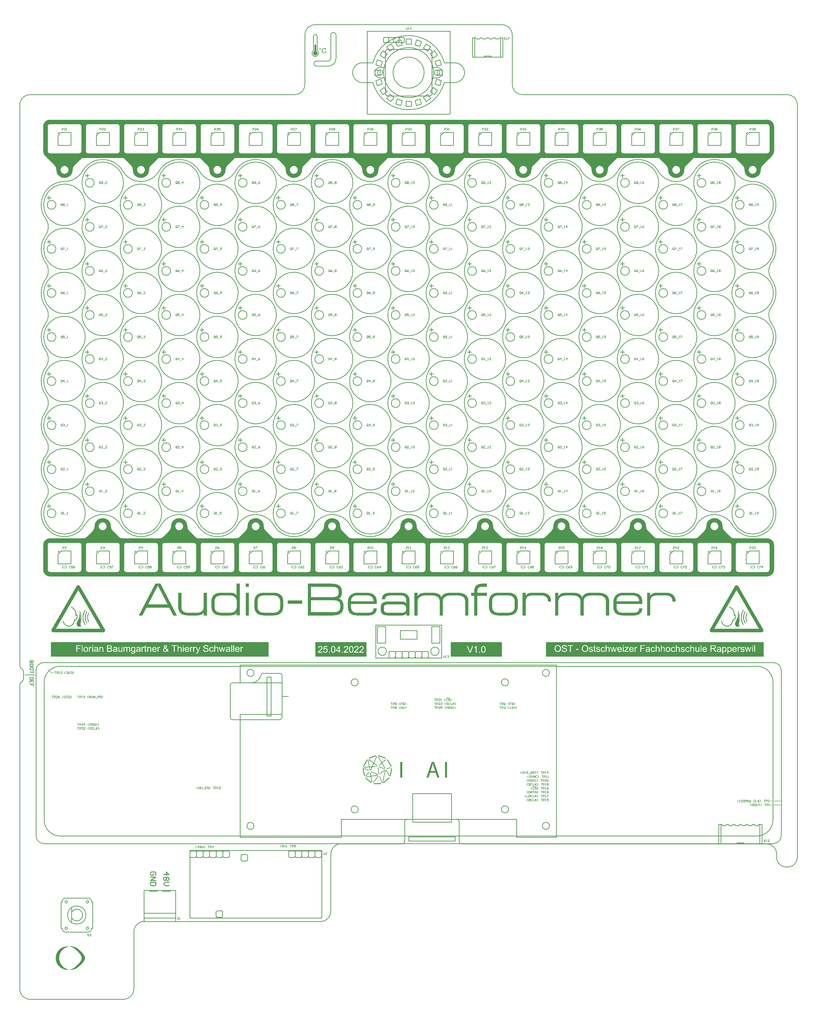
<source format=gto>
G04*
G04 #@! TF.GenerationSoftware,Altium Limited,Altium Designer,22.2.1 (43)*
G04*
G04 Layer_Color=65535*
%FSLAX44Y44*%
%MOMM*%
G71*
G04*
G04 #@! TF.SameCoordinates,CDD9168B-683F-4F5A-B1B2-3852E0251DB5*
G04*
G04*
G04 #@! TF.FilePolarity,Positive*
G04*
G01*
G75*
%ADD10C,0.2540*%
%ADD11C,1.0000*%
%ADD12C,0.1524*%
%ADD13C,0.6500*%
%ADD14C,0.1270*%
%ADD15C,0.2286*%
%ADD16C,0.3048*%
G36*
X1391042Y2041539D02*
X1395592Y2039655D01*
X1399687Y2036919D01*
X1403169Y2033437D01*
X1405905Y2029342D01*
X1407789Y2024792D01*
X1408750Y2019962D01*
Y2017500D01*
Y1922500D01*
Y1920038D01*
X1407789Y1915208D01*
X1405905Y1910658D01*
X1403169Y1906563D01*
X1399687Y1903081D01*
X1395592Y1900345D01*
X1394288Y1899805D01*
X1394430Y1899545D01*
X1394531Y1899053D01*
X1393811Y1898161D01*
X1393447Y1897465D01*
X1393205Y1897003D01*
X1392990Y1896384D01*
X1392990Y1896384D01*
Y1896384D01*
X1365204Y1868598D01*
X1363470Y1866686D01*
X1360606Y1862399D01*
X1358633Y1857635D01*
X1357627Y1852578D01*
X1357500Y1850000D01*
X1357500Y1848034D01*
X1356987Y1844135D01*
X1355969Y1840336D01*
X1354464Y1836703D01*
X1352498Y1833297D01*
X1350104Y1830177D01*
X1347323Y1827396D01*
X1344203Y1825002D01*
X1340797Y1823036D01*
X1337164Y1821531D01*
X1333365Y1820513D01*
X1329466Y1820000D01*
X1325534D01*
X1321635Y1820513D01*
X1317836Y1821531D01*
X1314203Y1823036D01*
X1310797Y1825002D01*
X1307677Y1827396D01*
X1304896Y1830177D01*
X1302502Y1833297D01*
X1300536Y1836703D01*
X1299031Y1840336D01*
X1298013Y1844135D01*
X1297500Y1848034D01*
Y1850000D01*
X1297373Y1852578D01*
X1296367Y1857635D01*
X1294394Y1862399D01*
X1291530Y1866686D01*
X1289796Y1868598D01*
Y1868598D01*
X1265063Y1893332D01*
X1264028Y1894270D01*
X1261708Y1895820D01*
X1260452Y1896340D01*
X1260670Y1897500D01*
X1255000D01*
Y1897500D01*
X1099030D01*
X1099282Y1896230D01*
X1098291Y1895820D01*
X1095972Y1894270D01*
X1094937Y1893332D01*
X1094937Y1893332D01*
Y1893332D01*
X1070204Y1868598D01*
X1068470Y1866686D01*
X1065606Y1862399D01*
X1063633Y1857635D01*
X1062627Y1852578D01*
X1062500Y1850000D01*
Y1848034D01*
X1061987Y1844135D01*
X1060969Y1840336D01*
X1059464Y1836703D01*
X1057498Y1833297D01*
X1055104Y1830177D01*
X1052323Y1827396D01*
X1049203Y1825002D01*
X1045797Y1823036D01*
X1042164Y1821531D01*
X1038365Y1820513D01*
X1034466Y1820000D01*
X1030534D01*
X1026635Y1820513D01*
X1022836Y1821531D01*
X1019203Y1823036D01*
X1015797Y1825002D01*
X1012677Y1827396D01*
X1009896Y1830177D01*
X1007502Y1833297D01*
X1005536Y1836703D01*
X1004031Y1840336D01*
X1003013Y1844135D01*
X1002500Y1848034D01*
Y1850000D01*
X1002373Y1852578D01*
X1001367Y1857635D01*
X999394Y1862399D01*
X996530Y1866686D01*
X994796Y1868598D01*
X994796Y1868598D01*
X970063Y1893332D01*
X969028Y1894270D01*
X966708Y1895820D01*
X965718Y1896230D01*
X965970Y1897500D01*
X804030D01*
X804282Y1896230D01*
X803291Y1895820D01*
X800972Y1894270D01*
X799937Y1893332D01*
X799937Y1893332D01*
Y1893332D01*
X775204Y1868598D01*
X773470Y1866686D01*
X770606Y1862399D01*
X768633Y1857635D01*
X767627Y1852578D01*
X767500Y1850000D01*
Y1848034D01*
X766987Y1844135D01*
X765969Y1840336D01*
X764464Y1836703D01*
X762498Y1833297D01*
X760104Y1830177D01*
X757323Y1827396D01*
X754203Y1825002D01*
X750797Y1823036D01*
X747164Y1821531D01*
X743365Y1820513D01*
X739466Y1820000D01*
X735534D01*
X731635Y1820513D01*
X727836Y1821531D01*
X724203Y1823036D01*
X720797Y1825002D01*
X717677Y1827396D01*
X714896Y1830177D01*
X712502Y1833297D01*
X710536Y1836703D01*
X709031Y1840336D01*
X708013Y1844135D01*
X707500Y1848034D01*
Y1850000D01*
X707373Y1852578D01*
X706367Y1857635D01*
X704394Y1862399D01*
X701530Y1866686D01*
X699796Y1868598D01*
X699796Y1868598D01*
X675063Y1893332D01*
X674028Y1894270D01*
X671708Y1895820D01*
X670718Y1896230D01*
X670970Y1897500D01*
X509030D01*
X509282Y1896230D01*
X508292Y1895820D01*
X505972Y1894270D01*
X504937Y1893332D01*
X504937Y1893332D01*
Y1893332D01*
X480204Y1868598D01*
X478470Y1866686D01*
X475606Y1862399D01*
X473633Y1857635D01*
X472627Y1852578D01*
X472500Y1850000D01*
Y1848034D01*
X471987Y1844135D01*
X470969Y1840336D01*
X469464Y1836703D01*
X467498Y1833297D01*
X465104Y1830177D01*
X462323Y1827396D01*
X459203Y1825002D01*
X455797Y1823036D01*
X452164Y1821531D01*
X448365Y1820513D01*
X444466Y1820000D01*
X440534D01*
X436635Y1820513D01*
X432836Y1821531D01*
X429203Y1823036D01*
X425797Y1825002D01*
X422677Y1827396D01*
X419896Y1830177D01*
X417502Y1833297D01*
X415536Y1836703D01*
X414031Y1840336D01*
X413013Y1844135D01*
X412500Y1848034D01*
Y1850000D01*
X412373Y1852578D01*
X411367Y1857635D01*
X409394Y1862399D01*
X406530Y1866686D01*
X404796Y1868598D01*
X404796Y1868598D01*
X380063Y1893332D01*
X379028Y1894270D01*
X376708Y1895820D01*
X375718Y1896230D01*
X375970Y1897500D01*
X214030D01*
X214282Y1896230D01*
X213291Y1895820D01*
X210972Y1894270D01*
X209937Y1893332D01*
X209937Y1893332D01*
Y1893332D01*
X185204Y1868598D01*
X183470Y1866686D01*
X180606Y1862399D01*
X178633Y1857635D01*
X177627Y1852578D01*
X177500Y1850000D01*
Y1848034D01*
X176987Y1844135D01*
X175969Y1840336D01*
X174464Y1836703D01*
X172498Y1833297D01*
X170104Y1830177D01*
X167323Y1827396D01*
X164203Y1825002D01*
X160797Y1823036D01*
X157164Y1821531D01*
X153365Y1820513D01*
X149466Y1820000D01*
X145534D01*
X141635Y1820513D01*
X137836Y1821531D01*
X134203Y1823036D01*
X130797Y1825002D01*
X127677Y1827396D01*
X124896Y1830177D01*
X122502Y1833297D01*
X120536Y1836703D01*
X119031Y1840336D01*
X118013Y1844135D01*
X117500Y1848034D01*
Y1850000D01*
X117373Y1852578D01*
X116367Y1857635D01*
X114394Y1862399D01*
X111530Y1866686D01*
X109796Y1868598D01*
X109796Y1868598D01*
X85063Y1893332D01*
X84028Y1894270D01*
X81708Y1895820D01*
X80718Y1896230D01*
X80970Y1897500D01*
X-80970D01*
X-80718Y1896230D01*
X-81708Y1895820D01*
X-84028Y1894270D01*
X-85063Y1893332D01*
X-109796Y1868598D01*
Y1868598D01*
X-111530Y1866686D01*
X-114394Y1862399D01*
X-116368Y1857635D01*
X-117373Y1852578D01*
X-117500Y1850000D01*
Y1848034D01*
X-118013Y1844135D01*
X-119031Y1840336D01*
X-120536Y1836703D01*
X-122502Y1833297D01*
X-124896Y1830177D01*
X-127677Y1827396D01*
X-130797Y1825002D01*
X-134203Y1823036D01*
X-137836Y1821531D01*
X-141635Y1820513D01*
X-145534Y1820000D01*
X-149466D01*
X-153365Y1820513D01*
X-157164Y1821531D01*
X-160797Y1823036D01*
X-164203Y1825002D01*
X-167323Y1827396D01*
X-170104Y1830177D01*
X-172498Y1833297D01*
X-174464Y1836703D01*
X-175969Y1840336D01*
X-176987Y1844135D01*
X-177500Y1848034D01*
Y1850000D01*
X-177627Y1852578D01*
X-178633Y1857635D01*
X-180606Y1862399D01*
X-183470Y1866686D01*
X-185204Y1868598D01*
X-209937Y1893332D01*
X-209937Y1893332D01*
X-210972Y1894270D01*
X-213292Y1895820D01*
X-214282Y1896230D01*
X-214030Y1897500D01*
X-375970D01*
X-375718Y1896230D01*
X-376708Y1895820D01*
X-379028Y1894270D01*
X-380063Y1893332D01*
X-404796Y1868598D01*
Y1868598D01*
X-406530Y1866686D01*
X-409394Y1862399D01*
X-411367Y1857635D01*
X-412373Y1852578D01*
X-412500Y1850000D01*
Y1848034D01*
X-413013Y1844135D01*
X-414031Y1840336D01*
X-415536Y1836703D01*
X-417502Y1833297D01*
X-419896Y1830177D01*
X-422677Y1827396D01*
X-425797Y1825002D01*
X-429203Y1823036D01*
X-432836Y1821531D01*
X-436635Y1820513D01*
X-440534Y1820000D01*
X-444466D01*
X-448365Y1820513D01*
X-452164Y1821531D01*
X-455797Y1823036D01*
X-459203Y1825002D01*
X-462323Y1827396D01*
X-465104Y1830177D01*
X-467498Y1833297D01*
X-469464Y1836703D01*
X-470969Y1840336D01*
X-471987Y1844135D01*
X-472500Y1848034D01*
Y1850000D01*
X-472627Y1852578D01*
X-473633Y1857635D01*
X-475606Y1862399D01*
X-478470Y1866686D01*
X-480204Y1868598D01*
X-504937Y1893332D01*
X-504937Y1893332D01*
X-505972Y1894270D01*
X-508292Y1895820D01*
X-509282Y1896230D01*
X-509030Y1897500D01*
X-670970D01*
X-670718Y1896230D01*
X-671709Y1895820D01*
X-674028Y1894270D01*
X-675063Y1893332D01*
X-699796Y1868598D01*
Y1868598D01*
X-701530Y1866686D01*
X-704394Y1862399D01*
X-706367Y1857635D01*
X-707373Y1852578D01*
X-707500Y1850000D01*
Y1848034D01*
X-708013Y1844135D01*
X-709031Y1840336D01*
X-710536Y1836703D01*
X-712502Y1833297D01*
X-714896Y1830177D01*
X-717677Y1827396D01*
X-720797Y1825002D01*
X-724203Y1823036D01*
X-727836Y1821531D01*
X-731635Y1820513D01*
X-735534Y1820000D01*
X-739466D01*
X-743365Y1820513D01*
X-747164Y1821531D01*
X-750797Y1823036D01*
X-754203Y1825002D01*
X-757323Y1827396D01*
X-760104Y1830177D01*
X-762498Y1833297D01*
X-764464Y1836703D01*
X-765969Y1840336D01*
X-766987Y1844135D01*
X-767500Y1848034D01*
Y1850000D01*
X-767627Y1852578D01*
X-768633Y1857635D01*
X-770606Y1862399D01*
X-773470Y1866686D01*
X-775204Y1868598D01*
X-799937Y1893332D01*
X-799937Y1893332D01*
X-800972Y1894270D01*
X-803292Y1895820D01*
X-804282Y1896230D01*
X-804030Y1897500D01*
X-965970D01*
X-965718Y1896230D01*
X-966709Y1895820D01*
X-969028Y1894270D01*
X-970063Y1893332D01*
X-994796Y1868598D01*
Y1868598D01*
X-996530Y1866686D01*
X-999394Y1862399D01*
X-1001367Y1857635D01*
X-1002373Y1852578D01*
X-1002500Y1850000D01*
Y1848034D01*
X-1003013Y1844135D01*
X-1004031Y1840336D01*
X-1005536Y1836703D01*
X-1007502Y1833297D01*
X-1009896Y1830177D01*
X-1012677Y1827396D01*
X-1015797Y1825002D01*
X-1019203Y1823036D01*
X-1022836Y1821531D01*
X-1026635Y1820513D01*
X-1030534Y1820000D01*
X-1034466D01*
X-1038365Y1820513D01*
X-1042164Y1821531D01*
X-1045797Y1823036D01*
X-1049203Y1825002D01*
X-1052323Y1827396D01*
X-1055104Y1830177D01*
X-1057498Y1833297D01*
X-1059464Y1836703D01*
X-1060969Y1840336D01*
X-1061987Y1844135D01*
X-1062500Y1848034D01*
Y1850000D01*
X-1062627Y1852578D01*
X-1063633Y1857635D01*
X-1065606Y1862399D01*
X-1068470Y1866686D01*
X-1070204Y1868598D01*
X-1094937Y1893332D01*
X-1094937Y1893332D01*
X-1095972Y1894270D01*
X-1098292Y1895820D01*
X-1099282Y1896230D01*
X-1099030Y1897500D01*
X-1255000D01*
Y1897500D01*
X-1260670D01*
X-1260452Y1896340D01*
X-1261709Y1895820D01*
X-1264028Y1894270D01*
X-1265063Y1893332D01*
X-1289796Y1868598D01*
X-1291530Y1866686D01*
X-1294394Y1862399D01*
X-1296367Y1857635D01*
X-1297373Y1852578D01*
X-1297500Y1850000D01*
Y1848034D01*
X-1298013Y1844135D01*
X-1299031Y1840336D01*
X-1300536Y1836703D01*
X-1302502Y1833297D01*
X-1304896Y1830177D01*
X-1307677Y1827396D01*
X-1310797Y1825002D01*
X-1314203Y1823036D01*
X-1317836Y1821531D01*
X-1321635Y1820513D01*
X-1325534Y1820000D01*
X-1329466D01*
X-1333365Y1820513D01*
X-1337164Y1821531D01*
X-1340797Y1823036D01*
X-1344203Y1825002D01*
X-1347323Y1827396D01*
X-1350104Y1830177D01*
X-1352498Y1833297D01*
X-1354464Y1836703D01*
X-1355969Y1840336D01*
X-1356987Y1844135D01*
X-1357500Y1848034D01*
Y1850000D01*
X-1357500D01*
X-1357500Y1850000D01*
X-1357627Y1852578D01*
X-1358633Y1857635D01*
X-1360606Y1862399D01*
X-1363470Y1866686D01*
X-1365204Y1868598D01*
X-1392990Y1896384D01*
X-1392990Y1896384D01*
X-1392990D01*
X-1393205Y1897003D01*
X-1393474Y1897517D01*
X-1393811Y1898161D01*
X-1394531Y1899053D01*
X-1394430Y1899545D01*
X-1394288Y1899805D01*
X-1395592Y1900345D01*
X-1399687Y1903081D01*
X-1403169Y1906563D01*
X-1405905Y1910658D01*
X-1407789Y1915208D01*
X-1408750Y1920038D01*
Y1922500D01*
Y2017500D01*
Y2019962D01*
X-1407789Y2024792D01*
X-1405905Y2029342D01*
X-1403169Y2033437D01*
X-1399687Y2036919D01*
X-1395592Y2039655D01*
X-1391042Y2041539D01*
X-1386212Y2042500D01*
X-1280000D01*
Y2042500D01*
X1280000D01*
Y2042500D01*
X1386212D01*
X1391042Y2041539D01*
D02*
G37*
G36*
X1185865Y504487D02*
X1189664Y503469D01*
X1193297Y501964D01*
X1196703Y499998D01*
X1199823Y497604D01*
X1202604Y494823D01*
X1204998Y491703D01*
X1206964Y488297D01*
X1208469Y484664D01*
X1209487Y480865D01*
X1210000Y476966D01*
Y475000D01*
X1210127Y472422D01*
X1211133Y467365D01*
X1213106Y462601D01*
X1215970Y458314D01*
X1217704Y456402D01*
X1242437Y431668D01*
X1243472Y430730D01*
X1245791Y429180D01*
X1246782Y428770D01*
X1246530Y427500D01*
X1255000D01*
Y427500D01*
X1280000D01*
Y427500D01*
X1386212D01*
X1391042Y426539D01*
X1395592Y424655D01*
X1399687Y421919D01*
X1403169Y418437D01*
X1405905Y414342D01*
X1407789Y409792D01*
X1408750Y404962D01*
Y402500D01*
Y307500D01*
Y305038D01*
X1407789Y300208D01*
X1405905Y295658D01*
X1403169Y291563D01*
X1399687Y288081D01*
X1395592Y285345D01*
X1391042Y283461D01*
X1386212Y282500D01*
X1107500D01*
Y282500D01*
X957500D01*
Y282500D01*
X812500D01*
Y282500D01*
X662500D01*
Y282500D01*
X517500D01*
Y282500D01*
X367500D01*
Y282500D01*
X222500D01*
Y282500D01*
X72500D01*
Y282500D01*
X-72500D01*
Y282500D01*
X-222500D01*
Y282500D01*
X-367500D01*
Y282500D01*
X-517500D01*
Y282500D01*
X-662500D01*
Y282500D01*
X-812500D01*
Y282500D01*
X-957500D01*
Y282500D01*
X-1107500D01*
Y282500D01*
X-1386212D01*
X-1391042Y283461D01*
X-1395592Y285345D01*
X-1399687Y288081D01*
X-1403169Y291563D01*
X-1405905Y295658D01*
X-1407789Y300208D01*
X-1408750Y305038D01*
Y307500D01*
Y402500D01*
Y404962D01*
X-1407789Y409792D01*
X-1405905Y414342D01*
X-1403169Y418437D01*
X-1399687Y421919D01*
X-1395592Y424655D01*
X-1391042Y426539D01*
X-1386212Y427500D01*
X-1280000D01*
Y427500D01*
X-1255000D01*
Y427500D01*
X-1246530D01*
X-1246782Y428770D01*
X-1245792Y429180D01*
X-1243472Y430730D01*
X-1242437Y431668D01*
X-1217704Y456402D01*
X-1217704D01*
X-1217704Y456402D01*
X-1215970Y458314D01*
X-1213106Y462601D01*
X-1211133Y467365D01*
X-1210127Y472422D01*
X-1210000Y475000D01*
Y476966D01*
X-1209487Y480865D01*
X-1208469Y484664D01*
X-1206964Y488297D01*
X-1204998Y491703D01*
X-1202604Y494823D01*
X-1199823Y497604D01*
X-1196703Y499998D01*
X-1193297Y501964D01*
X-1189664Y503469D01*
X-1185865Y504487D01*
X-1181966Y505000D01*
X-1178034D01*
X-1174135Y504487D01*
X-1170336Y503469D01*
X-1166703Y501964D01*
X-1163297Y499998D01*
X-1160177Y497604D01*
X-1157396Y494823D01*
X-1155002Y491703D01*
X-1153036Y488297D01*
X-1151531Y484664D01*
X-1150513Y480865D01*
X-1150000Y476966D01*
Y475000D01*
X-1149873Y472422D01*
X-1148867Y467365D01*
X-1146894Y462601D01*
X-1144030Y458314D01*
X-1142296Y456402D01*
X-1117563Y431668D01*
X-1116528Y430730D01*
X-1114209Y429180D01*
X-1113218Y428770D01*
X-1113470Y427500D01*
X-1105000D01*
Y427500D01*
X-960000D01*
Y427500D01*
X-951530D01*
X-951782Y428770D01*
X-950792Y429180D01*
X-948472Y430730D01*
X-947437Y431668D01*
X-922704Y456402D01*
X-922704D01*
X-922704Y456402D01*
X-920970Y458314D01*
X-918106Y462601D01*
X-916133Y467365D01*
X-915127Y472422D01*
X-915000Y475000D01*
Y476966D01*
X-914487Y480865D01*
X-913469Y484664D01*
X-911964Y488297D01*
X-909998Y491703D01*
X-907604Y494823D01*
X-904823Y497604D01*
X-901703Y499998D01*
X-898297Y501964D01*
X-894664Y503469D01*
X-890865Y504487D01*
X-886966Y505000D01*
X-883034D01*
X-879135Y504487D01*
X-875336Y503469D01*
X-871703Y501964D01*
X-868297Y499998D01*
X-865177Y497604D01*
X-862396Y494823D01*
X-860002Y491703D01*
X-858036Y488297D01*
X-856531Y484664D01*
X-855513Y480865D01*
X-855000Y476966D01*
Y475000D01*
X-854873Y472422D01*
X-853867Y467365D01*
X-851894Y462601D01*
X-849030Y458314D01*
X-847296Y456402D01*
X-822563Y431668D01*
X-821528Y430730D01*
X-819209Y429180D01*
X-818218Y428770D01*
X-818470Y427500D01*
X-810000D01*
Y427500D01*
X-665000D01*
Y427500D01*
X-656530D01*
X-656782Y428770D01*
X-655792Y429180D01*
X-653472Y430730D01*
X-652437Y431668D01*
X-627704Y456402D01*
X-627704D01*
X-627704Y456402D01*
X-625970Y458314D01*
X-623106Y462601D01*
X-621133Y467365D01*
X-620127Y472422D01*
X-620000Y475000D01*
Y476966D01*
X-619487Y480865D01*
X-618469Y484664D01*
X-616964Y488297D01*
X-614998Y491703D01*
X-612604Y494823D01*
X-609823Y497604D01*
X-606703Y499998D01*
X-603297Y501964D01*
X-599664Y503469D01*
X-595865Y504487D01*
X-591966Y505000D01*
X-588034D01*
X-584135Y504487D01*
X-580336Y503469D01*
X-576703Y501964D01*
X-573297Y499998D01*
X-570177Y497604D01*
X-567396Y494823D01*
X-565002Y491703D01*
X-563036Y488297D01*
X-561531Y484664D01*
X-560513Y480865D01*
X-560000Y476966D01*
Y475000D01*
X-559873Y472422D01*
X-558867Y467365D01*
X-556894Y462601D01*
X-554030Y458314D01*
X-552296Y456402D01*
X-527563Y431668D01*
X-526528Y430730D01*
X-524208Y429180D01*
X-523218Y428770D01*
X-523470Y427500D01*
X-515000D01*
Y427500D01*
X-370000D01*
Y427500D01*
X-361530D01*
X-361782Y428770D01*
X-360792Y429180D01*
X-358472Y430730D01*
X-357437Y431668D01*
X-332704Y456402D01*
X-332704D01*
X-332704Y456402D01*
X-330970Y458314D01*
X-328106Y462601D01*
X-326133Y467365D01*
X-325127Y472422D01*
X-325000Y475000D01*
Y476966D01*
X-324487Y480865D01*
X-323469Y484664D01*
X-321964Y488297D01*
X-319998Y491703D01*
X-317604Y494823D01*
X-314823Y497604D01*
X-311703Y499998D01*
X-308297Y501964D01*
X-304664Y503469D01*
X-300865Y504487D01*
X-296966Y505000D01*
X-293034D01*
X-289135Y504487D01*
X-285336Y503469D01*
X-281703Y501964D01*
X-278297Y499998D01*
X-275177Y497604D01*
X-272396Y494823D01*
X-270002Y491703D01*
X-268036Y488297D01*
X-266531Y484664D01*
X-265513Y480865D01*
X-265000Y476966D01*
Y475000D01*
X-264873Y472422D01*
X-263867Y467365D01*
X-261894Y462601D01*
X-259030Y458314D01*
X-257296Y456402D01*
X-232563Y431668D01*
X-231528Y430730D01*
X-229209Y429180D01*
X-228218Y428770D01*
X-228470Y427500D01*
X-220000D01*
Y427500D01*
X-75000D01*
Y427500D01*
X-66530D01*
X-66782Y428770D01*
X-65792Y429180D01*
X-63472Y430730D01*
X-62437Y431668D01*
X-37704Y456402D01*
X-37704D01*
X-37704Y456402D01*
X-35970Y458314D01*
X-33106Y462601D01*
X-31133Y467365D01*
X-30127Y472422D01*
X-30000Y475000D01*
Y476966D01*
X-29487Y480865D01*
X-28469Y484664D01*
X-26964Y488297D01*
X-24998Y491703D01*
X-22604Y494823D01*
X-19823Y497604D01*
X-16703Y499998D01*
X-13297Y501964D01*
X-9664Y503469D01*
X-5865Y504487D01*
X-1966Y505000D01*
X1966D01*
X5865Y504487D01*
X9664Y503469D01*
X13297Y501964D01*
X16703Y499998D01*
X19823Y497604D01*
X22604Y494823D01*
X24998Y491703D01*
X26964Y488297D01*
X28469Y484664D01*
X29487Y480865D01*
X30000Y476966D01*
Y475000D01*
X30127Y472422D01*
X31133Y467365D01*
X33106Y462601D01*
X35970Y458314D01*
X37704Y456402D01*
X62437Y431668D01*
X63472Y430730D01*
X65792Y429180D01*
X66782Y428770D01*
X66530Y427500D01*
X75000D01*
Y427500D01*
X220000D01*
Y427500D01*
X228470D01*
X228218Y428770D01*
X229208Y429180D01*
X231528Y430730D01*
X232563Y431668D01*
X232563D01*
X257296Y456402D01*
X259030Y458314D01*
X261894Y462601D01*
X263867Y467365D01*
X264873Y472422D01*
X265000Y475000D01*
Y476966D01*
X265513Y480865D01*
X266531Y484664D01*
X268036Y488297D01*
X270002Y491703D01*
X272396Y494823D01*
X275177Y497604D01*
X278297Y499998D01*
X281703Y501964D01*
X285336Y503469D01*
X289135Y504487D01*
X293034Y505000D01*
X296966D01*
X300865Y504487D01*
X304664Y503469D01*
X308297Y501964D01*
X311703Y499998D01*
X314823Y497604D01*
X317604Y494823D01*
X319998Y491703D01*
X321964Y488297D01*
X323469Y484664D01*
X324487Y480865D01*
X325000Y476966D01*
Y475000D01*
X325127Y472422D01*
X326133Y467365D01*
X328106Y462601D01*
X330970Y458314D01*
X332704Y456402D01*
X357437Y431668D01*
X358472Y430730D01*
X360792Y429180D01*
X361782Y428770D01*
X361530Y427500D01*
X370000D01*
Y427500D01*
X515000D01*
Y427500D01*
X523470D01*
X523218Y428770D01*
X524208Y429180D01*
X526528Y430730D01*
X527563Y431668D01*
X527563D01*
X552296Y456402D01*
X554030Y458314D01*
X556894Y462601D01*
X558867Y467365D01*
X559873Y472422D01*
X560000Y475000D01*
Y476966D01*
X560513Y480865D01*
X561531Y484664D01*
X563036Y488297D01*
X565002Y491703D01*
X567396Y494823D01*
X570177Y497604D01*
X573297Y499998D01*
X576703Y501964D01*
X580336Y503469D01*
X584135Y504487D01*
X588034Y505000D01*
X591966D01*
X595865Y504487D01*
X599664Y503469D01*
X603297Y501964D01*
X606703Y499998D01*
X609823Y497604D01*
X612604Y494823D01*
X614998Y491703D01*
X616964Y488297D01*
X618469Y484664D01*
X619487Y480865D01*
X620000Y476966D01*
Y475000D01*
X620127Y472422D01*
X621133Y467365D01*
X623106Y462601D01*
X625970Y458314D01*
X627704Y456402D01*
X652437Y431668D01*
X653472Y430730D01*
X655791Y429180D01*
X656782Y428770D01*
X656530Y427500D01*
X665000D01*
Y427500D01*
X810000D01*
Y427500D01*
X818470D01*
X818218Y428770D01*
X819208Y429180D01*
X821528Y430730D01*
X822563Y431668D01*
X822563D01*
X847296Y456402D01*
X849030Y458314D01*
X851894Y462601D01*
X853867Y467365D01*
X854873Y472422D01*
X855000Y475000D01*
Y476966D01*
X855513Y480865D01*
X856531Y484664D01*
X858036Y488297D01*
X860002Y491703D01*
X862396Y494823D01*
X865177Y497604D01*
X868297Y499998D01*
X871703Y501964D01*
X875336Y503469D01*
X879135Y504487D01*
X883034Y505000D01*
X886966D01*
X890865Y504487D01*
X894664Y503469D01*
X898297Y501964D01*
X901703Y499998D01*
X904823Y497604D01*
X907604Y494823D01*
X909998Y491703D01*
X911964Y488297D01*
X913469Y484664D01*
X914487Y480865D01*
X915000Y476966D01*
Y475000D01*
X915127Y472422D01*
X916133Y467365D01*
X918106Y462601D01*
X920970Y458314D01*
X922704Y456402D01*
X947437Y431668D01*
X948472Y430730D01*
X950791Y429180D01*
X951782Y428770D01*
X951530Y427500D01*
X960000D01*
Y427500D01*
X1105000D01*
Y427500D01*
X1113470D01*
X1113218Y428770D01*
X1114208Y429180D01*
X1116528Y430730D01*
X1117563Y431668D01*
X1117563D01*
X1142296Y456402D01*
X1144030Y458314D01*
X1146894Y462601D01*
X1148867Y467365D01*
X1149873Y472422D01*
X1150000Y475000D01*
Y476966D01*
X1150513Y480865D01*
X1151531Y484664D01*
X1153036Y488297D01*
X1155002Y491703D01*
X1157396Y494823D01*
X1160177Y497604D01*
X1163297Y499998D01*
X1166703Y501964D01*
X1170336Y503469D01*
X1174135Y504487D01*
X1178034Y505000D01*
X1181966D01*
X1185865Y504487D01*
D02*
G37*
G36*
X-616197Y253488D02*
Y252954D01*
Y252420D01*
Y251886D01*
Y251352D01*
Y250818D01*
Y250284D01*
Y249750D01*
Y249216D01*
Y248683D01*
Y248149D01*
Y247615D01*
Y247081D01*
Y246547D01*
Y246013D01*
Y245479D01*
Y244945D01*
Y244411D01*
Y243877D01*
Y243343D01*
Y242809D01*
Y242275D01*
Y241742D01*
Y241208D01*
X-628478D01*
Y241742D01*
Y242275D01*
Y242809D01*
Y243343D01*
Y243877D01*
Y244411D01*
Y244945D01*
Y245479D01*
Y246013D01*
Y246547D01*
Y247081D01*
Y247615D01*
Y248149D01*
Y248683D01*
Y249216D01*
Y249750D01*
Y250284D01*
Y250818D01*
Y251352D01*
Y251886D01*
Y252420D01*
Y252954D01*
Y253488D01*
Y254022D01*
X-616197D01*
Y253488D01*
D02*
G37*
G36*
X-650903D02*
Y252954D01*
Y252420D01*
Y251886D01*
Y251352D01*
Y250818D01*
Y250284D01*
Y249750D01*
Y249216D01*
Y248683D01*
Y248149D01*
Y247615D01*
Y247081D01*
Y246547D01*
Y246013D01*
Y245479D01*
Y244945D01*
Y244411D01*
Y243877D01*
Y243343D01*
Y242809D01*
Y242275D01*
Y241742D01*
Y241208D01*
Y240674D01*
Y240140D01*
Y239606D01*
Y239072D01*
Y238538D01*
Y238004D01*
Y237470D01*
Y236936D01*
Y236402D01*
Y235868D01*
Y235334D01*
Y234800D01*
Y234266D01*
Y233732D01*
Y233199D01*
Y232665D01*
Y232131D01*
Y231597D01*
Y231063D01*
Y230529D01*
Y229995D01*
Y229461D01*
Y228927D01*
Y228393D01*
Y227859D01*
Y227325D01*
Y226791D01*
Y226257D01*
Y225723D01*
Y225190D01*
Y224656D01*
Y224122D01*
Y223588D01*
Y223054D01*
Y222520D01*
Y221986D01*
Y221452D01*
Y220918D01*
Y220384D01*
Y219850D01*
Y219316D01*
Y218782D01*
Y218249D01*
Y217715D01*
Y217181D01*
Y216647D01*
Y216113D01*
Y215579D01*
Y215045D01*
Y214511D01*
Y213977D01*
Y213443D01*
Y212909D01*
Y212375D01*
Y211841D01*
Y211307D01*
Y210773D01*
Y210240D01*
Y209706D01*
Y209172D01*
Y208638D01*
Y208104D01*
Y207570D01*
Y207036D01*
Y206502D01*
Y205968D01*
Y205434D01*
Y204900D01*
Y204366D01*
Y203832D01*
Y203298D01*
Y202764D01*
Y202230D01*
Y201697D01*
Y201163D01*
Y200629D01*
Y200095D01*
Y199561D01*
Y199027D01*
Y198493D01*
Y197959D01*
Y197425D01*
Y196891D01*
Y196357D01*
Y195823D01*
Y195289D01*
Y194755D01*
Y194221D01*
Y193688D01*
Y193154D01*
Y192620D01*
Y192086D01*
Y191552D01*
Y191018D01*
Y190484D01*
Y189950D01*
Y189416D01*
Y188882D01*
Y188348D01*
Y187814D01*
Y187280D01*
Y186747D01*
Y186213D01*
Y185679D01*
Y185145D01*
Y184611D01*
Y184077D01*
Y183543D01*
Y183009D01*
Y182475D01*
Y181941D01*
Y181407D01*
Y180873D01*
Y180339D01*
Y179805D01*
Y179271D01*
Y178738D01*
Y178204D01*
Y177670D01*
Y177136D01*
Y176602D01*
Y176068D01*
Y175534D01*
Y175000D01*
Y174466D01*
Y173932D01*
Y173398D01*
Y172864D01*
Y172330D01*
Y171796D01*
Y171262D01*
Y170728D01*
Y170195D01*
Y169661D01*
Y169127D01*
Y168593D01*
Y168059D01*
Y167525D01*
Y166991D01*
Y166457D01*
Y165923D01*
Y165389D01*
Y164855D01*
Y164321D01*
Y163787D01*
Y163253D01*
Y162719D01*
Y162186D01*
Y161652D01*
Y161118D01*
Y160584D01*
Y160050D01*
Y159516D01*
Y158982D01*
Y158448D01*
Y157914D01*
Y157380D01*
Y156846D01*
Y156312D01*
Y155779D01*
Y155245D01*
Y154711D01*
Y154177D01*
Y153643D01*
Y153109D01*
Y152575D01*
Y152041D01*
Y151507D01*
Y150973D01*
Y150439D01*
Y149905D01*
Y149371D01*
Y148837D01*
Y148303D01*
Y147769D01*
Y147235D01*
Y146702D01*
Y146168D01*
Y145634D01*
Y145100D01*
Y144566D01*
Y144032D01*
Y143498D01*
Y142964D01*
Y142430D01*
Y141896D01*
Y141362D01*
Y140828D01*
Y140294D01*
Y139761D01*
Y139227D01*
Y138693D01*
Y138159D01*
Y137625D01*
Y137091D01*
Y136557D01*
Y136023D01*
Y135489D01*
Y134955D01*
Y134421D01*
Y133887D01*
Y133353D01*
Y132819D01*
Y132285D01*
Y131751D01*
Y131217D01*
X-663717D01*
Y131751D01*
Y132285D01*
Y132819D01*
Y133353D01*
Y133887D01*
Y134421D01*
Y134955D01*
Y135489D01*
Y136023D01*
Y136557D01*
Y137091D01*
Y137625D01*
Y138159D01*
Y138693D01*
Y139227D01*
Y139761D01*
X-664251D01*
Y139227D01*
X-664785D01*
Y138693D01*
Y138159D01*
X-665319D01*
Y137625D01*
X-665853D01*
Y137091D01*
X-666387D01*
Y136557D01*
X-666921D01*
Y136023D01*
X-667989D01*
Y135489D01*
X-668523D01*
Y134955D01*
X-669591D01*
Y134421D01*
X-670125D01*
Y133887D01*
X-671726D01*
Y133353D01*
X-672794D01*
Y132819D01*
X-674396D01*
Y132285D01*
X-676532D01*
Y131751D01*
X-679735D01*
Y131217D01*
X-687210D01*
Y130684D01*
X-725653D01*
Y131217D01*
X-732595D01*
Y131751D01*
X-735264D01*
Y132285D01*
X-737934D01*
Y132819D01*
X-739536D01*
Y133353D01*
X-741137D01*
Y133887D01*
X-742739D01*
Y134421D01*
X-743807D01*
Y134955D01*
X-744875D01*
Y135489D01*
X-745943D01*
Y136023D01*
X-747011D01*
Y136557D01*
X-748079D01*
Y137091D01*
X-748613D01*
Y137625D01*
X-749146D01*
Y138159D01*
X-750214D01*
Y138693D01*
X-750748D01*
Y139227D01*
X-751282D01*
Y139761D01*
X-751816D01*
Y140294D01*
X-752350D01*
Y140828D01*
X-752884D01*
Y141362D01*
X-753418D01*
Y141896D01*
X-753952D01*
Y142430D01*
X-754486D01*
Y142964D01*
Y143498D01*
X-755020D01*
Y144032D01*
X-755554D01*
Y144566D01*
Y145100D01*
X-756088D01*
Y145634D01*
X-756621D01*
Y146168D01*
Y146702D01*
X-757155D01*
Y147235D01*
Y147769D01*
X-757689D01*
Y148303D01*
Y148837D01*
X-758223D01*
Y149371D01*
Y149905D01*
Y150439D01*
X-758757D01*
Y150973D01*
Y151507D01*
Y152041D01*
X-759291D01*
Y152575D01*
Y153109D01*
Y153643D01*
X-759825D01*
Y154177D01*
Y154711D01*
Y155245D01*
Y155779D01*
Y156312D01*
X-760359D01*
Y156846D01*
Y157380D01*
Y157914D01*
Y158448D01*
Y158982D01*
Y159516D01*
Y160050D01*
Y160584D01*
X-760893D01*
Y161118D01*
Y161652D01*
Y162186D01*
Y162719D01*
Y163253D01*
Y163787D01*
Y164321D01*
Y164855D01*
Y165389D01*
Y165923D01*
Y166457D01*
Y166991D01*
Y167525D01*
Y168059D01*
Y168593D01*
Y169127D01*
Y169661D01*
Y170195D01*
Y170728D01*
Y171262D01*
Y171796D01*
Y172330D01*
Y172864D01*
Y173398D01*
Y173932D01*
Y174466D01*
Y175000D01*
Y175534D01*
Y176068D01*
Y176602D01*
Y177136D01*
Y177670D01*
Y178204D01*
Y178738D01*
Y179271D01*
Y179805D01*
Y180339D01*
Y180873D01*
Y181407D01*
Y181941D01*
Y182475D01*
Y183009D01*
Y183543D01*
Y184077D01*
Y184611D01*
Y185145D01*
Y185679D01*
Y186213D01*
Y186747D01*
Y187280D01*
Y187814D01*
Y188348D01*
Y188882D01*
X-760359D01*
Y189416D01*
Y189950D01*
Y190484D01*
Y191018D01*
Y191552D01*
Y192086D01*
Y192620D01*
X-759825D01*
Y193154D01*
Y193688D01*
Y194221D01*
Y194755D01*
X-759291D01*
Y195289D01*
Y195823D01*
Y196357D01*
Y196891D01*
X-758757D01*
Y197425D01*
Y197959D01*
Y198493D01*
X-758223D01*
Y199027D01*
Y199561D01*
X-757689D01*
Y200095D01*
Y200629D01*
X-757155D01*
Y201163D01*
Y201697D01*
X-756621D01*
Y202230D01*
Y202764D01*
X-756088D01*
Y203298D01*
Y203832D01*
X-755554D01*
Y204366D01*
Y204900D01*
X-755020D01*
Y205434D01*
X-754486D01*
Y205968D01*
X-753952D01*
Y206502D01*
Y207036D01*
X-753418D01*
Y207570D01*
X-752884D01*
Y208104D01*
X-752350D01*
Y208638D01*
X-751816D01*
Y209172D01*
X-751282D01*
Y209706D01*
X-750748D01*
Y210240D01*
X-750214D01*
Y210773D01*
X-749146D01*
Y211307D01*
X-748613D01*
Y211841D01*
X-748079D01*
Y212375D01*
X-747011D01*
Y212909D01*
X-746477D01*
Y213443D01*
X-745409D01*
Y213977D01*
X-744341D01*
Y214511D01*
X-743273D01*
Y215045D01*
X-742205D01*
Y215579D01*
X-740603D01*
Y216113D01*
X-739002D01*
Y216647D01*
X-737400D01*
Y217181D01*
X-735264D01*
Y217715D01*
X-732595D01*
Y218249D01*
X-727789D01*
Y218782D01*
X-684541D01*
Y218249D01*
X-679201D01*
Y217715D01*
X-675998D01*
Y217181D01*
X-674396D01*
Y216647D01*
X-672794D01*
Y216113D01*
X-671192D01*
Y215579D01*
X-670658D01*
Y215045D01*
X-669591D01*
Y214511D01*
X-668523D01*
Y213977D01*
X-667989D01*
Y213443D01*
X-667455D01*
Y212909D01*
X-666921D01*
Y212375D01*
X-666387D01*
Y211841D01*
X-665853D01*
Y211307D01*
Y210773D01*
X-665319D01*
Y210240D01*
X-664785D01*
Y209706D01*
Y209172D01*
X-664251D01*
Y208638D01*
X-663717D01*
Y209172D01*
Y209706D01*
Y210240D01*
Y210773D01*
Y211307D01*
Y211841D01*
Y212375D01*
Y212909D01*
Y213443D01*
Y213977D01*
Y214511D01*
Y215045D01*
Y215579D01*
Y216113D01*
Y216647D01*
Y217181D01*
Y217715D01*
Y218249D01*
Y218782D01*
Y219316D01*
Y219850D01*
Y220384D01*
Y220918D01*
Y221452D01*
Y221986D01*
Y222520D01*
Y223054D01*
Y223588D01*
Y224122D01*
Y224656D01*
Y225190D01*
Y225723D01*
Y226257D01*
Y226791D01*
Y227325D01*
Y227859D01*
Y228393D01*
Y228927D01*
Y229461D01*
Y229995D01*
Y230529D01*
Y231063D01*
Y231597D01*
Y232131D01*
Y232665D01*
Y233199D01*
Y233732D01*
Y234266D01*
Y234800D01*
Y235334D01*
Y235868D01*
Y236402D01*
Y236936D01*
Y237470D01*
Y238004D01*
Y238538D01*
Y239072D01*
Y239606D01*
Y240140D01*
Y240674D01*
Y241208D01*
Y241742D01*
Y242275D01*
Y242809D01*
Y243343D01*
Y243877D01*
Y244411D01*
Y244945D01*
Y245479D01*
Y246013D01*
Y246547D01*
Y247081D01*
Y247615D01*
Y248149D01*
Y248683D01*
Y249216D01*
Y249750D01*
Y250284D01*
Y250818D01*
Y251352D01*
Y251886D01*
Y252420D01*
Y252954D01*
Y253488D01*
Y254022D01*
X-650903D01*
Y253488D01*
D02*
G37*
G36*
X996811Y218249D02*
X1002150D01*
Y217715D01*
X1004820D01*
Y217181D01*
X1006956D01*
Y216647D01*
X1009091D01*
Y216113D01*
X1010693D01*
Y215579D01*
X1011761D01*
Y215045D01*
X1012829D01*
Y214511D01*
X1014431D01*
Y213977D01*
X1014965D01*
Y213443D01*
X1016032D01*
Y212909D01*
X1017100D01*
Y212375D01*
X1017634D01*
Y211841D01*
X1018702D01*
Y211307D01*
X1019236D01*
Y210773D01*
X1019770D01*
Y210240D01*
X1020838D01*
Y209706D01*
X1021372D01*
Y209172D01*
X1021906D01*
Y208638D01*
X1022440D01*
Y208104D01*
X1022973D01*
Y207570D01*
Y207036D01*
X1023507D01*
Y206502D01*
X1024041D01*
Y205968D01*
X1024575D01*
Y205434D01*
X1025109D01*
Y204900D01*
Y204366D01*
X1025643D01*
Y203832D01*
Y203298D01*
X1026177D01*
Y202764D01*
X1026711D01*
Y202230D01*
Y201697D01*
X1027245D01*
Y201163D01*
Y200629D01*
X1027779D01*
Y200095D01*
Y199561D01*
Y199027D01*
X1028313D01*
Y198493D01*
Y197959D01*
Y197425D01*
X1028847D01*
Y196891D01*
Y196357D01*
Y195823D01*
X1029381D01*
Y195289D01*
Y194755D01*
Y194221D01*
Y193688D01*
X1029915D01*
Y193154D01*
Y192620D01*
Y192086D01*
Y191552D01*
Y191018D01*
Y190484D01*
X1030449D01*
Y189950D01*
Y189416D01*
Y188882D01*
Y188348D01*
Y187814D01*
Y187280D01*
Y186747D01*
Y186213D01*
Y185679D01*
Y185145D01*
Y184611D01*
X1018168D01*
Y185145D01*
Y185679D01*
Y186213D01*
Y186747D01*
Y187280D01*
Y187814D01*
Y188348D01*
Y188882D01*
Y189416D01*
X1017634D01*
Y189950D01*
Y190484D01*
Y191018D01*
Y191552D01*
Y192086D01*
X1017100D01*
Y192620D01*
Y193154D01*
Y193688D01*
X1016566D01*
Y194221D01*
Y194755D01*
Y195289D01*
X1016032D01*
Y195823D01*
Y196357D01*
X1015499D01*
Y196891D01*
Y197425D01*
X1014965D01*
Y197959D01*
Y198493D01*
X1014431D01*
Y199027D01*
X1013897D01*
Y199561D01*
X1013363D01*
Y200095D01*
X1012829D01*
Y200629D01*
Y201163D01*
X1012295D01*
Y201697D01*
X1011227D01*
Y202230D01*
X1010693D01*
Y202764D01*
X1010159D01*
Y203298D01*
X1009625D01*
Y203832D01*
X1008557D01*
Y204366D01*
X1007489D01*
Y204900D01*
X1006422D01*
Y205434D01*
X1005354D01*
Y205968D01*
X1004286D01*
Y206502D01*
X1002150D01*
Y207036D01*
X1000014D01*
Y207570D01*
X996277D01*
Y208104D01*
X954630D01*
Y207570D01*
X950359D01*
Y207036D01*
X948223D01*
Y206502D01*
X946087D01*
Y205968D01*
X945019D01*
Y205434D01*
X943418D01*
Y204900D01*
X942350D01*
Y204366D01*
X941816D01*
Y203832D01*
X940748D01*
Y203298D01*
X940214D01*
Y202764D01*
X939146D01*
Y202230D01*
X938612D01*
Y201697D01*
X938078D01*
Y201163D01*
X937544D01*
Y200629D01*
X937010D01*
Y200095D01*
Y199561D01*
X936477D01*
Y199027D01*
X935943D01*
Y198493D01*
Y197959D01*
X935409D01*
Y197425D01*
Y196891D01*
X934875D01*
Y196357D01*
Y195823D01*
X934341D01*
Y195289D01*
Y194755D01*
Y194221D01*
X933807D01*
Y193688D01*
Y193154D01*
Y192620D01*
Y192086D01*
X933273D01*
Y191552D01*
Y191018D01*
Y190484D01*
Y189950D01*
Y189416D01*
Y188882D01*
Y188348D01*
X932739D01*
Y187814D01*
Y187280D01*
Y186747D01*
Y186213D01*
Y185679D01*
Y185145D01*
Y184611D01*
Y184077D01*
Y183543D01*
Y183009D01*
Y182475D01*
Y181941D01*
Y181407D01*
Y180873D01*
Y180339D01*
Y179805D01*
Y179271D01*
Y178738D01*
Y178204D01*
Y177670D01*
Y177136D01*
Y176602D01*
Y176068D01*
Y175534D01*
Y175000D01*
Y174466D01*
Y173932D01*
Y173398D01*
Y172864D01*
Y172330D01*
Y171796D01*
Y171262D01*
Y170728D01*
Y170195D01*
Y169661D01*
Y169127D01*
Y168593D01*
Y168059D01*
Y167525D01*
Y166991D01*
Y166457D01*
Y165923D01*
Y165389D01*
Y164855D01*
Y164321D01*
Y163787D01*
Y163253D01*
Y162719D01*
Y162186D01*
Y161652D01*
Y161118D01*
Y160584D01*
Y160050D01*
Y159516D01*
Y158982D01*
Y158448D01*
Y157914D01*
Y157380D01*
Y156846D01*
Y156312D01*
Y155779D01*
Y155245D01*
Y154711D01*
Y154177D01*
Y153643D01*
Y153109D01*
Y152575D01*
Y152041D01*
Y151507D01*
Y150973D01*
Y150439D01*
Y149905D01*
Y149371D01*
Y148837D01*
Y148303D01*
Y147769D01*
Y147235D01*
Y146702D01*
Y146168D01*
Y145634D01*
Y145100D01*
Y144566D01*
Y144032D01*
Y143498D01*
Y142964D01*
Y142430D01*
Y141896D01*
Y141362D01*
Y140828D01*
Y140294D01*
Y139761D01*
Y139227D01*
Y138693D01*
Y138159D01*
Y137625D01*
Y137091D01*
Y136557D01*
Y136023D01*
Y135489D01*
Y134955D01*
Y134421D01*
Y133887D01*
Y133353D01*
Y132819D01*
Y132285D01*
Y131751D01*
Y131217D01*
Y130684D01*
X920459D01*
Y131217D01*
Y131751D01*
Y132285D01*
Y132819D01*
Y133353D01*
Y133887D01*
Y134421D01*
Y134955D01*
Y135489D01*
Y136023D01*
Y136557D01*
Y137091D01*
Y137625D01*
Y138159D01*
Y138693D01*
Y139227D01*
Y139761D01*
Y140294D01*
Y140828D01*
Y141362D01*
Y141896D01*
Y142430D01*
Y142964D01*
Y143498D01*
Y144032D01*
Y144566D01*
Y145100D01*
Y145634D01*
Y146168D01*
Y146702D01*
Y147235D01*
Y147769D01*
Y148303D01*
Y148837D01*
Y149371D01*
Y149905D01*
Y150439D01*
Y150973D01*
Y151507D01*
Y152041D01*
Y152575D01*
Y153109D01*
Y153643D01*
Y154177D01*
Y154711D01*
Y155245D01*
Y155779D01*
Y156312D01*
Y156846D01*
Y157380D01*
Y157914D01*
Y158448D01*
Y158982D01*
Y159516D01*
Y160050D01*
Y160584D01*
Y161118D01*
Y161652D01*
Y162186D01*
Y162719D01*
Y163253D01*
Y163787D01*
Y164321D01*
Y164855D01*
Y165389D01*
Y165923D01*
Y166457D01*
Y166991D01*
Y167525D01*
Y168059D01*
Y168593D01*
Y169127D01*
Y169661D01*
Y170195D01*
Y170728D01*
Y171262D01*
Y171796D01*
Y172330D01*
Y172864D01*
Y173398D01*
Y173932D01*
Y174466D01*
Y175000D01*
Y175534D01*
Y176068D01*
Y176602D01*
Y177136D01*
Y177670D01*
Y178204D01*
Y178738D01*
Y179271D01*
Y179805D01*
Y180339D01*
Y180873D01*
Y181407D01*
Y181941D01*
Y182475D01*
Y183009D01*
Y183543D01*
Y184077D01*
Y184611D01*
Y185145D01*
Y185679D01*
Y186213D01*
Y186747D01*
Y187280D01*
Y187814D01*
Y188348D01*
Y188882D01*
Y189416D01*
Y189950D01*
Y190484D01*
Y191018D01*
Y191552D01*
Y192086D01*
Y192620D01*
Y193154D01*
Y193688D01*
Y194221D01*
Y194755D01*
Y195289D01*
Y195823D01*
Y196357D01*
Y196891D01*
Y197425D01*
Y197959D01*
Y198493D01*
Y199027D01*
Y199561D01*
Y200095D01*
Y200629D01*
Y201163D01*
Y201697D01*
Y202230D01*
Y202764D01*
Y203298D01*
Y203832D01*
Y204366D01*
Y204900D01*
Y205434D01*
Y205968D01*
Y206502D01*
Y207036D01*
Y207570D01*
Y208104D01*
Y208638D01*
Y209172D01*
Y209706D01*
Y210240D01*
Y210773D01*
Y211307D01*
Y211841D01*
Y212375D01*
Y212909D01*
Y213443D01*
Y213977D01*
Y214511D01*
Y215045D01*
Y215579D01*
Y216113D01*
Y216647D01*
Y217181D01*
Y217715D01*
Y218249D01*
X932739D01*
Y217715D01*
Y217181D01*
Y216647D01*
Y216113D01*
Y215579D01*
Y215045D01*
Y214511D01*
Y213977D01*
Y213443D01*
Y212909D01*
Y212375D01*
Y211841D01*
Y211307D01*
Y210773D01*
Y210240D01*
Y209706D01*
Y209172D01*
Y208638D01*
Y208104D01*
Y207570D01*
Y207036D01*
X933273D01*
Y207570D01*
X933807D01*
Y208104D01*
Y208638D01*
X934341D01*
Y209172D01*
X934875D01*
Y209706D01*
Y210240D01*
X935409D01*
Y210773D01*
X935943D01*
Y211307D01*
X936477D01*
Y211841D01*
X937010D01*
Y212375D01*
X937544D01*
Y212909D01*
X938078D01*
Y213443D01*
X939146D01*
Y213977D01*
X939680D01*
Y214511D01*
X940748D01*
Y215045D01*
X941282D01*
Y215579D01*
X942350D01*
Y216113D01*
X943952D01*
Y216647D01*
X945019D01*
Y217181D01*
X947155D01*
Y217715D01*
X949825D01*
Y218249D01*
X954630D01*
Y218782D01*
X996811D01*
Y218249D01*
D02*
G37*
G36*
X516272D02*
X521612D01*
Y217715D01*
X524281D01*
Y217181D01*
X526417D01*
Y216647D01*
X528553D01*
Y216113D01*
X530154D01*
Y215579D01*
X531222D01*
Y215045D01*
X532290D01*
Y214511D01*
X533892D01*
Y213977D01*
X534426D01*
Y213443D01*
X535494D01*
Y212909D01*
X536562D01*
Y212375D01*
X537095D01*
Y211841D01*
X538163D01*
Y211307D01*
X538697D01*
Y210773D01*
X539231D01*
Y210240D01*
X540299D01*
Y209706D01*
X540833D01*
Y209172D01*
X541367D01*
Y208638D01*
X541901D01*
Y208104D01*
X542435D01*
Y207570D01*
Y207036D01*
X542969D01*
Y206502D01*
X543503D01*
Y205968D01*
X544037D01*
Y205434D01*
X544571D01*
Y204900D01*
Y204366D01*
X545104D01*
Y203832D01*
Y203298D01*
X545638D01*
Y202764D01*
X546172D01*
Y202230D01*
Y201697D01*
X546706D01*
Y201163D01*
Y200629D01*
X547240D01*
Y200095D01*
Y199561D01*
Y199027D01*
X547774D01*
Y198493D01*
Y197959D01*
Y197425D01*
X548308D01*
Y196891D01*
Y196357D01*
Y195823D01*
X548842D01*
Y195289D01*
Y194755D01*
Y194221D01*
Y193688D01*
X549376D01*
Y193154D01*
Y192620D01*
Y192086D01*
Y191552D01*
Y191018D01*
Y190484D01*
X549910D01*
Y189950D01*
Y189416D01*
Y188882D01*
Y188348D01*
Y187814D01*
Y187280D01*
Y186747D01*
Y186213D01*
Y185679D01*
Y185145D01*
Y184611D01*
X537629D01*
Y185145D01*
Y185679D01*
Y186213D01*
Y186747D01*
Y187280D01*
Y187814D01*
Y188348D01*
Y188882D01*
Y189416D01*
X537095D01*
Y189950D01*
Y190484D01*
Y191018D01*
Y191552D01*
Y192086D01*
X536562D01*
Y192620D01*
Y193154D01*
Y193688D01*
X536028D01*
Y194221D01*
Y194755D01*
Y195289D01*
X535494D01*
Y195823D01*
Y196357D01*
X534960D01*
Y196891D01*
Y197425D01*
X534426D01*
Y197959D01*
Y198493D01*
X533892D01*
Y199027D01*
X533358D01*
Y199561D01*
X532824D01*
Y200095D01*
X532290D01*
Y200629D01*
Y201163D01*
X531756D01*
Y201697D01*
X530688D01*
Y202230D01*
X530154D01*
Y202764D01*
X529620D01*
Y203298D01*
X529086D01*
Y203832D01*
X528019D01*
Y204366D01*
X526951D01*
Y204900D01*
X525883D01*
Y205434D01*
X524815D01*
Y205968D01*
X523747D01*
Y206502D01*
X521612D01*
Y207036D01*
X519476D01*
Y207570D01*
X515738D01*
Y208104D01*
X474091D01*
Y207570D01*
X469820D01*
Y207036D01*
X467684D01*
Y206502D01*
X465549D01*
Y205968D01*
X464481D01*
Y205434D01*
X462879D01*
Y204900D01*
X461811D01*
Y204366D01*
X461277D01*
Y203832D01*
X460209D01*
Y203298D01*
X459675D01*
Y202764D01*
X458607D01*
Y202230D01*
X458074D01*
Y201697D01*
X457540D01*
Y201163D01*
X457006D01*
Y200629D01*
X456472D01*
Y200095D01*
Y199561D01*
X455938D01*
Y199027D01*
X455404D01*
Y198493D01*
Y197959D01*
X454870D01*
Y197425D01*
Y196891D01*
X454336D01*
Y196357D01*
Y195823D01*
X453802D01*
Y195289D01*
Y194755D01*
Y194221D01*
X453268D01*
Y193688D01*
Y193154D01*
Y192620D01*
Y192086D01*
X452734D01*
Y191552D01*
Y191018D01*
Y190484D01*
Y189950D01*
Y189416D01*
Y188882D01*
Y188348D01*
X452200D01*
Y187814D01*
Y187280D01*
Y186747D01*
Y186213D01*
Y185679D01*
Y185145D01*
Y184611D01*
Y184077D01*
Y183543D01*
Y183009D01*
Y182475D01*
Y181941D01*
Y181407D01*
Y180873D01*
Y180339D01*
Y179805D01*
Y179271D01*
Y178738D01*
Y178204D01*
Y177670D01*
Y177136D01*
Y176602D01*
Y176068D01*
Y175534D01*
Y175000D01*
Y174466D01*
Y173932D01*
Y173398D01*
Y172864D01*
Y172330D01*
Y171796D01*
Y171262D01*
Y170728D01*
Y170195D01*
Y169661D01*
Y169127D01*
Y168593D01*
Y168059D01*
Y167525D01*
Y166991D01*
Y166457D01*
Y165923D01*
Y165389D01*
Y164855D01*
Y164321D01*
Y163787D01*
Y163253D01*
Y162719D01*
Y162186D01*
Y161652D01*
Y161118D01*
Y160584D01*
Y160050D01*
Y159516D01*
Y158982D01*
Y158448D01*
Y157914D01*
Y157380D01*
Y156846D01*
Y156312D01*
Y155779D01*
Y155245D01*
Y154711D01*
Y154177D01*
Y153643D01*
Y153109D01*
Y152575D01*
Y152041D01*
Y151507D01*
Y150973D01*
Y150439D01*
Y149905D01*
Y149371D01*
Y148837D01*
Y148303D01*
Y147769D01*
Y147235D01*
Y146702D01*
Y146168D01*
Y145634D01*
Y145100D01*
Y144566D01*
Y144032D01*
Y143498D01*
Y142964D01*
Y142430D01*
Y141896D01*
Y141362D01*
Y140828D01*
Y140294D01*
Y139761D01*
Y139227D01*
Y138693D01*
Y138159D01*
Y137625D01*
Y137091D01*
Y136557D01*
Y136023D01*
Y135489D01*
Y134955D01*
Y134421D01*
Y133887D01*
Y133353D01*
Y132819D01*
Y132285D01*
Y131751D01*
Y131217D01*
Y130684D01*
X439920D01*
Y131217D01*
Y131751D01*
Y132285D01*
Y132819D01*
Y133353D01*
Y133887D01*
Y134421D01*
Y134955D01*
Y135489D01*
Y136023D01*
Y136557D01*
Y137091D01*
Y137625D01*
Y138159D01*
Y138693D01*
Y139227D01*
Y139761D01*
Y140294D01*
Y140828D01*
Y141362D01*
Y141896D01*
Y142430D01*
Y142964D01*
Y143498D01*
Y144032D01*
Y144566D01*
Y145100D01*
Y145634D01*
Y146168D01*
Y146702D01*
Y147235D01*
Y147769D01*
Y148303D01*
Y148837D01*
Y149371D01*
Y149905D01*
Y150439D01*
Y150973D01*
Y151507D01*
Y152041D01*
Y152575D01*
Y153109D01*
Y153643D01*
Y154177D01*
Y154711D01*
Y155245D01*
Y155779D01*
Y156312D01*
Y156846D01*
Y157380D01*
Y157914D01*
Y158448D01*
Y158982D01*
Y159516D01*
Y160050D01*
Y160584D01*
Y161118D01*
Y161652D01*
Y162186D01*
Y162719D01*
Y163253D01*
Y163787D01*
Y164321D01*
Y164855D01*
Y165389D01*
Y165923D01*
Y166457D01*
Y166991D01*
Y167525D01*
Y168059D01*
Y168593D01*
Y169127D01*
Y169661D01*
Y170195D01*
Y170728D01*
Y171262D01*
Y171796D01*
Y172330D01*
Y172864D01*
Y173398D01*
Y173932D01*
Y174466D01*
Y175000D01*
Y175534D01*
Y176068D01*
Y176602D01*
Y177136D01*
Y177670D01*
Y178204D01*
Y178738D01*
Y179271D01*
Y179805D01*
Y180339D01*
Y180873D01*
Y181407D01*
Y181941D01*
Y182475D01*
Y183009D01*
Y183543D01*
Y184077D01*
Y184611D01*
Y185145D01*
Y185679D01*
Y186213D01*
Y186747D01*
Y187280D01*
Y187814D01*
Y188348D01*
Y188882D01*
Y189416D01*
Y189950D01*
Y190484D01*
Y191018D01*
Y191552D01*
Y192086D01*
Y192620D01*
Y193154D01*
Y193688D01*
Y194221D01*
Y194755D01*
Y195289D01*
Y195823D01*
Y196357D01*
Y196891D01*
Y197425D01*
Y197959D01*
Y198493D01*
Y199027D01*
Y199561D01*
Y200095D01*
Y200629D01*
Y201163D01*
Y201697D01*
Y202230D01*
Y202764D01*
Y203298D01*
Y203832D01*
Y204366D01*
Y204900D01*
Y205434D01*
Y205968D01*
Y206502D01*
Y207036D01*
Y207570D01*
Y208104D01*
Y208638D01*
Y209172D01*
Y209706D01*
Y210240D01*
Y210773D01*
Y211307D01*
Y211841D01*
Y212375D01*
Y212909D01*
Y213443D01*
Y213977D01*
Y214511D01*
Y215045D01*
Y215579D01*
Y216113D01*
Y216647D01*
Y217181D01*
Y217715D01*
Y218249D01*
X452200D01*
Y217715D01*
Y217181D01*
Y216647D01*
Y216113D01*
Y215579D01*
Y215045D01*
Y214511D01*
Y213977D01*
Y213443D01*
Y212909D01*
Y212375D01*
Y211841D01*
Y211307D01*
Y210773D01*
Y210240D01*
Y209706D01*
Y209172D01*
Y208638D01*
Y208104D01*
Y207570D01*
Y207036D01*
X452734D01*
Y207570D01*
X453268D01*
Y208104D01*
Y208638D01*
X453802D01*
Y209172D01*
X454336D01*
Y209706D01*
Y210240D01*
X454870D01*
Y210773D01*
X455404D01*
Y211307D01*
X455938D01*
Y211841D01*
X456472D01*
Y212375D01*
X457006D01*
Y212909D01*
X457540D01*
Y213443D01*
X458607D01*
Y213977D01*
X459141D01*
Y214511D01*
X460209D01*
Y215045D01*
X460743D01*
Y215579D01*
X461811D01*
Y216113D01*
X463413D01*
Y216647D01*
X464481D01*
Y217181D01*
X466617D01*
Y217715D01*
X469286D01*
Y218249D01*
X474091D01*
Y218782D01*
X516272D01*
Y218249D01*
D02*
G37*
G36*
X741058Y217715D02*
X745329D01*
Y217181D01*
X747465D01*
Y216647D01*
X749600D01*
Y216113D01*
X751202D01*
Y215579D01*
X752804D01*
Y215045D01*
X754406D01*
Y214511D01*
X755474D01*
Y213977D01*
X756542D01*
Y213443D01*
X757609D01*
Y212909D01*
X758677D01*
Y212375D01*
X759745D01*
Y211841D01*
X760279D01*
Y211307D01*
X761347D01*
Y210773D01*
X761881D01*
Y210240D01*
X762415D01*
Y209706D01*
X763483D01*
Y209172D01*
X764017D01*
Y208638D01*
X764550D01*
Y208104D01*
X765084D01*
Y207570D01*
X765618D01*
Y207036D01*
X766152D01*
Y206502D01*
X766686D01*
Y205968D01*
X767220D01*
Y205434D01*
X767754D01*
Y204900D01*
Y204366D01*
X768288D01*
Y203832D01*
X768822D01*
Y203298D01*
Y202764D01*
X769356D01*
Y202230D01*
X769890D01*
Y201697D01*
Y201163D01*
X770424D01*
Y200629D01*
Y200095D01*
X770958D01*
Y199561D01*
Y199027D01*
X771492D01*
Y198493D01*
Y197959D01*
X772026D01*
Y197425D01*
Y196891D01*
Y196357D01*
X772559D01*
Y195823D01*
Y195289D01*
Y194755D01*
Y194221D01*
X773093D01*
Y193688D01*
Y193154D01*
Y192620D01*
Y192086D01*
Y191552D01*
X773627D01*
Y191018D01*
Y190484D01*
Y189950D01*
Y189416D01*
Y188882D01*
Y188348D01*
Y187814D01*
Y187280D01*
Y186747D01*
Y186213D01*
Y185679D01*
Y185145D01*
Y184611D01*
Y184077D01*
Y183543D01*
Y183009D01*
Y182475D01*
Y181941D01*
Y181407D01*
Y180873D01*
Y180339D01*
Y179805D01*
Y179271D01*
Y178738D01*
Y178204D01*
Y177670D01*
Y177136D01*
Y176602D01*
Y176068D01*
Y175534D01*
Y175000D01*
Y174466D01*
Y173932D01*
Y173398D01*
Y172864D01*
Y172330D01*
Y171796D01*
Y171262D01*
Y170728D01*
Y170195D01*
Y169661D01*
Y169127D01*
Y168593D01*
Y168059D01*
Y167525D01*
Y166991D01*
Y166457D01*
Y165923D01*
Y165389D01*
Y164855D01*
Y164321D01*
Y163787D01*
Y163253D01*
Y162719D01*
Y162186D01*
Y161652D01*
Y161118D01*
Y160584D01*
Y160050D01*
Y159516D01*
Y158982D01*
Y158448D01*
Y157914D01*
Y157380D01*
Y156846D01*
Y156312D01*
Y155779D01*
Y155245D01*
Y154711D01*
Y154177D01*
Y153643D01*
Y153109D01*
Y152575D01*
Y152041D01*
Y151507D01*
Y150973D01*
Y150439D01*
Y149905D01*
Y149371D01*
Y148837D01*
Y148303D01*
Y147769D01*
Y147235D01*
Y146702D01*
Y146168D01*
Y145634D01*
Y145100D01*
Y144566D01*
Y144032D01*
Y143498D01*
Y142964D01*
Y142430D01*
Y141896D01*
Y141362D01*
Y140828D01*
Y140294D01*
Y139761D01*
Y139227D01*
Y138693D01*
Y138159D01*
Y137625D01*
Y137091D01*
Y136557D01*
Y136023D01*
Y135489D01*
Y134955D01*
Y134421D01*
Y133887D01*
Y133353D01*
Y132819D01*
Y132285D01*
Y131751D01*
Y131217D01*
Y130684D01*
X761347D01*
Y131217D01*
Y131751D01*
Y132285D01*
Y132819D01*
Y133353D01*
Y133887D01*
Y134421D01*
Y134955D01*
Y135489D01*
Y136023D01*
Y136557D01*
Y137091D01*
Y137625D01*
Y138159D01*
Y138693D01*
Y139227D01*
Y139761D01*
Y140294D01*
Y140828D01*
Y141362D01*
Y141896D01*
Y142430D01*
Y142964D01*
Y143498D01*
Y144032D01*
Y144566D01*
Y145100D01*
Y145634D01*
Y146168D01*
Y146702D01*
Y147235D01*
Y147769D01*
Y148303D01*
Y148837D01*
Y149371D01*
Y149905D01*
Y150439D01*
Y150973D01*
Y151507D01*
Y152041D01*
Y152575D01*
Y153109D01*
Y153643D01*
Y154177D01*
Y154711D01*
Y155245D01*
Y155779D01*
Y156312D01*
Y156846D01*
Y157380D01*
Y157914D01*
Y158448D01*
Y158982D01*
Y159516D01*
Y160050D01*
Y160584D01*
Y161118D01*
Y161652D01*
Y162186D01*
Y162719D01*
Y163253D01*
Y163787D01*
Y164321D01*
Y164855D01*
Y165389D01*
Y165923D01*
Y166457D01*
Y166991D01*
Y167525D01*
Y168059D01*
Y168593D01*
Y169127D01*
Y169661D01*
Y170195D01*
Y170728D01*
Y171262D01*
Y171796D01*
Y172330D01*
Y172864D01*
Y173398D01*
Y173932D01*
Y174466D01*
Y175000D01*
Y175534D01*
Y176068D01*
Y176602D01*
Y177136D01*
Y177670D01*
Y178204D01*
Y178738D01*
Y179271D01*
Y179805D01*
Y180339D01*
Y180873D01*
Y181407D01*
Y181941D01*
Y182475D01*
Y183009D01*
Y183543D01*
Y184077D01*
Y184611D01*
Y185145D01*
Y185679D01*
Y186213D01*
Y186747D01*
Y187280D01*
Y187814D01*
Y188348D01*
Y188882D01*
X760813D01*
Y189416D01*
Y189950D01*
Y190484D01*
Y191018D01*
Y191552D01*
X760279D01*
Y192086D01*
Y192620D01*
Y193154D01*
X759745D01*
Y193688D01*
Y194221D01*
Y194755D01*
X759211D01*
Y195289D01*
Y195823D01*
X758677D01*
Y196357D01*
Y196891D01*
X758143D01*
Y197425D01*
Y197959D01*
X757609D01*
Y198493D01*
X757075D01*
Y199027D01*
X756542D01*
Y199561D01*
X756008D01*
Y200095D01*
X755474D01*
Y200629D01*
X754940D01*
Y201163D01*
X754406D01*
Y201697D01*
X753872D01*
Y202230D01*
X753338D01*
Y202764D01*
X752270D01*
Y203298D01*
X751736D01*
Y203832D01*
X750668D01*
Y204366D01*
X749600D01*
Y204900D01*
X748532D01*
Y205434D01*
X746931D01*
Y205968D01*
X745329D01*
Y206502D01*
X743193D01*
Y207036D01*
X740524D01*
Y207570D01*
X734650D01*
Y208104D01*
X703682D01*
Y207570D01*
X697275D01*
Y207036D01*
X694605D01*
Y206502D01*
X692470D01*
Y205968D01*
X690868D01*
Y205434D01*
X689266D01*
Y204900D01*
X688198D01*
Y204366D01*
X686596D01*
Y203832D01*
X686062D01*
Y203298D01*
X684995D01*
Y202764D01*
X683927D01*
Y202230D01*
X683393D01*
Y201697D01*
X682859D01*
Y201163D01*
X681791D01*
Y200629D01*
X681257D01*
Y200095D01*
X680723D01*
Y199561D01*
Y199027D01*
X680189D01*
Y198493D01*
X679655D01*
Y197959D01*
X679121D01*
Y197425D01*
Y196891D01*
X678587D01*
Y196357D01*
X678054D01*
Y195823D01*
Y195289D01*
X677520D01*
Y194755D01*
Y194221D01*
Y193688D01*
X676986D01*
Y193154D01*
Y192620D01*
X676452D01*
Y192086D01*
Y191552D01*
Y191018D01*
Y190484D01*
X675918D01*
Y189950D01*
Y189416D01*
Y188882D01*
Y188348D01*
Y187814D01*
Y187280D01*
Y186747D01*
Y186213D01*
X675384D01*
Y185679D01*
Y185145D01*
Y184611D01*
Y184077D01*
Y183543D01*
Y183009D01*
Y182475D01*
Y181941D01*
Y181407D01*
Y180873D01*
Y180339D01*
Y179805D01*
Y179271D01*
Y178738D01*
Y178204D01*
Y177670D01*
Y177136D01*
Y176602D01*
Y176068D01*
Y175534D01*
Y175000D01*
Y174466D01*
Y173932D01*
Y173398D01*
Y172864D01*
Y172330D01*
Y171796D01*
Y171262D01*
Y170728D01*
Y170195D01*
Y169661D01*
Y169127D01*
Y168593D01*
Y168059D01*
Y167525D01*
Y166991D01*
Y166457D01*
Y165923D01*
Y165389D01*
Y164855D01*
Y164321D01*
Y163787D01*
Y163253D01*
Y162719D01*
Y162186D01*
Y161652D01*
Y161118D01*
Y160584D01*
Y160050D01*
Y159516D01*
Y158982D01*
Y158448D01*
Y157914D01*
Y157380D01*
Y156846D01*
Y156312D01*
Y155779D01*
Y155245D01*
Y154711D01*
Y154177D01*
Y153643D01*
Y153109D01*
Y152575D01*
Y152041D01*
Y151507D01*
Y150973D01*
Y150439D01*
Y149905D01*
Y149371D01*
Y148837D01*
Y148303D01*
Y147769D01*
Y147235D01*
Y146702D01*
Y146168D01*
Y145634D01*
Y145100D01*
Y144566D01*
Y144032D01*
Y143498D01*
Y142964D01*
Y142430D01*
Y141896D01*
Y141362D01*
Y140828D01*
Y140294D01*
Y139761D01*
Y139227D01*
Y138693D01*
Y138159D01*
Y137625D01*
Y137091D01*
Y136557D01*
Y136023D01*
Y135489D01*
Y134955D01*
Y134421D01*
Y133887D01*
Y133353D01*
Y132819D01*
Y132285D01*
Y131751D01*
Y131217D01*
Y130684D01*
X663103D01*
Y131217D01*
Y131751D01*
Y132285D01*
Y132819D01*
Y133353D01*
Y133887D01*
Y134421D01*
Y134955D01*
Y135489D01*
Y136023D01*
Y136557D01*
Y137091D01*
Y137625D01*
Y138159D01*
Y138693D01*
Y139227D01*
Y139761D01*
Y140294D01*
Y140828D01*
Y141362D01*
Y141896D01*
Y142430D01*
Y142964D01*
Y143498D01*
Y144032D01*
Y144566D01*
Y145100D01*
Y145634D01*
Y146168D01*
Y146702D01*
Y147235D01*
Y147769D01*
Y148303D01*
Y148837D01*
Y149371D01*
Y149905D01*
Y150439D01*
Y150973D01*
Y151507D01*
Y152041D01*
Y152575D01*
Y153109D01*
Y153643D01*
Y154177D01*
Y154711D01*
Y155245D01*
Y155779D01*
Y156312D01*
Y156846D01*
Y157380D01*
Y157914D01*
Y158448D01*
Y158982D01*
Y159516D01*
Y160050D01*
Y160584D01*
Y161118D01*
Y161652D01*
Y162186D01*
Y162719D01*
Y163253D01*
Y163787D01*
Y164321D01*
Y164855D01*
Y165389D01*
Y165923D01*
Y166457D01*
Y166991D01*
Y167525D01*
Y168059D01*
Y168593D01*
Y169127D01*
Y169661D01*
Y170195D01*
Y170728D01*
Y171262D01*
Y171796D01*
Y172330D01*
Y172864D01*
Y173398D01*
Y173932D01*
Y174466D01*
Y175000D01*
Y175534D01*
Y176068D01*
Y176602D01*
Y177136D01*
Y177670D01*
Y178204D01*
Y178738D01*
Y179271D01*
Y179805D01*
Y180339D01*
Y180873D01*
Y181407D01*
Y181941D01*
Y182475D01*
Y183009D01*
Y183543D01*
Y184077D01*
Y184611D01*
Y185145D01*
Y185679D01*
Y186213D01*
Y186747D01*
Y187280D01*
Y187814D01*
Y188348D01*
Y188882D01*
X662570D01*
Y189416D01*
Y189950D01*
Y190484D01*
Y191018D01*
Y191552D01*
X662036D01*
Y192086D01*
Y192620D01*
Y193154D01*
X661502D01*
Y193688D01*
Y194221D01*
X660968D01*
Y194755D01*
Y195289D01*
X660434D01*
Y195823D01*
Y196357D01*
X659900D01*
Y196891D01*
Y197425D01*
X659366D01*
Y197959D01*
X658832D01*
Y198493D01*
X658298D01*
Y199027D01*
Y199561D01*
X657764D01*
Y200095D01*
X657230D01*
Y200629D01*
X656696D01*
Y201163D01*
X656162D01*
Y201697D01*
X655094D01*
Y202230D01*
X654560D01*
Y202764D01*
X654027D01*
Y203298D01*
X652959D01*
Y203832D01*
X651891D01*
Y204366D01*
X650823D01*
Y204900D01*
X649755D01*
Y205434D01*
X648687D01*
Y205968D01*
X647085D01*
Y206502D01*
X644950D01*
Y207036D01*
X642280D01*
Y207570D01*
X636941D01*
Y208104D01*
X604905D01*
Y207570D01*
X599566D01*
Y207036D01*
X596896D01*
Y206502D01*
X594760D01*
Y205968D01*
X593692D01*
Y205434D01*
X592090D01*
Y204900D01*
X591023D01*
Y204366D01*
X589955D01*
Y203832D01*
X588887D01*
Y203298D01*
X587819D01*
Y202764D01*
X587285D01*
Y202230D01*
X586217D01*
Y201697D01*
X585683D01*
Y201163D01*
X585149D01*
Y200629D01*
X584615D01*
Y200095D01*
X584081D01*
Y199561D01*
X583548D01*
Y199027D01*
X583014D01*
Y198493D01*
X582480D01*
Y197959D01*
X581946D01*
Y197425D01*
X581412D01*
Y196891D01*
Y196357D01*
X580878D01*
Y195823D01*
X580344D01*
Y195289D01*
Y194755D01*
X579810D01*
Y194221D01*
Y193688D01*
X579276D01*
Y193154D01*
Y192620D01*
Y192086D01*
X578742D01*
Y191552D01*
Y191018D01*
Y190484D01*
X578208D01*
Y189950D01*
Y189416D01*
Y188882D01*
Y188348D01*
X577674D01*
Y187814D01*
Y187280D01*
Y186747D01*
Y186213D01*
Y185679D01*
Y185145D01*
Y184611D01*
Y184077D01*
Y183543D01*
Y183009D01*
Y182475D01*
Y181941D01*
Y181407D01*
Y180873D01*
Y180339D01*
Y179805D01*
Y179271D01*
Y178738D01*
Y178204D01*
Y177670D01*
Y177136D01*
Y176602D01*
Y176068D01*
Y175534D01*
Y175000D01*
Y174466D01*
Y173932D01*
Y173398D01*
Y172864D01*
Y172330D01*
Y171796D01*
Y171262D01*
Y170728D01*
Y170195D01*
Y169661D01*
Y169127D01*
Y168593D01*
Y168059D01*
Y167525D01*
Y166991D01*
Y166457D01*
Y165923D01*
Y165389D01*
Y164855D01*
Y164321D01*
Y163787D01*
Y163253D01*
Y162719D01*
Y162186D01*
Y161652D01*
Y161118D01*
Y160584D01*
Y160050D01*
Y159516D01*
Y158982D01*
Y158448D01*
Y157914D01*
Y157380D01*
Y156846D01*
Y156312D01*
Y155779D01*
Y155245D01*
Y154711D01*
Y154177D01*
Y153643D01*
Y153109D01*
Y152575D01*
Y152041D01*
Y151507D01*
Y150973D01*
Y150439D01*
Y149905D01*
Y149371D01*
Y148837D01*
Y148303D01*
Y147769D01*
Y147235D01*
Y146702D01*
Y146168D01*
Y145634D01*
Y145100D01*
Y144566D01*
Y144032D01*
Y143498D01*
Y142964D01*
Y142430D01*
Y141896D01*
Y141362D01*
Y140828D01*
Y140294D01*
Y139761D01*
Y139227D01*
Y138693D01*
Y138159D01*
Y137625D01*
Y137091D01*
Y136557D01*
Y136023D01*
Y135489D01*
Y134955D01*
Y134421D01*
Y133887D01*
Y133353D01*
Y132819D01*
Y132285D01*
Y131751D01*
Y131217D01*
Y130684D01*
X565394D01*
Y131217D01*
Y131751D01*
Y132285D01*
Y132819D01*
Y133353D01*
Y133887D01*
Y134421D01*
Y134955D01*
Y135489D01*
Y136023D01*
Y136557D01*
Y137091D01*
Y137625D01*
Y138159D01*
Y138693D01*
Y139227D01*
Y139761D01*
Y140294D01*
Y140828D01*
Y141362D01*
Y141896D01*
Y142430D01*
Y142964D01*
Y143498D01*
Y144032D01*
Y144566D01*
Y145100D01*
Y145634D01*
Y146168D01*
Y146702D01*
Y147235D01*
Y147769D01*
Y148303D01*
Y148837D01*
Y149371D01*
Y149905D01*
Y150439D01*
Y150973D01*
Y151507D01*
Y152041D01*
Y152575D01*
Y153109D01*
Y153643D01*
Y154177D01*
Y154711D01*
Y155245D01*
Y155779D01*
Y156312D01*
Y156846D01*
Y157380D01*
Y157914D01*
Y158448D01*
Y158982D01*
Y159516D01*
Y160050D01*
Y160584D01*
Y161118D01*
Y161652D01*
Y162186D01*
Y162719D01*
Y163253D01*
Y163787D01*
Y164321D01*
Y164855D01*
Y165389D01*
Y165923D01*
Y166457D01*
Y166991D01*
Y167525D01*
Y168059D01*
Y168593D01*
Y169127D01*
Y169661D01*
Y170195D01*
Y170728D01*
Y171262D01*
Y171796D01*
Y172330D01*
Y172864D01*
Y173398D01*
Y173932D01*
Y174466D01*
Y175000D01*
Y175534D01*
Y176068D01*
Y176602D01*
Y177136D01*
Y177670D01*
Y178204D01*
Y178738D01*
Y179271D01*
Y179805D01*
Y180339D01*
Y180873D01*
Y181407D01*
Y181941D01*
Y182475D01*
Y183009D01*
Y183543D01*
Y184077D01*
Y184611D01*
Y185145D01*
Y185679D01*
Y186213D01*
Y186747D01*
Y187280D01*
Y187814D01*
Y188348D01*
Y188882D01*
Y189416D01*
Y189950D01*
Y190484D01*
Y191018D01*
Y191552D01*
Y192086D01*
Y192620D01*
Y193154D01*
Y193688D01*
Y194221D01*
Y194755D01*
Y195289D01*
Y195823D01*
Y196357D01*
Y196891D01*
Y197425D01*
Y197959D01*
Y198493D01*
Y199027D01*
Y199561D01*
Y200095D01*
Y200629D01*
Y201163D01*
Y201697D01*
Y202230D01*
Y202764D01*
Y203298D01*
Y203832D01*
Y204366D01*
Y204900D01*
Y205434D01*
Y205968D01*
Y206502D01*
Y207036D01*
Y207570D01*
Y208104D01*
Y208638D01*
Y209172D01*
Y209706D01*
Y210240D01*
Y210773D01*
Y211307D01*
Y211841D01*
Y212375D01*
Y212909D01*
Y213443D01*
Y213977D01*
Y214511D01*
Y215045D01*
Y215579D01*
Y216113D01*
Y216647D01*
Y217181D01*
Y217715D01*
Y218249D01*
X577674D01*
Y217715D01*
Y217181D01*
Y216647D01*
Y216113D01*
Y215579D01*
Y215045D01*
Y214511D01*
Y213977D01*
Y213443D01*
Y212909D01*
Y212375D01*
Y211841D01*
Y211307D01*
Y210773D01*
Y210240D01*
Y209706D01*
Y209172D01*
Y208638D01*
Y208104D01*
Y207570D01*
Y207036D01*
Y206502D01*
Y205968D01*
Y205434D01*
Y204900D01*
X578208D01*
Y205434D01*
X578742D01*
Y205968D01*
Y206502D01*
X579276D01*
Y207036D01*
Y207570D01*
X579810D01*
Y208104D01*
X580344D01*
Y208638D01*
X580878D01*
Y209172D01*
Y209706D01*
X581412D01*
Y210240D01*
X581946D01*
Y210773D01*
X582480D01*
Y211307D01*
X583014D01*
Y211841D01*
X584081D01*
Y212375D01*
X584615D01*
Y212909D01*
X585149D01*
Y213443D01*
X586217D01*
Y213977D01*
X586751D01*
Y214511D01*
X587819D01*
Y215045D01*
X588887D01*
Y215579D01*
X589955D01*
Y216113D01*
X591557D01*
Y216647D01*
X593158D01*
Y217181D01*
X595828D01*
Y217715D01*
X599566D01*
Y218249D01*
X642814D01*
Y217715D01*
X647085D01*
Y217181D01*
X649755D01*
Y216647D01*
X651891D01*
Y216113D01*
X653493D01*
Y215579D01*
X655094D01*
Y215045D01*
X656162D01*
Y214511D01*
X657230D01*
Y213977D01*
X658298D01*
Y213443D01*
X659366D01*
Y212909D01*
X660434D01*
Y212375D01*
X660968D01*
Y211841D01*
X662036D01*
Y211307D01*
X662570D01*
Y210773D01*
X663103D01*
Y210240D01*
X663637D01*
Y209706D01*
X664171D01*
Y209172D01*
X664705D01*
Y208638D01*
X665239D01*
Y208104D01*
X665773D01*
Y207570D01*
Y207036D01*
X666307D01*
Y206502D01*
X666841D01*
Y205968D01*
Y205434D01*
X667375D01*
Y204900D01*
Y204366D01*
X667909D01*
Y203832D01*
X668443D01*
Y203298D01*
Y202764D01*
X668977D01*
Y202230D01*
Y201697D01*
X669511D01*
Y201163D01*
X670044D01*
Y201697D01*
X670579D01*
Y202230D01*
Y202764D01*
X671112D01*
Y203298D01*
Y203832D01*
X671646D01*
Y204366D01*
Y204900D01*
X672180D01*
Y205434D01*
X672714D01*
Y205968D01*
Y206502D01*
X673248D01*
Y207036D01*
X673782D01*
Y207570D01*
Y208104D01*
X674316D01*
Y208638D01*
X674850D01*
Y209172D01*
X675384D01*
Y209706D01*
X675918D01*
Y210240D01*
X676452D01*
Y210773D01*
X676986D01*
Y211307D01*
X677520D01*
Y211841D01*
X678054D01*
Y212375D01*
X679121D01*
Y212909D01*
X679655D01*
Y213443D01*
X680723D01*
Y213977D01*
X681791D01*
Y214511D01*
X682859D01*
Y215045D01*
X683927D01*
Y215579D01*
X685529D01*
Y216113D01*
X687130D01*
Y216647D01*
X689266D01*
Y217181D01*
X691402D01*
Y217715D01*
X695673D01*
Y218249D01*
X741058D01*
Y217715D01*
D02*
G37*
G36*
X198049D02*
X202320D01*
Y217181D01*
X204456D01*
Y216647D01*
X206592D01*
Y216113D01*
X208193D01*
Y215579D01*
X209795D01*
Y215045D01*
X211397D01*
Y214511D01*
X212465D01*
Y213977D01*
X213533D01*
Y213443D01*
X214601D01*
Y212909D01*
X215669D01*
Y212375D01*
X216736D01*
Y211841D01*
X217270D01*
Y211307D01*
X218338D01*
Y210773D01*
X218872D01*
Y210240D01*
X219406D01*
Y209706D01*
X220474D01*
Y209172D01*
X221008D01*
Y208638D01*
X221542D01*
Y208104D01*
X222076D01*
Y207570D01*
X222610D01*
Y207036D01*
X223144D01*
Y206502D01*
X223678D01*
Y205968D01*
X224211D01*
Y205434D01*
X224745D01*
Y204900D01*
Y204366D01*
X225279D01*
Y203832D01*
X225813D01*
Y203298D01*
Y202764D01*
X226347D01*
Y202230D01*
X226881D01*
Y201697D01*
Y201163D01*
X227415D01*
Y200629D01*
Y200095D01*
X227949D01*
Y199561D01*
Y199027D01*
X228483D01*
Y198493D01*
Y197959D01*
X229017D01*
Y197425D01*
Y196891D01*
Y196357D01*
X229551D01*
Y195823D01*
Y195289D01*
Y194755D01*
Y194221D01*
X230085D01*
Y193688D01*
Y193154D01*
Y192620D01*
Y192086D01*
Y191552D01*
X230619D01*
Y191018D01*
Y190484D01*
Y189950D01*
Y189416D01*
Y188882D01*
Y188348D01*
Y187814D01*
Y187280D01*
Y186747D01*
Y186213D01*
Y185679D01*
Y185145D01*
Y184611D01*
Y184077D01*
Y183543D01*
Y183009D01*
Y182475D01*
Y181941D01*
Y181407D01*
Y180873D01*
Y180339D01*
Y179805D01*
Y179271D01*
Y178738D01*
Y178204D01*
Y177670D01*
Y177136D01*
Y176602D01*
Y176068D01*
Y175534D01*
Y175000D01*
Y174466D01*
Y173932D01*
Y173398D01*
Y172864D01*
Y172330D01*
Y171796D01*
Y171262D01*
Y170728D01*
Y170195D01*
Y169661D01*
Y169127D01*
Y168593D01*
Y168059D01*
Y167525D01*
Y166991D01*
Y166457D01*
Y165923D01*
Y165389D01*
Y164855D01*
Y164321D01*
Y163787D01*
Y163253D01*
Y162719D01*
Y162186D01*
Y161652D01*
Y161118D01*
Y160584D01*
Y160050D01*
Y159516D01*
Y158982D01*
Y158448D01*
Y157914D01*
Y157380D01*
Y156846D01*
Y156312D01*
Y155779D01*
Y155245D01*
Y154711D01*
Y154177D01*
Y153643D01*
Y153109D01*
Y152575D01*
Y152041D01*
Y151507D01*
Y150973D01*
Y150439D01*
Y149905D01*
Y149371D01*
Y148837D01*
Y148303D01*
Y147769D01*
Y147235D01*
Y146702D01*
Y146168D01*
Y145634D01*
Y145100D01*
Y144566D01*
Y144032D01*
Y143498D01*
Y142964D01*
Y142430D01*
Y141896D01*
Y141362D01*
Y140828D01*
Y140294D01*
Y139761D01*
Y139227D01*
Y138693D01*
Y138159D01*
Y137625D01*
Y137091D01*
Y136557D01*
Y136023D01*
Y135489D01*
Y134955D01*
Y134421D01*
Y133887D01*
Y133353D01*
Y132819D01*
Y132285D01*
Y131751D01*
Y131217D01*
Y130684D01*
X218338D01*
Y131217D01*
Y131751D01*
Y132285D01*
Y132819D01*
Y133353D01*
Y133887D01*
Y134421D01*
Y134955D01*
Y135489D01*
Y136023D01*
Y136557D01*
Y137091D01*
Y137625D01*
Y138159D01*
Y138693D01*
Y139227D01*
Y139761D01*
Y140294D01*
Y140828D01*
Y141362D01*
Y141896D01*
Y142430D01*
Y142964D01*
Y143498D01*
Y144032D01*
Y144566D01*
Y145100D01*
Y145634D01*
Y146168D01*
Y146702D01*
Y147235D01*
Y147769D01*
Y148303D01*
Y148837D01*
Y149371D01*
Y149905D01*
Y150439D01*
Y150973D01*
Y151507D01*
Y152041D01*
Y152575D01*
Y153109D01*
Y153643D01*
Y154177D01*
Y154711D01*
Y155245D01*
Y155779D01*
Y156312D01*
Y156846D01*
Y157380D01*
Y157914D01*
Y158448D01*
Y158982D01*
Y159516D01*
Y160050D01*
Y160584D01*
Y161118D01*
Y161652D01*
Y162186D01*
Y162719D01*
Y163253D01*
Y163787D01*
Y164321D01*
Y164855D01*
Y165389D01*
Y165923D01*
Y166457D01*
Y166991D01*
Y167525D01*
Y168059D01*
Y168593D01*
Y169127D01*
Y169661D01*
Y170195D01*
Y170728D01*
Y171262D01*
Y171796D01*
Y172330D01*
Y172864D01*
Y173398D01*
Y173932D01*
Y174466D01*
Y175000D01*
Y175534D01*
Y176068D01*
Y176602D01*
Y177136D01*
Y177670D01*
Y178204D01*
Y178738D01*
Y179271D01*
Y179805D01*
Y180339D01*
Y180873D01*
Y181407D01*
Y181941D01*
Y182475D01*
Y183009D01*
Y183543D01*
Y184077D01*
Y184611D01*
Y185145D01*
Y185679D01*
Y186213D01*
Y186747D01*
Y187280D01*
Y187814D01*
Y188348D01*
Y188882D01*
X217804D01*
Y189416D01*
Y189950D01*
Y190484D01*
Y191018D01*
Y191552D01*
X217270D01*
Y192086D01*
Y192620D01*
Y193154D01*
X216736D01*
Y193688D01*
Y194221D01*
Y194755D01*
X216202D01*
Y195289D01*
Y195823D01*
X215669D01*
Y196357D01*
Y196891D01*
X215135D01*
Y197425D01*
Y197959D01*
X214601D01*
Y198493D01*
X214067D01*
Y199027D01*
X213533D01*
Y199561D01*
X212999D01*
Y200095D01*
X212465D01*
Y200629D01*
X211931D01*
Y201163D01*
X211397D01*
Y201697D01*
X210863D01*
Y202230D01*
X210329D01*
Y202764D01*
X209261D01*
Y203298D01*
X208727D01*
Y203832D01*
X207659D01*
Y204366D01*
X206592D01*
Y204900D01*
X205524D01*
Y205434D01*
X203922D01*
Y205968D01*
X202320D01*
Y206502D01*
X200184D01*
Y207036D01*
X197515D01*
Y207570D01*
X191642D01*
Y208104D01*
X160674D01*
Y207570D01*
X154266D01*
Y207036D01*
X151597D01*
Y206502D01*
X149461D01*
Y205968D01*
X147859D01*
Y205434D01*
X146257D01*
Y204900D01*
X145190D01*
Y204366D01*
X143588D01*
Y203832D01*
X143054D01*
Y203298D01*
X141986D01*
Y202764D01*
X140918D01*
Y202230D01*
X140384D01*
Y201697D01*
X139850D01*
Y201163D01*
X138782D01*
Y200629D01*
X138248D01*
Y200095D01*
X137714D01*
Y199561D01*
Y199027D01*
X137181D01*
Y198493D01*
X136647D01*
Y197959D01*
X136113D01*
Y197425D01*
Y196891D01*
X135579D01*
Y196357D01*
X135045D01*
Y195823D01*
Y195289D01*
X134511D01*
Y194755D01*
Y194221D01*
Y193688D01*
X133977D01*
Y193154D01*
Y192620D01*
X133443D01*
Y192086D01*
Y191552D01*
Y191018D01*
Y190484D01*
X132909D01*
Y189950D01*
Y189416D01*
Y188882D01*
Y188348D01*
Y187814D01*
Y187280D01*
Y186747D01*
Y186213D01*
X132375D01*
Y185679D01*
Y185145D01*
Y184611D01*
Y184077D01*
Y183543D01*
Y183009D01*
Y182475D01*
Y181941D01*
Y181407D01*
Y180873D01*
Y180339D01*
Y179805D01*
Y179271D01*
Y178738D01*
Y178204D01*
Y177670D01*
Y177136D01*
Y176602D01*
Y176068D01*
Y175534D01*
Y175000D01*
Y174466D01*
Y173932D01*
Y173398D01*
Y172864D01*
Y172330D01*
Y171796D01*
Y171262D01*
Y170728D01*
Y170195D01*
Y169661D01*
Y169127D01*
Y168593D01*
Y168059D01*
Y167525D01*
Y166991D01*
Y166457D01*
Y165923D01*
Y165389D01*
Y164855D01*
Y164321D01*
Y163787D01*
Y163253D01*
Y162719D01*
Y162186D01*
Y161652D01*
Y161118D01*
Y160584D01*
Y160050D01*
Y159516D01*
Y158982D01*
Y158448D01*
Y157914D01*
Y157380D01*
Y156846D01*
Y156312D01*
Y155779D01*
Y155245D01*
Y154711D01*
Y154177D01*
Y153643D01*
Y153109D01*
Y152575D01*
Y152041D01*
Y151507D01*
Y150973D01*
Y150439D01*
Y149905D01*
Y149371D01*
Y148837D01*
Y148303D01*
Y147769D01*
Y147235D01*
Y146702D01*
Y146168D01*
Y145634D01*
Y145100D01*
Y144566D01*
Y144032D01*
Y143498D01*
Y142964D01*
Y142430D01*
Y141896D01*
Y141362D01*
Y140828D01*
Y140294D01*
Y139761D01*
Y139227D01*
Y138693D01*
Y138159D01*
Y137625D01*
Y137091D01*
Y136557D01*
Y136023D01*
Y135489D01*
Y134955D01*
Y134421D01*
Y133887D01*
Y133353D01*
Y132819D01*
Y132285D01*
Y131751D01*
Y131217D01*
Y130684D01*
X120095D01*
Y131217D01*
Y131751D01*
Y132285D01*
Y132819D01*
Y133353D01*
Y133887D01*
Y134421D01*
Y134955D01*
Y135489D01*
Y136023D01*
Y136557D01*
Y137091D01*
Y137625D01*
Y138159D01*
Y138693D01*
Y139227D01*
Y139761D01*
Y140294D01*
Y140828D01*
Y141362D01*
Y141896D01*
Y142430D01*
Y142964D01*
Y143498D01*
Y144032D01*
Y144566D01*
Y145100D01*
Y145634D01*
Y146168D01*
Y146702D01*
Y147235D01*
Y147769D01*
Y148303D01*
Y148837D01*
Y149371D01*
Y149905D01*
Y150439D01*
Y150973D01*
Y151507D01*
Y152041D01*
Y152575D01*
Y153109D01*
Y153643D01*
Y154177D01*
Y154711D01*
Y155245D01*
Y155779D01*
Y156312D01*
Y156846D01*
Y157380D01*
Y157914D01*
Y158448D01*
Y158982D01*
Y159516D01*
Y160050D01*
Y160584D01*
Y161118D01*
Y161652D01*
Y162186D01*
Y162719D01*
Y163253D01*
Y163787D01*
Y164321D01*
Y164855D01*
Y165389D01*
Y165923D01*
Y166457D01*
Y166991D01*
Y167525D01*
Y168059D01*
Y168593D01*
Y169127D01*
Y169661D01*
Y170195D01*
Y170728D01*
Y171262D01*
Y171796D01*
Y172330D01*
Y172864D01*
Y173398D01*
Y173932D01*
Y174466D01*
Y175000D01*
Y175534D01*
Y176068D01*
Y176602D01*
Y177136D01*
Y177670D01*
Y178204D01*
Y178738D01*
Y179271D01*
Y179805D01*
Y180339D01*
Y180873D01*
Y181407D01*
Y181941D01*
Y182475D01*
Y183009D01*
Y183543D01*
Y184077D01*
Y184611D01*
Y185145D01*
Y185679D01*
Y186213D01*
Y186747D01*
Y187280D01*
Y187814D01*
Y188348D01*
Y188882D01*
X119561D01*
Y189416D01*
Y189950D01*
Y190484D01*
Y191018D01*
Y191552D01*
X119027D01*
Y192086D01*
Y192620D01*
Y193154D01*
X118493D01*
Y193688D01*
Y194221D01*
X117959D01*
Y194755D01*
Y195289D01*
X117425D01*
Y195823D01*
Y196357D01*
X116891D01*
Y196891D01*
Y197425D01*
X116357D01*
Y197959D01*
X115823D01*
Y198493D01*
X115289D01*
Y199027D01*
Y199561D01*
X114755D01*
Y200095D01*
X114221D01*
Y200629D01*
X113687D01*
Y201163D01*
X113154D01*
Y201697D01*
X112086D01*
Y202230D01*
X111552D01*
Y202764D01*
X111018D01*
Y203298D01*
X109950D01*
Y203832D01*
X108882D01*
Y204366D01*
X107814D01*
Y204900D01*
X106746D01*
Y205434D01*
X105679D01*
Y205968D01*
X104077D01*
Y206502D01*
X101941D01*
Y207036D01*
X99271D01*
Y207570D01*
X93932D01*
Y208104D01*
X61896D01*
Y207570D01*
X56557D01*
Y207036D01*
X53887D01*
Y206502D01*
X51751D01*
Y205968D01*
X50683D01*
Y205434D01*
X49082D01*
Y204900D01*
X48014D01*
Y204366D01*
X46946D01*
Y203832D01*
X45878D01*
Y203298D01*
X44810D01*
Y202764D01*
X44276D01*
Y202230D01*
X43208D01*
Y201697D01*
X42675D01*
Y201163D01*
X42141D01*
Y200629D01*
X41607D01*
Y200095D01*
X41073D01*
Y199561D01*
X40539D01*
Y199027D01*
X40005D01*
Y198493D01*
X39471D01*
Y197959D01*
X38937D01*
Y197425D01*
X38403D01*
Y196891D01*
Y196357D01*
X37869D01*
Y195823D01*
X37335D01*
Y195289D01*
Y194755D01*
X36801D01*
Y194221D01*
Y193688D01*
X36267D01*
Y193154D01*
Y192620D01*
Y192086D01*
X35733D01*
Y191552D01*
Y191018D01*
Y190484D01*
X35199D01*
Y189950D01*
Y189416D01*
Y188882D01*
Y188348D01*
X34666D01*
Y187814D01*
Y187280D01*
Y186747D01*
Y186213D01*
Y185679D01*
Y185145D01*
Y184611D01*
Y184077D01*
Y183543D01*
Y183009D01*
Y182475D01*
Y181941D01*
Y181407D01*
Y180873D01*
Y180339D01*
Y179805D01*
Y179271D01*
Y178738D01*
Y178204D01*
Y177670D01*
Y177136D01*
Y176602D01*
Y176068D01*
Y175534D01*
Y175000D01*
Y174466D01*
Y173932D01*
Y173398D01*
Y172864D01*
Y172330D01*
Y171796D01*
Y171262D01*
Y170728D01*
Y170195D01*
Y169661D01*
Y169127D01*
Y168593D01*
Y168059D01*
Y167525D01*
Y166991D01*
Y166457D01*
Y165923D01*
Y165389D01*
Y164855D01*
Y164321D01*
Y163787D01*
Y163253D01*
Y162719D01*
Y162186D01*
Y161652D01*
Y161118D01*
Y160584D01*
Y160050D01*
Y159516D01*
Y158982D01*
Y158448D01*
Y157914D01*
Y157380D01*
Y156846D01*
Y156312D01*
Y155779D01*
Y155245D01*
Y154711D01*
Y154177D01*
Y153643D01*
Y153109D01*
Y152575D01*
Y152041D01*
Y151507D01*
Y150973D01*
Y150439D01*
Y149905D01*
Y149371D01*
Y148837D01*
Y148303D01*
Y147769D01*
Y147235D01*
Y146702D01*
Y146168D01*
Y145634D01*
Y145100D01*
Y144566D01*
Y144032D01*
Y143498D01*
Y142964D01*
Y142430D01*
Y141896D01*
Y141362D01*
Y140828D01*
Y140294D01*
Y139761D01*
Y139227D01*
Y138693D01*
Y138159D01*
Y137625D01*
Y137091D01*
Y136557D01*
Y136023D01*
Y135489D01*
Y134955D01*
Y134421D01*
Y133887D01*
Y133353D01*
Y132819D01*
Y132285D01*
Y131751D01*
Y131217D01*
Y130684D01*
X22385D01*
Y131217D01*
Y131751D01*
Y132285D01*
Y132819D01*
Y133353D01*
Y133887D01*
Y134421D01*
Y134955D01*
Y135489D01*
Y136023D01*
Y136557D01*
Y137091D01*
Y137625D01*
Y138159D01*
Y138693D01*
Y139227D01*
Y139761D01*
Y140294D01*
Y140828D01*
Y141362D01*
Y141896D01*
Y142430D01*
Y142964D01*
Y143498D01*
Y144032D01*
Y144566D01*
Y145100D01*
Y145634D01*
Y146168D01*
Y146702D01*
Y147235D01*
Y147769D01*
Y148303D01*
Y148837D01*
Y149371D01*
Y149905D01*
Y150439D01*
Y150973D01*
Y151507D01*
Y152041D01*
Y152575D01*
Y153109D01*
Y153643D01*
Y154177D01*
Y154711D01*
Y155245D01*
Y155779D01*
Y156312D01*
Y156846D01*
Y157380D01*
Y157914D01*
Y158448D01*
Y158982D01*
Y159516D01*
Y160050D01*
Y160584D01*
Y161118D01*
Y161652D01*
Y162186D01*
Y162719D01*
Y163253D01*
Y163787D01*
Y164321D01*
Y164855D01*
Y165389D01*
Y165923D01*
Y166457D01*
Y166991D01*
Y167525D01*
Y168059D01*
Y168593D01*
Y169127D01*
Y169661D01*
Y170195D01*
Y170728D01*
Y171262D01*
Y171796D01*
Y172330D01*
Y172864D01*
Y173398D01*
Y173932D01*
Y174466D01*
Y175000D01*
Y175534D01*
Y176068D01*
Y176602D01*
Y177136D01*
Y177670D01*
Y178204D01*
Y178738D01*
Y179271D01*
Y179805D01*
Y180339D01*
Y180873D01*
Y181407D01*
Y181941D01*
Y182475D01*
Y183009D01*
Y183543D01*
Y184077D01*
Y184611D01*
Y185145D01*
Y185679D01*
Y186213D01*
Y186747D01*
Y187280D01*
Y187814D01*
Y188348D01*
Y188882D01*
Y189416D01*
Y189950D01*
Y190484D01*
Y191018D01*
Y191552D01*
Y192086D01*
Y192620D01*
Y193154D01*
Y193688D01*
Y194221D01*
Y194755D01*
Y195289D01*
Y195823D01*
Y196357D01*
Y196891D01*
Y197425D01*
Y197959D01*
Y198493D01*
Y199027D01*
Y199561D01*
Y200095D01*
Y200629D01*
Y201163D01*
Y201697D01*
Y202230D01*
Y202764D01*
Y203298D01*
Y203832D01*
Y204366D01*
Y204900D01*
Y205434D01*
Y205968D01*
Y206502D01*
Y207036D01*
Y207570D01*
Y208104D01*
Y208638D01*
Y209172D01*
Y209706D01*
Y210240D01*
Y210773D01*
Y211307D01*
Y211841D01*
Y212375D01*
Y212909D01*
Y213443D01*
Y213977D01*
Y214511D01*
Y215045D01*
Y215579D01*
Y216113D01*
Y216647D01*
Y217181D01*
Y217715D01*
Y218249D01*
X34666D01*
Y217715D01*
Y217181D01*
Y216647D01*
Y216113D01*
Y215579D01*
Y215045D01*
Y214511D01*
Y213977D01*
Y213443D01*
Y212909D01*
Y212375D01*
Y211841D01*
Y211307D01*
Y210773D01*
Y210240D01*
Y209706D01*
Y209172D01*
Y208638D01*
Y208104D01*
Y207570D01*
Y207036D01*
Y206502D01*
Y205968D01*
Y205434D01*
Y204900D01*
X35199D01*
Y205434D01*
X35733D01*
Y205968D01*
Y206502D01*
X36267D01*
Y207036D01*
Y207570D01*
X36801D01*
Y208104D01*
X37335D01*
Y208638D01*
X37869D01*
Y209172D01*
Y209706D01*
X38403D01*
Y210240D01*
X38937D01*
Y210773D01*
X39471D01*
Y211307D01*
X40005D01*
Y211841D01*
X41073D01*
Y212375D01*
X41607D01*
Y212909D01*
X42141D01*
Y213443D01*
X43208D01*
Y213977D01*
X43742D01*
Y214511D01*
X44810D01*
Y215045D01*
X45878D01*
Y215579D01*
X46946D01*
Y216113D01*
X48548D01*
Y216647D01*
X50150D01*
Y217181D01*
X52819D01*
Y217715D01*
X56557D01*
Y218249D01*
X99805D01*
Y217715D01*
X104077D01*
Y217181D01*
X106746D01*
Y216647D01*
X108882D01*
Y216113D01*
X110484D01*
Y215579D01*
X112086D01*
Y215045D01*
X113154D01*
Y214511D01*
X114221D01*
Y213977D01*
X115289D01*
Y213443D01*
X116357D01*
Y212909D01*
X117425D01*
Y212375D01*
X117959D01*
Y211841D01*
X119027D01*
Y211307D01*
X119561D01*
Y210773D01*
X120095D01*
Y210240D01*
X120629D01*
Y209706D01*
X121163D01*
Y209172D01*
X121697D01*
Y208638D01*
X122230D01*
Y208104D01*
X122764D01*
Y207570D01*
Y207036D01*
X123298D01*
Y206502D01*
X123832D01*
Y205968D01*
Y205434D01*
X124366D01*
Y204900D01*
Y204366D01*
X124900D01*
Y203832D01*
X125434D01*
Y203298D01*
Y202764D01*
X125968D01*
Y202230D01*
Y201697D01*
X126502D01*
Y201163D01*
X127036D01*
Y201697D01*
X127570D01*
Y202230D01*
Y202764D01*
X128104D01*
Y203298D01*
Y203832D01*
X128638D01*
Y204366D01*
Y204900D01*
X129171D01*
Y205434D01*
X129705D01*
Y205968D01*
Y206502D01*
X130239D01*
Y207036D01*
X130773D01*
Y207570D01*
Y208104D01*
X131307D01*
Y208638D01*
X131841D01*
Y209172D01*
X132375D01*
Y209706D01*
X132909D01*
Y210240D01*
X133443D01*
Y210773D01*
X133977D01*
Y211307D01*
X134511D01*
Y211841D01*
X135045D01*
Y212375D01*
X136113D01*
Y212909D01*
X136647D01*
Y213443D01*
X137714D01*
Y213977D01*
X138782D01*
Y214511D01*
X139850D01*
Y215045D01*
X140918D01*
Y215579D01*
X142520D01*
Y216113D01*
X144122D01*
Y216647D01*
X146257D01*
Y217181D01*
X148393D01*
Y217715D01*
X152664D01*
Y218249D01*
X198049D01*
Y217715D01*
D02*
G37*
G36*
X-22999D02*
X-19262D01*
Y217181D01*
X-17126D01*
Y216647D01*
X-14990D01*
Y216113D01*
X-13388D01*
Y215579D01*
X-12320D01*
Y215045D01*
X-10719D01*
Y214511D01*
X-9651D01*
Y213977D01*
X-9117D01*
Y213443D01*
X-8049D01*
Y212909D01*
X-7515D01*
Y212375D01*
X-6447D01*
Y211841D01*
X-5913D01*
Y211307D01*
X-5379D01*
Y210773D01*
X-4845D01*
Y210240D01*
X-4311D01*
Y209706D01*
X-3778D01*
Y209172D01*
X-3244D01*
Y208638D01*
X-2710D01*
Y208104D01*
X-2176D01*
Y207570D01*
X-1642D01*
Y207036D01*
Y206502D01*
X-1108D01*
Y205968D01*
X-574D01*
Y205434D01*
Y204900D01*
X-40D01*
Y204366D01*
Y203832D01*
X494D01*
Y203298D01*
Y202764D01*
X1028D01*
Y202230D01*
Y201697D01*
Y201163D01*
X1562D01*
Y200629D01*
Y200095D01*
Y199561D01*
X2096D01*
Y199027D01*
Y198493D01*
Y197959D01*
X2630D01*
Y197425D01*
Y196891D01*
Y196357D01*
Y195823D01*
Y195289D01*
X3164D01*
Y194755D01*
Y194221D01*
Y193688D01*
Y193154D01*
Y192620D01*
Y192086D01*
Y191552D01*
Y191018D01*
Y190484D01*
X3697D01*
Y189950D01*
Y189416D01*
Y188882D01*
Y188348D01*
Y187814D01*
Y187280D01*
Y186747D01*
Y186213D01*
Y185679D01*
Y185145D01*
Y184611D01*
Y184077D01*
Y183543D01*
Y183009D01*
Y182475D01*
Y181941D01*
Y181407D01*
Y180873D01*
Y180339D01*
Y179805D01*
Y179271D01*
Y178738D01*
Y178204D01*
Y177670D01*
Y177136D01*
Y176602D01*
Y176068D01*
Y175534D01*
Y175000D01*
Y174466D01*
Y173932D01*
Y173398D01*
Y172864D01*
Y172330D01*
Y171796D01*
Y171262D01*
Y170728D01*
Y170195D01*
Y169661D01*
Y169127D01*
Y168593D01*
Y168059D01*
Y167525D01*
Y166991D01*
Y166457D01*
Y165923D01*
Y165389D01*
Y164855D01*
Y164321D01*
Y163787D01*
Y163253D01*
Y162719D01*
Y162186D01*
Y161652D01*
Y161118D01*
Y160584D01*
Y160050D01*
Y159516D01*
Y158982D01*
Y158448D01*
Y157914D01*
Y157380D01*
Y156846D01*
Y156312D01*
Y155779D01*
Y155245D01*
Y154711D01*
Y154177D01*
Y153643D01*
Y153109D01*
Y152575D01*
Y152041D01*
Y151507D01*
Y150973D01*
Y150439D01*
Y149905D01*
Y149371D01*
Y148837D01*
Y148303D01*
Y147769D01*
Y147235D01*
Y146702D01*
Y146168D01*
Y145634D01*
Y145100D01*
Y144566D01*
Y144032D01*
Y143498D01*
Y142964D01*
Y142430D01*
Y141896D01*
Y141362D01*
Y140828D01*
Y140294D01*
Y139761D01*
Y139227D01*
Y138693D01*
Y138159D01*
Y137625D01*
Y137091D01*
Y136557D01*
Y136023D01*
Y135489D01*
Y134955D01*
Y134421D01*
Y133887D01*
Y133353D01*
Y132819D01*
Y132285D01*
Y131751D01*
Y131217D01*
Y130684D01*
X-8583D01*
Y131217D01*
Y131751D01*
Y132285D01*
Y132819D01*
Y133353D01*
Y133887D01*
Y134421D01*
Y134955D01*
Y135489D01*
Y136023D01*
Y136557D01*
Y137091D01*
Y137625D01*
X-9651D01*
Y137091D01*
X-10185D01*
Y136557D01*
X-10719D01*
Y136023D01*
X-11253D01*
Y135489D01*
X-11787D01*
Y134955D01*
X-12854D01*
Y134421D01*
X-13388D01*
Y133887D01*
X-14456D01*
Y133353D01*
X-14990D01*
Y132819D01*
X-16058D01*
Y132285D01*
X-17126D01*
Y131751D01*
X-19262D01*
Y131217D01*
X-23533D01*
Y130684D01*
X-81732D01*
Y131217D01*
X-88673D01*
Y131751D01*
X-91342D01*
Y132285D01*
X-93478D01*
Y132819D01*
X-95080D01*
Y133353D01*
X-96148D01*
Y133887D01*
X-97216D01*
Y134421D01*
X-98284D01*
Y134955D01*
X-99351D01*
Y135489D01*
X-99885D01*
Y136023D01*
X-100953D01*
Y136557D01*
X-101487D01*
Y137091D01*
X-102021D01*
Y137625D01*
X-102555D01*
Y138159D01*
X-103089D01*
Y138693D01*
X-103623D01*
Y139227D01*
Y139761D01*
X-104157D01*
Y140294D01*
X-104691D01*
Y140828D01*
Y141362D01*
X-105225D01*
Y141896D01*
Y142430D01*
X-105758D01*
Y142964D01*
Y143498D01*
Y144032D01*
X-106292D01*
Y144566D01*
Y145100D01*
Y145634D01*
X-106826D01*
Y146168D01*
Y146702D01*
Y147235D01*
Y147769D01*
Y148303D01*
X-107360D01*
Y148837D01*
Y149371D01*
Y149905D01*
Y150439D01*
Y150973D01*
Y151507D01*
Y152041D01*
Y152575D01*
Y153109D01*
Y153643D01*
Y154177D01*
Y154711D01*
Y155245D01*
Y155779D01*
Y156312D01*
Y156846D01*
Y157380D01*
Y157914D01*
Y158448D01*
Y158982D01*
Y159516D01*
Y160050D01*
Y160584D01*
Y161118D01*
Y161652D01*
Y162186D01*
Y162719D01*
Y163253D01*
Y163787D01*
Y164321D01*
Y164855D01*
Y165389D01*
Y165923D01*
Y166457D01*
Y166991D01*
Y167525D01*
Y168059D01*
X-106826D01*
Y168593D01*
Y169127D01*
Y169661D01*
Y170195D01*
X-106292D01*
Y170728D01*
Y171262D01*
X-105758D01*
Y171796D01*
Y172330D01*
Y172864D01*
X-105225D01*
Y173398D01*
Y173932D01*
X-104691D01*
Y174466D01*
X-104157D01*
Y175000D01*
Y175534D01*
X-103623D01*
Y176068D01*
X-103089D01*
Y176602D01*
X-102555D01*
Y177136D01*
X-102021D01*
Y177670D01*
X-101487D01*
Y178204D01*
X-100953D01*
Y178738D01*
X-100419D01*
Y179271D01*
X-99885D01*
Y179805D01*
X-98817D01*
Y180339D01*
X-98284D01*
Y180873D01*
X-97216D01*
Y181407D01*
X-96148D01*
Y181941D01*
X-94546D01*
Y182475D01*
X-92944D01*
Y183009D01*
X-90808D01*
Y183543D01*
X-88139D01*
Y184077D01*
X-81198D01*
Y184611D01*
X-23533D01*
Y184077D01*
X-18728D01*
Y183543D01*
X-16592D01*
Y183009D01*
X-14990D01*
Y182475D01*
X-13922D01*
Y181941D01*
X-13388D01*
Y181407D01*
X-12320D01*
Y180873D01*
X-11787D01*
Y180339D01*
X-11253D01*
Y179805D01*
X-10719D01*
Y179271D01*
X-10185D01*
Y178738D01*
Y178204D01*
X-9651D01*
Y177670D01*
Y177136D01*
X-9117D01*
Y177670D01*
Y178204D01*
Y178738D01*
Y179271D01*
Y179805D01*
Y180339D01*
Y180873D01*
Y181407D01*
Y181941D01*
Y182475D01*
Y183009D01*
Y183543D01*
Y184077D01*
Y184611D01*
Y185145D01*
Y185679D01*
Y186213D01*
Y186747D01*
Y187280D01*
Y187814D01*
Y188348D01*
Y188882D01*
Y189416D01*
Y189950D01*
Y190484D01*
Y191018D01*
Y191552D01*
Y192086D01*
Y192620D01*
Y193154D01*
Y193688D01*
X-9651D01*
Y194221D01*
Y194755D01*
Y195289D01*
Y195823D01*
X-10185D01*
Y196357D01*
Y196891D01*
Y197425D01*
X-10719D01*
Y197959D01*
Y198493D01*
X-11253D01*
Y199027D01*
Y199561D01*
X-11787D01*
Y200095D01*
X-12320D01*
Y200629D01*
Y201163D01*
X-12854D01*
Y201697D01*
X-13388D01*
Y202230D01*
X-13922D01*
Y202764D01*
X-14456D01*
Y203298D01*
X-14990D01*
Y203832D01*
X-15524D01*
Y204366D01*
X-16058D01*
Y204900D01*
X-17126D01*
Y205434D01*
X-18194D01*
Y205968D01*
X-19262D01*
Y206502D01*
X-20863D01*
Y207036D01*
X-22999D01*
Y207570D01*
X-27271D01*
Y208104D01*
X-72121D01*
Y207570D01*
X-76926D01*
Y207036D01*
X-79596D01*
Y206502D01*
X-81198D01*
Y205968D01*
X-82266D01*
Y205434D01*
X-83867D01*
Y204900D01*
X-84401D01*
Y204366D01*
X-85469D01*
Y203832D01*
X-86003D01*
Y203298D01*
X-86537D01*
Y202764D01*
X-87071D01*
Y202230D01*
X-87605D01*
Y201697D01*
X-88139D01*
Y201163D01*
X-88673D01*
Y200629D01*
Y200095D01*
X-89207D01*
Y199561D01*
Y199027D01*
X-89741D01*
Y198493D01*
Y197959D01*
Y197425D01*
X-90274D01*
Y196891D01*
Y196357D01*
Y195823D01*
Y195289D01*
Y194755D01*
Y194221D01*
Y193688D01*
Y193154D01*
X-103089D01*
Y193688D01*
Y194221D01*
Y194755D01*
Y195289D01*
Y195823D01*
Y196357D01*
X-102555D01*
Y196891D01*
Y197425D01*
Y197959D01*
Y198493D01*
Y199027D01*
Y199561D01*
Y200095D01*
Y200629D01*
X-102021D01*
Y201163D01*
Y201697D01*
Y202230D01*
X-101487D01*
Y202764D01*
Y203298D01*
Y203832D01*
X-100953D01*
Y204366D01*
Y204900D01*
X-100419D01*
Y205434D01*
Y205968D01*
X-99885D01*
Y206502D01*
Y207036D01*
X-99351D01*
Y207570D01*
X-98817D01*
Y208104D01*
X-98284D01*
Y208638D01*
Y209172D01*
X-97750D01*
Y209706D01*
X-97216D01*
Y210240D01*
X-96682D01*
Y210773D01*
X-96148D01*
Y211307D01*
X-95080D01*
Y211841D01*
X-94546D01*
Y212375D01*
X-94012D01*
Y212909D01*
X-92944D01*
Y213443D01*
X-92410D01*
Y213977D01*
X-91342D01*
Y214511D01*
X-90274D01*
Y215045D01*
X-89207D01*
Y215579D01*
X-87605D01*
Y216113D01*
X-86003D01*
Y216647D01*
X-84401D01*
Y217181D01*
X-81732D01*
Y217715D01*
X-77994D01*
Y218249D01*
X-22999D01*
Y217715D01*
D02*
G37*
G36*
X-410100Y187814D02*
Y187280D01*
Y186747D01*
Y186213D01*
Y185679D01*
Y185145D01*
Y184611D01*
Y184077D01*
Y183543D01*
Y183009D01*
Y182475D01*
Y181941D01*
Y181407D01*
Y180873D01*
Y180339D01*
Y179805D01*
Y179271D01*
Y178738D01*
Y178204D01*
Y177670D01*
Y177136D01*
Y176602D01*
Y176068D01*
X-466163D01*
Y176602D01*
Y177136D01*
Y177670D01*
Y178204D01*
Y178738D01*
Y179271D01*
Y179805D01*
Y180339D01*
Y180873D01*
Y181407D01*
Y181941D01*
Y182475D01*
Y183009D01*
Y183543D01*
Y184077D01*
Y184611D01*
Y185145D01*
Y185679D01*
Y186213D01*
Y186747D01*
Y187280D01*
Y187814D01*
Y188348D01*
X-410100D01*
Y187814D01*
D02*
G37*
G36*
X-777979Y218249D02*
Y217715D01*
Y217181D01*
Y216647D01*
Y216113D01*
Y215579D01*
Y215045D01*
Y214511D01*
Y213977D01*
Y213443D01*
Y212909D01*
Y212375D01*
Y211841D01*
Y211307D01*
Y210773D01*
Y210240D01*
Y209706D01*
Y209172D01*
Y208638D01*
Y208104D01*
Y207570D01*
Y207036D01*
Y206502D01*
Y205968D01*
Y205434D01*
Y204900D01*
Y204366D01*
Y203832D01*
Y203298D01*
Y202764D01*
Y202230D01*
Y201697D01*
Y201163D01*
Y200629D01*
Y200095D01*
Y199561D01*
Y199027D01*
Y198493D01*
Y197959D01*
Y197425D01*
Y196891D01*
Y196357D01*
Y195823D01*
Y195289D01*
Y194755D01*
Y194221D01*
Y193688D01*
Y193154D01*
Y192620D01*
Y192086D01*
Y191552D01*
Y191018D01*
Y190484D01*
Y189950D01*
Y189416D01*
Y188882D01*
Y188348D01*
Y187814D01*
Y187280D01*
Y186747D01*
Y186213D01*
Y185679D01*
Y185145D01*
Y184611D01*
Y184077D01*
Y183543D01*
Y183009D01*
Y182475D01*
Y181941D01*
Y181407D01*
Y180873D01*
Y180339D01*
Y179805D01*
Y179271D01*
Y178738D01*
Y178204D01*
Y177670D01*
Y177136D01*
Y176602D01*
Y176068D01*
Y175534D01*
Y175000D01*
Y174466D01*
Y173932D01*
Y173398D01*
Y172864D01*
Y172330D01*
Y171796D01*
Y171262D01*
Y170728D01*
Y170195D01*
Y169661D01*
Y169127D01*
Y168593D01*
Y168059D01*
Y167525D01*
Y166991D01*
Y166457D01*
Y165923D01*
Y165389D01*
Y164855D01*
Y164321D01*
Y163787D01*
Y163253D01*
Y162719D01*
Y162186D01*
Y161652D01*
Y161118D01*
Y160584D01*
Y160050D01*
Y159516D01*
Y158982D01*
Y158448D01*
Y157914D01*
Y157380D01*
Y156846D01*
Y156312D01*
Y155779D01*
Y155245D01*
Y154711D01*
Y154177D01*
Y153643D01*
Y153109D01*
Y152575D01*
Y152041D01*
Y151507D01*
Y150973D01*
Y150439D01*
Y149905D01*
Y149371D01*
Y148837D01*
Y148303D01*
Y147769D01*
Y147235D01*
Y146702D01*
Y146168D01*
Y145634D01*
Y145100D01*
Y144566D01*
Y144032D01*
Y143498D01*
Y142964D01*
Y142430D01*
Y141896D01*
Y141362D01*
Y140828D01*
Y140294D01*
Y139761D01*
Y139227D01*
Y138693D01*
Y138159D01*
Y137625D01*
Y137091D01*
Y136557D01*
Y136023D01*
Y135489D01*
Y134955D01*
Y134421D01*
Y133887D01*
Y133353D01*
Y132819D01*
Y132285D01*
Y131751D01*
Y131217D01*
Y130684D01*
X-790259D01*
Y131217D01*
Y131751D01*
Y132285D01*
Y132819D01*
Y133353D01*
Y133887D01*
Y134421D01*
Y134955D01*
Y135489D01*
Y136023D01*
Y136557D01*
Y137091D01*
Y137625D01*
Y138159D01*
Y138693D01*
Y139227D01*
Y139761D01*
Y140294D01*
Y140828D01*
Y141362D01*
X-790793D01*
Y140828D01*
X-791327D01*
Y140294D01*
X-791861D01*
Y139761D01*
X-792395D01*
Y139227D01*
X-792929D01*
Y138693D01*
X-793463D01*
Y138159D01*
X-793997D01*
Y137625D01*
X-794531D01*
Y137091D01*
X-795065D01*
Y136557D01*
X-796132D01*
Y136023D01*
X-796666D01*
Y135489D01*
X-797734D01*
Y134955D01*
X-798802D01*
Y134421D01*
X-799870D01*
Y133887D01*
X-800938D01*
Y133353D01*
X-802540D01*
Y132819D01*
X-804141D01*
Y132285D01*
X-805743D01*
Y131751D01*
X-808413D01*
Y131217D01*
X-814820D01*
Y130684D01*
X-852729D01*
Y131217D01*
X-860204D01*
Y131751D01*
X-863408D01*
Y132285D01*
X-865544D01*
Y132819D01*
X-867679D01*
Y133353D01*
X-869281D01*
Y133887D01*
X-870883D01*
Y134421D01*
X-871951D01*
Y134955D01*
X-873019D01*
Y135489D01*
X-874087D01*
Y136023D01*
X-875154D01*
Y136557D01*
X-875688D01*
Y137091D01*
X-876756D01*
Y137625D01*
X-877290D01*
Y138159D01*
X-878358D01*
Y138693D01*
X-878892D01*
Y139227D01*
X-879426D01*
Y139761D01*
X-879960D01*
Y140294D01*
X-880494D01*
Y140828D01*
X-881028D01*
Y141362D01*
X-881562D01*
Y141896D01*
Y142430D01*
X-882095D01*
Y142964D01*
X-882629D01*
Y143498D01*
X-883163D01*
Y144032D01*
Y144566D01*
X-883697D01*
Y145100D01*
X-884231D01*
Y145634D01*
Y146168D01*
X-884765D01*
Y146702D01*
Y147235D01*
X-885299D01*
Y147769D01*
Y148303D01*
X-885833D01*
Y148837D01*
Y149371D01*
X-886367D01*
Y149905D01*
Y150439D01*
Y150973D01*
X-886901D01*
Y151507D01*
Y152041D01*
Y152575D01*
X-887435D01*
Y153109D01*
Y153643D01*
Y154177D01*
X-887969D01*
Y154711D01*
Y155245D01*
Y155779D01*
Y156312D01*
Y156846D01*
X-888503D01*
Y157380D01*
Y157914D01*
Y158448D01*
Y158982D01*
Y159516D01*
Y160050D01*
Y160584D01*
X-889037D01*
Y161118D01*
Y161652D01*
Y162186D01*
Y162719D01*
Y163253D01*
Y163787D01*
Y164321D01*
Y164855D01*
Y165389D01*
Y165923D01*
Y166457D01*
Y166991D01*
Y167525D01*
Y168059D01*
Y168593D01*
Y169127D01*
Y169661D01*
Y170195D01*
Y170728D01*
Y171262D01*
Y171796D01*
Y172330D01*
Y172864D01*
Y173398D01*
Y173932D01*
Y174466D01*
Y175000D01*
Y175534D01*
Y176068D01*
Y176602D01*
Y177136D01*
Y177670D01*
Y178204D01*
Y178738D01*
Y179271D01*
Y179805D01*
Y180339D01*
Y180873D01*
Y181407D01*
Y181941D01*
Y182475D01*
Y183009D01*
Y183543D01*
Y184077D01*
Y184611D01*
Y185145D01*
Y185679D01*
Y186213D01*
Y186747D01*
Y187280D01*
Y187814D01*
Y188348D01*
Y188882D01*
Y189416D01*
Y189950D01*
Y190484D01*
Y191018D01*
Y191552D01*
Y192086D01*
Y192620D01*
Y193154D01*
Y193688D01*
Y194221D01*
Y194755D01*
Y195289D01*
Y195823D01*
Y196357D01*
Y196891D01*
Y197425D01*
Y197959D01*
Y198493D01*
Y199027D01*
Y199561D01*
Y200095D01*
Y200629D01*
Y201163D01*
Y201697D01*
Y202230D01*
Y202764D01*
Y203298D01*
Y203832D01*
Y204366D01*
Y204900D01*
Y205434D01*
Y205968D01*
Y206502D01*
Y207036D01*
Y207570D01*
Y208104D01*
Y208638D01*
Y209172D01*
Y209706D01*
Y210240D01*
Y210773D01*
Y211307D01*
Y211841D01*
Y212375D01*
Y212909D01*
Y213443D01*
Y213977D01*
Y214511D01*
Y215045D01*
Y215579D01*
Y216113D01*
Y216647D01*
Y217181D01*
Y217715D01*
Y218249D01*
Y218782D01*
X-876222D01*
Y218249D01*
Y217715D01*
Y217181D01*
Y216647D01*
Y216113D01*
Y215579D01*
Y215045D01*
Y214511D01*
Y213977D01*
Y213443D01*
Y212909D01*
Y212375D01*
Y211841D01*
Y211307D01*
Y210773D01*
Y210240D01*
Y209706D01*
Y209172D01*
Y208638D01*
Y208104D01*
Y207570D01*
Y207036D01*
Y206502D01*
Y205968D01*
Y205434D01*
Y204900D01*
Y204366D01*
Y203832D01*
Y203298D01*
Y202764D01*
Y202230D01*
Y201697D01*
Y201163D01*
Y200629D01*
Y200095D01*
Y199561D01*
Y199027D01*
Y198493D01*
Y197959D01*
Y197425D01*
Y196891D01*
Y196357D01*
Y195823D01*
Y195289D01*
Y194755D01*
Y194221D01*
Y193688D01*
Y193154D01*
Y192620D01*
Y192086D01*
Y191552D01*
Y191018D01*
Y190484D01*
Y189950D01*
Y189416D01*
Y188882D01*
Y188348D01*
Y187814D01*
Y187280D01*
Y186747D01*
Y186213D01*
Y185679D01*
Y185145D01*
Y184611D01*
Y184077D01*
Y183543D01*
Y183009D01*
Y182475D01*
Y181941D01*
Y181407D01*
Y180873D01*
Y180339D01*
Y179805D01*
Y179271D01*
Y178738D01*
Y178204D01*
Y177670D01*
Y177136D01*
Y176602D01*
Y176068D01*
Y175534D01*
Y175000D01*
Y174466D01*
Y173932D01*
Y173398D01*
Y172864D01*
Y172330D01*
Y171796D01*
Y171262D01*
Y170728D01*
Y170195D01*
Y169661D01*
Y169127D01*
Y168593D01*
Y168059D01*
Y167525D01*
Y166991D01*
Y166457D01*
Y165923D01*
Y165389D01*
Y164855D01*
Y164321D01*
Y163787D01*
Y163253D01*
Y162719D01*
Y162186D01*
Y161652D01*
Y161118D01*
Y160584D01*
Y160050D01*
Y159516D01*
Y158982D01*
Y158448D01*
Y157914D01*
X-875688D01*
Y157380D01*
Y156846D01*
Y156312D01*
Y155779D01*
X-875154D01*
Y155245D01*
Y154711D01*
Y154177D01*
X-874621D01*
Y153643D01*
Y153109D01*
X-874087D01*
Y152575D01*
Y152041D01*
X-873553D01*
Y151507D01*
Y150973D01*
X-873019D01*
Y150439D01*
Y149905D01*
X-872485D01*
Y149371D01*
X-871951D01*
Y148837D01*
X-871417D01*
Y148303D01*
X-870883D01*
Y147769D01*
X-870349D01*
Y147235D01*
X-869815D01*
Y146702D01*
X-869281D01*
Y146168D01*
X-868747D01*
Y145634D01*
X-867679D01*
Y145100D01*
X-867145D01*
Y144566D01*
X-866078D01*
Y144032D01*
X-865010D01*
Y143498D01*
X-863408D01*
Y142964D01*
X-862340D01*
Y142430D01*
X-860204D01*
Y141896D01*
X-857535D01*
Y141362D01*
X-810549D01*
Y141896D01*
X-807879D01*
Y142430D01*
X-805743D01*
Y142964D01*
X-804141D01*
Y143498D01*
X-803074D01*
Y144032D01*
X-802006D01*
Y144566D01*
X-800938D01*
Y145100D01*
X-799870D01*
Y145634D01*
X-799336D01*
Y146168D01*
X-798802D01*
Y146702D01*
X-797734D01*
Y147235D01*
X-797200D01*
Y147769D01*
X-796666D01*
Y148303D01*
X-796132D01*
Y148837D01*
X-795599D01*
Y149371D01*
X-795065D01*
Y149905D01*
X-794531D01*
Y150439D01*
Y150973D01*
X-793997D01*
Y151507D01*
X-793463D01*
Y152041D01*
Y152575D01*
X-792929D01*
Y153109D01*
Y153643D01*
X-792395D01*
Y154177D01*
Y154711D01*
X-791861D01*
Y155245D01*
Y155779D01*
X-791327D01*
Y156312D01*
Y156846D01*
Y157380D01*
Y157914D01*
X-790793D01*
Y158448D01*
Y158982D01*
Y159516D01*
Y160050D01*
Y160584D01*
Y161118D01*
Y161652D01*
Y162186D01*
X-790259D01*
Y162719D01*
Y163253D01*
Y163787D01*
Y164321D01*
Y164855D01*
Y165389D01*
Y165923D01*
Y166457D01*
Y166991D01*
Y167525D01*
Y168059D01*
Y168593D01*
Y169127D01*
Y169661D01*
Y170195D01*
Y170728D01*
Y171262D01*
Y171796D01*
Y172330D01*
Y172864D01*
Y173398D01*
Y173932D01*
Y174466D01*
Y175000D01*
Y175534D01*
Y176068D01*
Y176602D01*
Y177136D01*
Y177670D01*
Y178204D01*
Y178738D01*
Y179271D01*
Y179805D01*
Y180339D01*
Y180873D01*
Y181407D01*
Y181941D01*
Y182475D01*
Y183009D01*
Y183543D01*
Y184077D01*
Y184611D01*
Y185145D01*
Y185679D01*
Y186213D01*
Y186747D01*
Y187280D01*
Y187814D01*
Y188348D01*
Y188882D01*
Y189416D01*
Y189950D01*
Y190484D01*
Y191018D01*
Y191552D01*
Y192086D01*
Y192620D01*
Y193154D01*
Y193688D01*
Y194221D01*
Y194755D01*
Y195289D01*
Y195823D01*
Y196357D01*
Y196891D01*
Y197425D01*
Y197959D01*
Y198493D01*
Y199027D01*
Y199561D01*
Y200095D01*
Y200629D01*
Y201163D01*
Y201697D01*
Y202230D01*
Y202764D01*
Y203298D01*
Y203832D01*
Y204366D01*
Y204900D01*
Y205434D01*
Y205968D01*
Y206502D01*
Y207036D01*
Y207570D01*
Y208104D01*
Y208638D01*
Y209172D01*
Y209706D01*
Y210240D01*
Y210773D01*
Y211307D01*
Y211841D01*
Y212375D01*
Y212909D01*
Y213443D01*
Y213977D01*
Y214511D01*
Y215045D01*
Y215579D01*
Y216113D01*
Y216647D01*
Y217181D01*
Y217715D01*
Y218249D01*
Y218782D01*
X-777979D01*
Y218249D01*
D02*
G37*
G36*
X871871Y217715D02*
X875074D01*
Y217181D01*
X877210D01*
Y216647D01*
X878812D01*
Y216113D01*
X880414D01*
Y215579D01*
X882016D01*
Y215045D01*
X883083D01*
Y214511D01*
X884151D01*
Y213977D01*
X885219D01*
Y213443D01*
X886287D01*
Y212909D01*
X887355D01*
Y212375D01*
X888423D01*
Y211841D01*
X888957D01*
Y211307D01*
X890024D01*
Y210773D01*
X890558D01*
Y210240D01*
X891092D01*
Y209706D01*
X891626D01*
Y209172D01*
X892694D01*
Y208638D01*
X893228D01*
Y208104D01*
X893762D01*
Y207570D01*
X894296D01*
Y207036D01*
Y206502D01*
X894830D01*
Y205968D01*
X895364D01*
Y205434D01*
X895898D01*
Y204900D01*
X896432D01*
Y204366D01*
Y203832D01*
X896966D01*
Y203298D01*
X897499D01*
Y202764D01*
Y202230D01*
X898033D01*
Y201697D01*
Y201163D01*
X898567D01*
Y200629D01*
Y200095D01*
X899101D01*
Y199561D01*
Y199027D01*
X899635D01*
Y198493D01*
Y197959D01*
Y197425D01*
X900169D01*
Y196891D01*
Y196357D01*
Y195823D01*
X900703D01*
Y195289D01*
Y194755D01*
Y194221D01*
Y193688D01*
X901237D01*
Y193154D01*
Y192620D01*
Y192086D01*
Y191552D01*
Y191018D01*
Y190484D01*
Y189950D01*
X901771D01*
Y189416D01*
Y188882D01*
Y188348D01*
Y187814D01*
Y187280D01*
Y186747D01*
Y186213D01*
Y185679D01*
Y185145D01*
Y184611D01*
Y184077D01*
Y183543D01*
Y183009D01*
Y182475D01*
Y181941D01*
Y181407D01*
Y180873D01*
Y180339D01*
Y179805D01*
Y179271D01*
Y178738D01*
Y178204D01*
Y177670D01*
Y177136D01*
Y176602D01*
Y176068D01*
Y175534D01*
Y175000D01*
X802460D01*
Y174466D01*
Y173932D01*
Y173398D01*
Y172864D01*
Y172330D01*
Y171796D01*
Y171262D01*
Y170728D01*
Y170195D01*
Y169661D01*
Y169127D01*
Y168593D01*
Y168059D01*
Y167525D01*
Y166991D01*
Y166457D01*
Y165923D01*
Y165389D01*
Y164855D01*
Y164321D01*
Y163787D01*
Y163253D01*
Y162719D01*
Y162186D01*
Y161652D01*
Y161118D01*
X802994D01*
Y160584D01*
Y160050D01*
Y159516D01*
Y158982D01*
Y158448D01*
Y157914D01*
Y157380D01*
X803528D01*
Y156846D01*
Y156312D01*
Y155779D01*
Y155245D01*
X804061D01*
Y154711D01*
Y154177D01*
Y153643D01*
X804595D01*
Y153109D01*
Y152575D01*
X805129D01*
Y152041D01*
Y151507D01*
X805663D01*
Y150973D01*
Y150439D01*
X806197D01*
Y149905D01*
X806731D01*
Y149371D01*
Y148837D01*
X807265D01*
Y148303D01*
X807799D01*
Y147769D01*
X808333D01*
Y147235D01*
X808867D01*
Y146702D01*
X809401D01*
Y146168D01*
X809935D01*
Y145634D01*
X810469D01*
Y145100D01*
X811536D01*
Y144566D01*
X812070D01*
Y144032D01*
X813138D01*
Y143498D01*
X814206D01*
Y142964D01*
X815808D01*
Y142430D01*
X817944D01*
Y141896D01*
X820613D01*
Y141362D01*
X875074D01*
Y141896D01*
X877744D01*
Y142430D01*
X879346D01*
Y142964D01*
X880948D01*
Y143498D01*
X881482D01*
Y144032D01*
X882549D01*
Y144566D01*
X883083D01*
Y145100D01*
X884151D01*
Y145634D01*
X884685D01*
Y146168D01*
X885219D01*
Y146702D01*
X885753D01*
Y147235D01*
Y147769D01*
X886287D01*
Y148303D01*
X886821D01*
Y148837D01*
X887355D01*
Y149371D01*
Y149905D01*
X887889D01*
Y150439D01*
Y150973D01*
X888423D01*
Y151507D01*
Y152041D01*
Y152575D01*
X888957D01*
Y153109D01*
Y153643D01*
Y154177D01*
Y154711D01*
Y155245D01*
Y155779D01*
Y156312D01*
X889491D01*
Y156846D01*
Y157380D01*
Y157914D01*
Y158448D01*
X901771D01*
Y157914D01*
Y157380D01*
Y156846D01*
Y156312D01*
Y155779D01*
Y155245D01*
X901237D01*
Y154711D01*
Y154177D01*
Y153643D01*
Y153109D01*
Y152575D01*
Y152041D01*
Y151507D01*
X900703D01*
Y150973D01*
Y150439D01*
Y149905D01*
Y149371D01*
X900169D01*
Y148837D01*
Y148303D01*
Y147769D01*
X899635D01*
Y147235D01*
Y146702D01*
X899101D01*
Y146168D01*
Y145634D01*
Y145100D01*
X898567D01*
Y144566D01*
X898033D01*
Y144032D01*
Y143498D01*
X897499D01*
Y142964D01*
Y142430D01*
X896966D01*
Y141896D01*
X896432D01*
Y141362D01*
X895898D01*
Y140828D01*
Y140294D01*
X895364D01*
Y139761D01*
X894830D01*
Y139227D01*
X894296D01*
Y138693D01*
X893762D01*
Y138159D01*
X892694D01*
Y137625D01*
X892160D01*
Y137091D01*
X891626D01*
Y136557D01*
X890558D01*
Y136023D01*
X890024D01*
Y135489D01*
X888957D01*
Y134955D01*
X887889D01*
Y134421D01*
X886821D01*
Y133887D01*
X885753D01*
Y133353D01*
X884685D01*
Y132819D01*
X883083D01*
Y132285D01*
X880948D01*
Y131751D01*
X878278D01*
Y131217D01*
X872405D01*
Y130684D01*
X825419D01*
Y131217D01*
X818478D01*
Y131751D01*
X814740D01*
Y132285D01*
X812604D01*
Y132819D01*
X810469D01*
Y133353D01*
X808867D01*
Y133887D01*
X807265D01*
Y134421D01*
X806197D01*
Y134955D01*
X805129D01*
Y135489D01*
X804061D01*
Y136023D01*
X802994D01*
Y136557D01*
X802460D01*
Y137091D01*
X801392D01*
Y137625D01*
X800858D01*
Y138159D01*
X799790D01*
Y138693D01*
X799256D01*
Y139227D01*
X798722D01*
Y139761D01*
X798188D01*
Y140294D01*
X797654D01*
Y140828D01*
X797120D01*
Y141362D01*
X796586D01*
Y141896D01*
Y142430D01*
X796052D01*
Y142964D01*
X795518D01*
Y143498D01*
Y144032D01*
X794985D01*
Y144566D01*
X794451D01*
Y145100D01*
Y145634D01*
X793917D01*
Y146168D01*
Y146702D01*
X793383D01*
Y147235D01*
Y147769D01*
X792849D01*
Y148303D01*
Y148837D01*
X792315D01*
Y149371D01*
Y149905D01*
Y150439D01*
X791781D01*
Y150973D01*
Y151507D01*
Y152041D01*
Y152575D01*
X791247D01*
Y153109D01*
Y153643D01*
Y154177D01*
Y154711D01*
X790713D01*
Y155245D01*
Y155779D01*
Y156312D01*
Y156846D01*
Y157380D01*
Y157914D01*
Y158448D01*
X790179D01*
Y158982D01*
Y159516D01*
Y160050D01*
Y160584D01*
Y161118D01*
Y161652D01*
Y162186D01*
Y162719D01*
Y163253D01*
Y163787D01*
Y164321D01*
Y164855D01*
Y165389D01*
Y165923D01*
Y166457D01*
Y166991D01*
Y167525D01*
Y168059D01*
Y168593D01*
Y169127D01*
Y169661D01*
Y170195D01*
Y170728D01*
Y171262D01*
Y171796D01*
Y172330D01*
Y172864D01*
Y173398D01*
Y173932D01*
Y174466D01*
Y175000D01*
Y175534D01*
Y176068D01*
Y176602D01*
Y177136D01*
Y177670D01*
Y178204D01*
Y178738D01*
Y179271D01*
Y179805D01*
Y180339D01*
Y180873D01*
Y181407D01*
Y181941D01*
Y182475D01*
Y183009D01*
Y183543D01*
Y184077D01*
Y184611D01*
Y185145D01*
Y185679D01*
Y186213D01*
Y186747D01*
Y187280D01*
Y187814D01*
Y188348D01*
X790713D01*
Y188882D01*
Y189416D01*
Y189950D01*
Y190484D01*
Y191018D01*
Y191552D01*
X791247D01*
Y192086D01*
Y192620D01*
Y193154D01*
Y193688D01*
X791781D01*
Y194221D01*
Y194755D01*
Y195289D01*
Y195823D01*
X792315D01*
Y196357D01*
Y196891D01*
X792849D01*
Y197425D01*
Y197959D01*
Y198493D01*
X793383D01*
Y199027D01*
Y199561D01*
X793917D01*
Y200095D01*
Y200629D01*
X794451D01*
Y201163D01*
Y201697D01*
X794985D01*
Y202230D01*
X795518D01*
Y202764D01*
Y203298D01*
X796052D01*
Y203832D01*
X796586D01*
Y204366D01*
Y204900D01*
X797120D01*
Y205434D01*
X797654D01*
Y205968D01*
X798188D01*
Y206502D01*
X798722D01*
Y207036D01*
Y207570D01*
X799256D01*
Y208104D01*
X799790D01*
Y208638D01*
X800324D01*
Y209172D01*
X801392D01*
Y209706D01*
X801926D01*
Y210240D01*
X802460D01*
Y210773D01*
X802994D01*
Y211307D01*
X804061D01*
Y211841D01*
X804595D01*
Y212375D01*
X805663D01*
Y212909D01*
X806197D01*
Y213443D01*
X807265D01*
Y213977D01*
X808333D01*
Y214511D01*
X809401D01*
Y215045D01*
X810469D01*
Y215579D01*
X812070D01*
Y216113D01*
X813138D01*
Y216647D01*
X815274D01*
Y217181D01*
X817410D01*
Y217715D01*
X820079D01*
Y218249D01*
X871871D01*
Y217715D01*
D02*
G37*
G36*
X389730Y218249D02*
X394002D01*
Y217715D01*
X396671D01*
Y217181D01*
X398807D01*
Y216647D01*
X400409D01*
Y216113D01*
X402011D01*
Y215579D01*
X403079D01*
Y215045D01*
X404146D01*
Y214511D01*
X405214D01*
Y213977D01*
X406282D01*
Y213443D01*
X407350D01*
Y212909D01*
X408418D01*
Y212375D01*
X408952D01*
Y211841D01*
X410020D01*
Y211307D01*
X410554D01*
Y210773D01*
X411088D01*
Y210240D01*
X411622D01*
Y209706D01*
X412155D01*
Y209172D01*
X412689D01*
Y208638D01*
X413223D01*
Y208104D01*
X413757D01*
Y207570D01*
X414291D01*
Y207036D01*
X414825D01*
Y206502D01*
X415359D01*
Y205968D01*
Y205434D01*
X415893D01*
Y204900D01*
X416427D01*
Y204366D01*
Y203832D01*
X416961D01*
Y203298D01*
X417495D01*
Y202764D01*
Y202230D01*
X418029D01*
Y201697D01*
Y201163D01*
X418563D01*
Y200629D01*
Y200095D01*
Y199561D01*
X419096D01*
Y199027D01*
Y198493D01*
X419631D01*
Y197959D01*
Y197425D01*
Y196891D01*
Y196357D01*
X420164D01*
Y195823D01*
Y195289D01*
Y194755D01*
X420698D01*
Y194221D01*
Y193688D01*
Y193154D01*
Y192620D01*
Y192086D01*
Y191552D01*
X421232D01*
Y191018D01*
Y190484D01*
Y189950D01*
Y189416D01*
Y188882D01*
Y188348D01*
Y187814D01*
Y187280D01*
X421766D01*
Y186747D01*
Y186213D01*
Y185679D01*
Y185145D01*
Y184611D01*
Y184077D01*
Y183543D01*
Y183009D01*
Y182475D01*
Y181941D01*
Y181407D01*
Y180873D01*
Y180339D01*
Y179805D01*
Y179271D01*
Y178738D01*
Y178204D01*
Y177670D01*
Y177136D01*
Y176602D01*
Y176068D01*
Y175534D01*
Y175000D01*
Y174466D01*
Y173932D01*
Y173398D01*
Y172864D01*
Y172330D01*
Y171796D01*
Y171262D01*
Y170728D01*
Y170195D01*
Y169661D01*
Y169127D01*
Y168593D01*
Y168059D01*
Y167525D01*
Y166991D01*
Y166457D01*
Y165923D01*
Y165389D01*
Y164855D01*
Y164321D01*
Y163787D01*
Y163253D01*
Y162719D01*
X421232D01*
Y162186D01*
Y161652D01*
Y161118D01*
Y160584D01*
Y160050D01*
Y159516D01*
Y158982D01*
Y158448D01*
Y157914D01*
X420698D01*
Y157380D01*
Y156846D01*
Y156312D01*
Y155779D01*
Y155245D01*
X420164D01*
Y154711D01*
Y154177D01*
Y153643D01*
Y153109D01*
X419631D01*
Y152575D01*
Y152041D01*
Y151507D01*
X419096D01*
Y150973D01*
Y150439D01*
Y149905D01*
X418563D01*
Y149371D01*
Y148837D01*
X418029D01*
Y148303D01*
Y147769D01*
X417495D01*
Y147235D01*
Y146702D01*
X416961D01*
Y146168D01*
Y145634D01*
X416427D01*
Y145100D01*
X415893D01*
Y144566D01*
Y144032D01*
X415359D01*
Y143498D01*
X414825D01*
Y142964D01*
X414291D01*
Y142430D01*
X413757D01*
Y141896D01*
Y141362D01*
X413223D01*
Y140828D01*
X412689D01*
Y140294D01*
X412155D01*
Y139761D01*
X411622D01*
Y139227D01*
X410554D01*
Y138693D01*
X410020D01*
Y138159D01*
X409486D01*
Y137625D01*
X408418D01*
Y137091D01*
X407884D01*
Y136557D01*
X406816D01*
Y136023D01*
X405748D01*
Y135489D01*
X404680D01*
Y134955D01*
X403613D01*
Y134421D01*
X402545D01*
Y133887D01*
X401477D01*
Y133353D01*
X399875D01*
Y132819D01*
X397739D01*
Y132285D01*
X395604D01*
Y131751D01*
X392400D01*
Y131217D01*
X385459D01*
Y130684D01*
X345948D01*
Y131217D01*
X339007D01*
Y131751D01*
X335803D01*
Y132285D01*
X333667D01*
Y132819D01*
X331532D01*
Y133353D01*
X329930D01*
Y133887D01*
X328328D01*
Y134421D01*
X327260D01*
Y134955D01*
X326192D01*
Y135489D01*
X325125D01*
Y136023D01*
X324057D01*
Y136557D01*
X322989D01*
Y137091D01*
X322455D01*
Y137625D01*
X321387D01*
Y138159D01*
X320853D01*
Y138693D01*
X320319D01*
Y139227D01*
X319785D01*
Y139761D01*
X319251D01*
Y140294D01*
X318717D01*
Y140828D01*
X318183D01*
Y141362D01*
X317649D01*
Y141896D01*
X317115D01*
Y142430D01*
X316582D01*
Y142964D01*
X316048D01*
Y143498D01*
Y144032D01*
X315514D01*
Y144566D01*
X314980D01*
Y145100D01*
Y145634D01*
X314446D01*
Y146168D01*
Y146702D01*
X313912D01*
Y147235D01*
Y147769D01*
X313378D01*
Y148303D01*
Y148837D01*
X312844D01*
Y149371D01*
Y149905D01*
X312310D01*
Y150439D01*
Y150973D01*
Y151507D01*
X311776D01*
Y152041D01*
Y152575D01*
Y153109D01*
X311242D01*
Y153643D01*
Y154177D01*
Y154711D01*
Y155245D01*
Y155779D01*
X310708D01*
Y156312D01*
Y156846D01*
Y157380D01*
Y157914D01*
Y158448D01*
Y158982D01*
X310174D01*
Y159516D01*
Y160050D01*
Y160584D01*
Y161118D01*
Y161652D01*
Y162186D01*
Y162719D01*
Y163253D01*
Y163787D01*
Y164321D01*
Y164855D01*
Y165389D01*
Y165923D01*
Y166457D01*
Y166991D01*
Y167525D01*
Y168059D01*
Y168593D01*
Y169127D01*
Y169661D01*
Y170195D01*
Y170728D01*
Y171262D01*
Y171796D01*
Y172330D01*
Y172864D01*
Y173398D01*
Y173932D01*
Y174466D01*
Y175000D01*
Y175534D01*
Y176068D01*
Y176602D01*
Y177136D01*
Y177670D01*
Y178204D01*
Y178738D01*
Y179271D01*
Y179805D01*
Y180339D01*
Y180873D01*
Y181407D01*
Y181941D01*
Y182475D01*
Y183009D01*
Y183543D01*
Y184077D01*
Y184611D01*
Y185145D01*
Y185679D01*
Y186213D01*
Y186747D01*
Y187280D01*
Y187814D01*
Y188348D01*
Y188882D01*
Y189416D01*
Y189950D01*
Y190484D01*
X310708D01*
Y191018D01*
Y191552D01*
Y192086D01*
Y192620D01*
Y193154D01*
Y193688D01*
X311242D01*
Y194221D01*
Y194755D01*
Y195289D01*
Y195823D01*
X311776D01*
Y196357D01*
Y196891D01*
Y197425D01*
X312310D01*
Y197959D01*
Y198493D01*
Y199027D01*
X312844D01*
Y199561D01*
Y200095D01*
Y200629D01*
X313378D01*
Y201163D01*
Y201697D01*
X313912D01*
Y202230D01*
Y202764D01*
X314446D01*
Y203298D01*
Y203832D01*
X314980D01*
Y204366D01*
X315514D01*
Y204900D01*
Y205434D01*
X316048D01*
Y205968D01*
X316582D01*
Y206502D01*
Y207036D01*
X317115D01*
Y207570D01*
X317649D01*
Y208104D01*
X318183D01*
Y208638D01*
X318717D01*
Y209172D01*
X319251D01*
Y209706D01*
X319785D01*
Y210240D01*
X320319D01*
Y210773D01*
X320853D01*
Y211307D01*
X321921D01*
Y211841D01*
X322455D01*
Y212375D01*
X323523D01*
Y212909D01*
X324057D01*
Y213443D01*
X325125D01*
Y213977D01*
X326192D01*
Y214511D01*
X327260D01*
Y215045D01*
X328328D01*
Y215579D01*
X329396D01*
Y216113D01*
X330998D01*
Y216647D01*
X332600D01*
Y217181D01*
X334735D01*
Y217715D01*
X337405D01*
Y218249D01*
X341676D01*
Y218782D01*
X389730D01*
Y218249D01*
D02*
G37*
G36*
X302699Y253488D02*
Y252954D01*
Y252420D01*
Y251886D01*
Y251352D01*
Y250818D01*
Y250284D01*
Y249750D01*
Y249216D01*
Y248683D01*
Y248149D01*
Y247615D01*
Y247081D01*
Y246547D01*
Y246013D01*
Y245479D01*
Y244945D01*
Y244411D01*
Y243877D01*
Y243343D01*
Y242809D01*
Y242275D01*
Y241742D01*
Y241208D01*
X278139D01*
Y240674D01*
X276003D01*
Y240140D01*
X274401D01*
Y239606D01*
X273333D01*
Y239072D01*
X272265D01*
Y238538D01*
X271731D01*
Y238004D01*
X270664D01*
Y237470D01*
X270130D01*
Y236936D01*
X269596D01*
Y236402D01*
X269062D01*
Y235868D01*
X268528D01*
Y235334D01*
Y234800D01*
X267994D01*
Y234266D01*
X267460D01*
Y233732D01*
Y233199D01*
X266926D01*
Y232665D01*
Y232131D01*
Y231597D01*
X266392D01*
Y231063D01*
Y230529D01*
Y229995D01*
X265858D01*
Y229461D01*
Y228927D01*
Y228393D01*
Y227859D01*
Y227325D01*
Y226791D01*
X265324D01*
Y226257D01*
Y225723D01*
Y225190D01*
Y224656D01*
Y224122D01*
Y223588D01*
Y223054D01*
Y222520D01*
Y221986D01*
Y221452D01*
Y220918D01*
Y220384D01*
Y219850D01*
Y219316D01*
Y218782D01*
X302699D01*
Y218249D01*
Y217715D01*
Y217181D01*
Y216647D01*
Y216113D01*
Y215579D01*
Y215045D01*
Y214511D01*
Y213977D01*
Y213443D01*
Y212909D01*
Y212375D01*
Y211841D01*
Y211307D01*
Y210773D01*
Y210240D01*
Y209706D01*
Y209172D01*
Y208638D01*
Y208104D01*
Y207570D01*
Y207036D01*
Y206502D01*
X265324D01*
Y205968D01*
Y205434D01*
Y204900D01*
Y204366D01*
Y203832D01*
Y203298D01*
Y202764D01*
Y202230D01*
Y201697D01*
Y201163D01*
Y200629D01*
Y200095D01*
Y199561D01*
Y199027D01*
Y198493D01*
Y197959D01*
Y197425D01*
Y196891D01*
Y196357D01*
Y195823D01*
Y195289D01*
Y194755D01*
Y194221D01*
Y193688D01*
Y193154D01*
Y192620D01*
Y192086D01*
Y191552D01*
Y191018D01*
Y190484D01*
Y189950D01*
Y189416D01*
Y188882D01*
Y188348D01*
Y187814D01*
Y187280D01*
Y186747D01*
Y186213D01*
Y185679D01*
Y185145D01*
Y184611D01*
Y184077D01*
Y183543D01*
Y183009D01*
Y182475D01*
Y181941D01*
Y181407D01*
Y180873D01*
Y180339D01*
Y179805D01*
Y179271D01*
Y178738D01*
Y178204D01*
Y177670D01*
Y177136D01*
Y176602D01*
Y176068D01*
Y175534D01*
Y175000D01*
Y174466D01*
Y173932D01*
Y173398D01*
Y172864D01*
Y172330D01*
Y171796D01*
Y171262D01*
Y170728D01*
Y170195D01*
Y169661D01*
Y169127D01*
Y168593D01*
Y168059D01*
Y167525D01*
Y166991D01*
Y166457D01*
Y165923D01*
Y165389D01*
Y164855D01*
Y164321D01*
Y163787D01*
Y163253D01*
Y162719D01*
Y162186D01*
Y161652D01*
Y161118D01*
Y160584D01*
Y160050D01*
Y159516D01*
Y158982D01*
Y158448D01*
Y157914D01*
Y157380D01*
Y156846D01*
Y156312D01*
Y155779D01*
Y155245D01*
Y154711D01*
Y154177D01*
Y153643D01*
Y153109D01*
Y152575D01*
Y152041D01*
Y151507D01*
Y150973D01*
Y150439D01*
Y149905D01*
Y149371D01*
Y148837D01*
Y148303D01*
Y147769D01*
Y147235D01*
Y146702D01*
Y146168D01*
Y145634D01*
Y145100D01*
Y144566D01*
Y144032D01*
Y143498D01*
Y142964D01*
Y142430D01*
Y141896D01*
Y141362D01*
Y140828D01*
Y140294D01*
Y139761D01*
Y139227D01*
Y138693D01*
Y138159D01*
Y137625D01*
Y137091D01*
Y136557D01*
Y136023D01*
Y135489D01*
Y134955D01*
Y134421D01*
Y133887D01*
Y133353D01*
Y132819D01*
Y132285D01*
Y131751D01*
Y131217D01*
Y130684D01*
X253044D01*
Y131217D01*
Y131751D01*
Y132285D01*
Y132819D01*
Y133353D01*
Y133887D01*
Y134421D01*
Y134955D01*
Y135489D01*
Y136023D01*
Y136557D01*
Y137091D01*
Y137625D01*
Y138159D01*
Y138693D01*
Y139227D01*
Y139761D01*
Y140294D01*
Y140828D01*
Y141362D01*
Y141896D01*
Y142430D01*
Y142964D01*
Y143498D01*
Y144032D01*
Y144566D01*
Y145100D01*
Y145634D01*
Y146168D01*
Y146702D01*
Y147235D01*
Y147769D01*
Y148303D01*
Y148837D01*
Y149371D01*
Y149905D01*
Y150439D01*
Y150973D01*
Y151507D01*
Y152041D01*
Y152575D01*
Y153109D01*
Y153643D01*
Y154177D01*
Y154711D01*
Y155245D01*
Y155779D01*
Y156312D01*
Y156846D01*
Y157380D01*
Y157914D01*
Y158448D01*
Y158982D01*
Y159516D01*
Y160050D01*
Y160584D01*
Y161118D01*
Y161652D01*
Y162186D01*
Y162719D01*
Y163253D01*
Y163787D01*
Y164321D01*
Y164855D01*
Y165389D01*
Y165923D01*
Y166457D01*
Y166991D01*
Y167525D01*
Y168059D01*
Y168593D01*
Y169127D01*
Y169661D01*
Y170195D01*
Y170728D01*
Y171262D01*
Y171796D01*
Y172330D01*
Y172864D01*
Y173398D01*
Y173932D01*
Y174466D01*
Y175000D01*
Y175534D01*
Y176068D01*
Y176602D01*
Y177136D01*
Y177670D01*
Y178204D01*
Y178738D01*
Y179271D01*
Y179805D01*
Y180339D01*
Y180873D01*
Y181407D01*
Y181941D01*
Y182475D01*
Y183009D01*
Y183543D01*
Y184077D01*
Y184611D01*
Y185145D01*
Y185679D01*
Y186213D01*
Y186747D01*
Y187280D01*
Y187814D01*
Y188348D01*
Y188882D01*
Y189416D01*
Y189950D01*
Y190484D01*
Y191018D01*
Y191552D01*
Y192086D01*
Y192620D01*
Y193154D01*
Y193688D01*
Y194221D01*
Y194755D01*
Y195289D01*
Y195823D01*
Y196357D01*
Y196891D01*
Y197425D01*
Y197959D01*
Y198493D01*
Y199027D01*
Y199561D01*
Y200095D01*
Y200629D01*
Y201163D01*
Y201697D01*
Y202230D01*
Y202764D01*
Y203298D01*
Y203832D01*
Y204366D01*
Y204900D01*
Y205434D01*
Y205968D01*
Y206502D01*
X241831D01*
Y207036D01*
Y207570D01*
Y208104D01*
Y208638D01*
Y209172D01*
Y209706D01*
Y210240D01*
Y210773D01*
Y211307D01*
Y211841D01*
Y212375D01*
Y212909D01*
Y213443D01*
Y213977D01*
Y214511D01*
Y215045D01*
Y215579D01*
Y216113D01*
Y216647D01*
Y217181D01*
Y217715D01*
Y218249D01*
Y218782D01*
X253044D01*
Y219316D01*
Y219850D01*
Y220384D01*
Y220918D01*
Y221452D01*
Y221986D01*
Y222520D01*
Y223054D01*
Y223588D01*
Y224122D01*
Y224656D01*
Y225190D01*
Y225723D01*
Y226257D01*
Y226791D01*
Y227325D01*
Y227859D01*
X253578D01*
Y228393D01*
Y228927D01*
Y229461D01*
Y229995D01*
Y230529D01*
Y231063D01*
Y231597D01*
X254112D01*
Y232131D01*
Y232665D01*
Y233199D01*
Y233732D01*
X254646D01*
Y234266D01*
Y234800D01*
Y235334D01*
X255179D01*
Y235868D01*
Y236402D01*
Y236936D01*
X255713D01*
Y237470D01*
Y238004D01*
Y238538D01*
X256247D01*
Y239072D01*
Y239606D01*
X256781D01*
Y240140D01*
Y240674D01*
X257315D01*
Y241208D01*
X257849D01*
Y241742D01*
Y242275D01*
X258383D01*
Y242809D01*
X258917D01*
Y243343D01*
Y243877D01*
X259451D01*
Y244411D01*
X259985D01*
Y244945D01*
X260519D01*
Y245479D01*
X261053D01*
Y246013D01*
X261587D01*
Y246547D01*
X262121D01*
Y247081D01*
X262654D01*
Y247615D01*
X263722D01*
Y248149D01*
X264256D01*
Y248683D01*
X265324D01*
Y249216D01*
X265858D01*
Y249750D01*
X266926D01*
Y250284D01*
X267994D01*
Y250818D01*
X269062D01*
Y251352D01*
X270664D01*
Y251886D01*
X272265D01*
Y252420D01*
X274401D01*
Y252954D01*
X277071D01*
Y253488D01*
X282410D01*
Y254022D01*
X302699D01*
Y253488D01*
D02*
G37*
G36*
X-152745Y217715D02*
X-149541D01*
Y217181D01*
X-147405D01*
Y216647D01*
X-145803D01*
Y216113D01*
X-144202D01*
Y215579D01*
X-142600D01*
Y215045D01*
X-141532D01*
Y214511D01*
X-140464D01*
Y213977D01*
X-139396D01*
Y213443D01*
X-138328D01*
Y212909D01*
X-137261D01*
Y212375D01*
X-136193D01*
Y211841D01*
X-135659D01*
Y211307D01*
X-134591D01*
Y210773D01*
X-134057D01*
Y210240D01*
X-133523D01*
Y209706D01*
X-132989D01*
Y209172D01*
X-131921D01*
Y208638D01*
X-131387D01*
Y208104D01*
X-130853D01*
Y207570D01*
X-130319D01*
Y207036D01*
Y206502D01*
X-129785D01*
Y205968D01*
X-129251D01*
Y205434D01*
X-128718D01*
Y204900D01*
X-128184D01*
Y204366D01*
Y203832D01*
X-127650D01*
Y203298D01*
X-127116D01*
Y202764D01*
Y202230D01*
X-126582D01*
Y201697D01*
Y201163D01*
X-126048D01*
Y200629D01*
Y200095D01*
X-125514D01*
Y199561D01*
Y199027D01*
X-124980D01*
Y198493D01*
Y197959D01*
Y197425D01*
X-124446D01*
Y196891D01*
Y196357D01*
Y195823D01*
X-123912D01*
Y195289D01*
Y194755D01*
Y194221D01*
Y193688D01*
X-123378D01*
Y193154D01*
Y192620D01*
Y192086D01*
Y191552D01*
Y191018D01*
Y190484D01*
Y189950D01*
X-122844D01*
Y189416D01*
Y188882D01*
Y188348D01*
Y187814D01*
Y187280D01*
Y186747D01*
Y186213D01*
Y185679D01*
Y185145D01*
Y184611D01*
Y184077D01*
Y183543D01*
Y183009D01*
Y182475D01*
Y181941D01*
Y181407D01*
Y180873D01*
Y180339D01*
Y179805D01*
Y179271D01*
Y178738D01*
Y178204D01*
Y177670D01*
Y177136D01*
Y176602D01*
Y176068D01*
Y175534D01*
Y175000D01*
X-222156D01*
Y174466D01*
Y173932D01*
Y173398D01*
Y172864D01*
Y172330D01*
Y171796D01*
Y171262D01*
Y170728D01*
Y170195D01*
Y169661D01*
Y169127D01*
Y168593D01*
Y168059D01*
Y167525D01*
Y166991D01*
Y166457D01*
Y165923D01*
Y165389D01*
Y164855D01*
Y164321D01*
Y163787D01*
Y163253D01*
Y162719D01*
Y162186D01*
Y161652D01*
Y161118D01*
X-221622D01*
Y160584D01*
Y160050D01*
Y159516D01*
Y158982D01*
Y158448D01*
Y157914D01*
Y157380D01*
X-221088D01*
Y156846D01*
Y156312D01*
Y155779D01*
Y155245D01*
X-220554D01*
Y154711D01*
Y154177D01*
Y153643D01*
X-220020D01*
Y153109D01*
Y152575D01*
X-219486D01*
Y152041D01*
Y151507D01*
X-218952D01*
Y150973D01*
Y150439D01*
X-218418D01*
Y149905D01*
X-217884D01*
Y149371D01*
Y148837D01*
X-217350D01*
Y148303D01*
X-216816D01*
Y147769D01*
X-216282D01*
Y147235D01*
X-215749D01*
Y146702D01*
X-215215D01*
Y146168D01*
X-214681D01*
Y145634D01*
X-214147D01*
Y145100D01*
X-213079D01*
Y144566D01*
X-212545D01*
Y144032D01*
X-211477D01*
Y143498D01*
X-210409D01*
Y142964D01*
X-208807D01*
Y142430D01*
X-206672D01*
Y141896D01*
X-204002D01*
Y141362D01*
X-149541D01*
Y141896D01*
X-146871D01*
Y142430D01*
X-145269D01*
Y142964D01*
X-143668D01*
Y143498D01*
X-143134D01*
Y144032D01*
X-142066D01*
Y144566D01*
X-141532D01*
Y145100D01*
X-140464D01*
Y145634D01*
X-139930D01*
Y146168D01*
X-139396D01*
Y146702D01*
X-138862D01*
Y147235D01*
Y147769D01*
X-138328D01*
Y148303D01*
X-137794D01*
Y148837D01*
X-137261D01*
Y149371D01*
Y149905D01*
X-136727D01*
Y150439D01*
Y150973D01*
X-136193D01*
Y151507D01*
Y152041D01*
Y152575D01*
X-135659D01*
Y153109D01*
Y153643D01*
Y154177D01*
Y154711D01*
Y155245D01*
Y155779D01*
Y156312D01*
X-135125D01*
Y156846D01*
Y157380D01*
Y157914D01*
Y158448D01*
X-122844D01*
Y157914D01*
Y157380D01*
Y156846D01*
Y156312D01*
Y155779D01*
Y155245D01*
X-123378D01*
Y154711D01*
Y154177D01*
Y153643D01*
Y153109D01*
Y152575D01*
Y152041D01*
Y151507D01*
X-123912D01*
Y150973D01*
Y150439D01*
Y149905D01*
Y149371D01*
X-124446D01*
Y148837D01*
Y148303D01*
Y147769D01*
X-124980D01*
Y147235D01*
Y146702D01*
X-125514D01*
Y146168D01*
Y145634D01*
Y145100D01*
X-126048D01*
Y144566D01*
X-126582D01*
Y144032D01*
Y143498D01*
X-127116D01*
Y142964D01*
Y142430D01*
X-127650D01*
Y141896D01*
X-128184D01*
Y141362D01*
X-128718D01*
Y140828D01*
Y140294D01*
X-129251D01*
Y139761D01*
X-129785D01*
Y139227D01*
X-130319D01*
Y138693D01*
X-130853D01*
Y138159D01*
X-131921D01*
Y137625D01*
X-132455D01*
Y137091D01*
X-132989D01*
Y136557D01*
X-134057D01*
Y136023D01*
X-134591D01*
Y135489D01*
X-135659D01*
Y134955D01*
X-136727D01*
Y134421D01*
X-137794D01*
Y133887D01*
X-138862D01*
Y133353D01*
X-139930D01*
Y132819D01*
X-141532D01*
Y132285D01*
X-143668D01*
Y131751D01*
X-146337D01*
Y131217D01*
X-152211D01*
Y130684D01*
X-199197D01*
Y131217D01*
X-206138D01*
Y131751D01*
X-209875D01*
Y132285D01*
X-212011D01*
Y132819D01*
X-214147D01*
Y133353D01*
X-215749D01*
Y133887D01*
X-217350D01*
Y134421D01*
X-218418D01*
Y134955D01*
X-219486D01*
Y135489D01*
X-220554D01*
Y136023D01*
X-221622D01*
Y136557D01*
X-222156D01*
Y137091D01*
X-223224D01*
Y137625D01*
X-223757D01*
Y138159D01*
X-224825D01*
Y138693D01*
X-225359D01*
Y139227D01*
X-225893D01*
Y139761D01*
X-226427D01*
Y140294D01*
X-226961D01*
Y140828D01*
X-227495D01*
Y141362D01*
X-228029D01*
Y141896D01*
Y142430D01*
X-228563D01*
Y142964D01*
X-229097D01*
Y143498D01*
Y144032D01*
X-229631D01*
Y144566D01*
X-230165D01*
Y145100D01*
Y145634D01*
X-230699D01*
Y146168D01*
Y146702D01*
X-231232D01*
Y147235D01*
Y147769D01*
X-231766D01*
Y148303D01*
Y148837D01*
X-232300D01*
Y149371D01*
Y149905D01*
Y150439D01*
X-232834D01*
Y150973D01*
Y151507D01*
Y152041D01*
Y152575D01*
X-233368D01*
Y153109D01*
Y153643D01*
Y154177D01*
Y154711D01*
X-233902D01*
Y155245D01*
Y155779D01*
Y156312D01*
Y156846D01*
Y157380D01*
Y157914D01*
Y158448D01*
X-234436D01*
Y158982D01*
Y159516D01*
Y160050D01*
Y160584D01*
Y161118D01*
Y161652D01*
Y162186D01*
Y162719D01*
Y163253D01*
Y163787D01*
Y164321D01*
Y164855D01*
Y165389D01*
Y165923D01*
Y166457D01*
Y166991D01*
Y167525D01*
Y168059D01*
Y168593D01*
Y169127D01*
Y169661D01*
Y170195D01*
Y170728D01*
Y171262D01*
Y171796D01*
Y172330D01*
Y172864D01*
Y173398D01*
Y173932D01*
Y174466D01*
Y175000D01*
Y175534D01*
Y176068D01*
Y176602D01*
Y177136D01*
Y177670D01*
Y178204D01*
Y178738D01*
Y179271D01*
Y179805D01*
Y180339D01*
Y180873D01*
Y181407D01*
Y181941D01*
Y182475D01*
Y183009D01*
Y183543D01*
Y184077D01*
Y184611D01*
Y185145D01*
Y185679D01*
Y186213D01*
Y186747D01*
Y187280D01*
Y187814D01*
Y188348D01*
X-233902D01*
Y188882D01*
Y189416D01*
Y189950D01*
Y190484D01*
Y191018D01*
Y191552D01*
X-233368D01*
Y192086D01*
Y192620D01*
Y193154D01*
Y193688D01*
X-232834D01*
Y194221D01*
Y194755D01*
Y195289D01*
Y195823D01*
X-232300D01*
Y196357D01*
Y196891D01*
X-231766D01*
Y197425D01*
Y197959D01*
Y198493D01*
X-231232D01*
Y199027D01*
Y199561D01*
X-230699D01*
Y200095D01*
Y200629D01*
X-230165D01*
Y201163D01*
Y201697D01*
X-229631D01*
Y202230D01*
X-229097D01*
Y202764D01*
Y203298D01*
X-228563D01*
Y203832D01*
X-228029D01*
Y204366D01*
Y204900D01*
X-227495D01*
Y205434D01*
X-226961D01*
Y205968D01*
X-226427D01*
Y206502D01*
X-225893D01*
Y207036D01*
Y207570D01*
X-225359D01*
Y208104D01*
X-224825D01*
Y208638D01*
X-224291D01*
Y209172D01*
X-223224D01*
Y209706D01*
X-222690D01*
Y210240D01*
X-222156D01*
Y210773D01*
X-221622D01*
Y211307D01*
X-220554D01*
Y211841D01*
X-220020D01*
Y212375D01*
X-218952D01*
Y212909D01*
X-218418D01*
Y213443D01*
X-217350D01*
Y213977D01*
X-216282D01*
Y214511D01*
X-215215D01*
Y215045D01*
X-214147D01*
Y215579D01*
X-212545D01*
Y216113D01*
X-211477D01*
Y216647D01*
X-209341D01*
Y217181D01*
X-207206D01*
Y217715D01*
X-204536D01*
Y218249D01*
X-152745D01*
Y217715D01*
D02*
G37*
G36*
X-297440Y253488D02*
X-288897D01*
Y252954D01*
X-285160D01*
Y252420D01*
X-281956D01*
Y251886D01*
X-279820D01*
Y251352D01*
X-277685D01*
Y250818D01*
X-276083D01*
Y250284D01*
X-274481D01*
Y249750D01*
X-273413D01*
Y249216D01*
X-272345D01*
Y248683D01*
X-271277D01*
Y248149D01*
X-270210D01*
Y247615D01*
X-269142D01*
Y247081D01*
X-268608D01*
Y246547D01*
X-267540D01*
Y246013D01*
X-267006D01*
Y245479D01*
X-265938D01*
Y244945D01*
X-265404D01*
Y244411D01*
X-264870D01*
Y243877D01*
X-264336D01*
Y243343D01*
X-263802D01*
Y242809D01*
X-263268D01*
Y242275D01*
Y241742D01*
X-262735D01*
Y241208D01*
X-262201D01*
Y240674D01*
X-261667D01*
Y240140D01*
Y239606D01*
X-261133D01*
Y239072D01*
X-260599D01*
Y238538D01*
Y238004D01*
X-260065D01*
Y237470D01*
Y236936D01*
X-259531D01*
Y236402D01*
Y235868D01*
Y235334D01*
X-258997D01*
Y234800D01*
Y234266D01*
Y233732D01*
X-258463D01*
Y233199D01*
Y232665D01*
Y232131D01*
Y231597D01*
X-257929D01*
Y231063D01*
Y230529D01*
Y229995D01*
Y229461D01*
Y228927D01*
X-257395D01*
Y228393D01*
Y227859D01*
Y227325D01*
Y226791D01*
Y226257D01*
Y225723D01*
Y225190D01*
Y224656D01*
Y224122D01*
Y223588D01*
Y223054D01*
Y222520D01*
Y221986D01*
Y221452D01*
Y220918D01*
Y220384D01*
Y219850D01*
Y219316D01*
Y218782D01*
Y218249D01*
Y217715D01*
Y217181D01*
Y216647D01*
Y216113D01*
Y215579D01*
Y215045D01*
X-257929D01*
Y214511D01*
Y213977D01*
Y213443D01*
Y212909D01*
Y212375D01*
Y211841D01*
Y211307D01*
X-258463D01*
Y210773D01*
Y210240D01*
Y209706D01*
Y209172D01*
X-258997D01*
Y208638D01*
Y208104D01*
Y207570D01*
X-259531D01*
Y207036D01*
Y206502D01*
Y205968D01*
X-260065D01*
Y205434D01*
Y204900D01*
Y204366D01*
X-260599D01*
Y203832D01*
Y203298D01*
X-261133D01*
Y202764D01*
X-261667D01*
Y202230D01*
Y201697D01*
X-262201D01*
Y201163D01*
X-262735D01*
Y200629D01*
X-263268D01*
Y200095D01*
X-263802D01*
Y199561D01*
X-264336D01*
Y199027D01*
X-264870D01*
Y198493D01*
X-265404D01*
Y197959D01*
X-266472D01*
Y197425D01*
X-267006D01*
Y196891D01*
X-268074D01*
Y196357D01*
X-268608D01*
Y195823D01*
X-267540D01*
Y195289D01*
X-265938D01*
Y194755D01*
X-264870D01*
Y194221D01*
X-263802D01*
Y193688D01*
X-262735D01*
Y193154D01*
X-262201D01*
Y192620D01*
X-261133D01*
Y192086D01*
X-260599D01*
Y191552D01*
X-259531D01*
Y191018D01*
X-258997D01*
Y190484D01*
X-258463D01*
Y189950D01*
X-257929D01*
Y189416D01*
X-257395D01*
Y188882D01*
Y188348D01*
X-256861D01*
Y187814D01*
X-256327D01*
Y187280D01*
X-255793D01*
Y186747D01*
Y186213D01*
X-255259D01*
Y185679D01*
Y185145D01*
X-254725D01*
Y184611D01*
Y184077D01*
X-254192D01*
Y183543D01*
Y183009D01*
X-253658D01*
Y182475D01*
Y181941D01*
X-253124D01*
Y181407D01*
Y180873D01*
Y180339D01*
X-252590D01*
Y179805D01*
Y179271D01*
Y178738D01*
X-252056D01*
Y178204D01*
Y177670D01*
Y177136D01*
Y176602D01*
X-251522D01*
Y176068D01*
Y175534D01*
Y175000D01*
Y174466D01*
Y173932D01*
Y173398D01*
X-250988D01*
Y172864D01*
Y172330D01*
Y171796D01*
Y171262D01*
Y170728D01*
Y170195D01*
Y169661D01*
Y169127D01*
Y168593D01*
Y168059D01*
Y167525D01*
Y166991D01*
Y166457D01*
Y165923D01*
Y165389D01*
Y164855D01*
Y164321D01*
Y163787D01*
Y163253D01*
Y162719D01*
Y162186D01*
Y161652D01*
Y161118D01*
Y160584D01*
Y160050D01*
Y159516D01*
X-251522D01*
Y158982D01*
Y158448D01*
Y157914D01*
Y157380D01*
Y156846D01*
Y156312D01*
X-252056D01*
Y155779D01*
Y155245D01*
Y154711D01*
Y154177D01*
Y153643D01*
X-252590D01*
Y153109D01*
Y152575D01*
Y152041D01*
X-253124D01*
Y151507D01*
Y150973D01*
Y150439D01*
X-253658D01*
Y149905D01*
Y149371D01*
X-254192D01*
Y148837D01*
Y148303D01*
Y147769D01*
X-254725D01*
Y147235D01*
Y146702D01*
X-255259D01*
Y146168D01*
X-255793D01*
Y145634D01*
Y145100D01*
X-256327D01*
Y144566D01*
Y144032D01*
X-256861D01*
Y143498D01*
X-257395D01*
Y142964D01*
X-257929D01*
Y142430D01*
X-258463D01*
Y141896D01*
Y141362D01*
X-258997D01*
Y140828D01*
X-259531D01*
Y140294D01*
X-260065D01*
Y139761D01*
X-261133D01*
Y139227D01*
X-261667D01*
Y138693D01*
X-262201D01*
Y138159D01*
X-263268D01*
Y137625D01*
X-263802D01*
Y137091D01*
X-264870D01*
Y136557D01*
X-265404D01*
Y136023D01*
X-266472D01*
Y135489D01*
X-267540D01*
Y134955D01*
X-269142D01*
Y134421D01*
X-270210D01*
Y133887D01*
X-271811D01*
Y133353D01*
X-273947D01*
Y132819D01*
X-276083D01*
Y132285D01*
X-279286D01*
Y131751D01*
X-283024D01*
Y131217D01*
X-291567D01*
Y130684D01*
X-388742D01*
Y131217D01*
Y131751D01*
Y132285D01*
Y132819D01*
Y133353D01*
Y133887D01*
Y134421D01*
Y134955D01*
Y135489D01*
Y136023D01*
Y136557D01*
Y137091D01*
Y137625D01*
Y138159D01*
Y138693D01*
Y139227D01*
Y139761D01*
Y140294D01*
Y140828D01*
Y141362D01*
Y141896D01*
Y142430D01*
Y142964D01*
Y143498D01*
Y144032D01*
Y144566D01*
Y145100D01*
Y145634D01*
Y146168D01*
Y146702D01*
Y147235D01*
Y147769D01*
Y148303D01*
Y148837D01*
Y149371D01*
Y149905D01*
Y150439D01*
Y150973D01*
Y151507D01*
Y152041D01*
Y152575D01*
Y153109D01*
Y153643D01*
Y154177D01*
Y154711D01*
Y155245D01*
Y155779D01*
Y156312D01*
Y156846D01*
Y157380D01*
Y157914D01*
Y158448D01*
Y158982D01*
Y159516D01*
Y160050D01*
Y160584D01*
Y161118D01*
Y161652D01*
Y162186D01*
Y162719D01*
Y163253D01*
Y163787D01*
Y164321D01*
Y164855D01*
Y165389D01*
Y165923D01*
Y166457D01*
Y166991D01*
Y167525D01*
Y168059D01*
Y168593D01*
Y169127D01*
Y169661D01*
Y170195D01*
Y170728D01*
Y171262D01*
Y171796D01*
Y172330D01*
Y172864D01*
Y173398D01*
Y173932D01*
Y174466D01*
Y175000D01*
Y175534D01*
Y176068D01*
Y176602D01*
Y177136D01*
Y177670D01*
Y178204D01*
Y178738D01*
Y179271D01*
Y179805D01*
Y180339D01*
Y180873D01*
Y181407D01*
Y181941D01*
Y182475D01*
Y183009D01*
Y183543D01*
Y184077D01*
Y184611D01*
Y185145D01*
Y185679D01*
Y186213D01*
Y186747D01*
Y187280D01*
Y187814D01*
Y188348D01*
Y188882D01*
Y189416D01*
Y189950D01*
Y190484D01*
Y191018D01*
Y191552D01*
Y192086D01*
Y192620D01*
Y193154D01*
Y193688D01*
Y194221D01*
Y194755D01*
Y195289D01*
Y195823D01*
Y196357D01*
Y196891D01*
Y197425D01*
Y197959D01*
Y198493D01*
Y199027D01*
Y199561D01*
Y200095D01*
Y200629D01*
Y201163D01*
Y201697D01*
Y202230D01*
Y202764D01*
Y203298D01*
Y203832D01*
Y204366D01*
Y204900D01*
Y205434D01*
Y205968D01*
Y206502D01*
Y207036D01*
Y207570D01*
Y208104D01*
Y208638D01*
Y209172D01*
Y209706D01*
Y210240D01*
Y210773D01*
Y211307D01*
Y211841D01*
Y212375D01*
Y212909D01*
Y213443D01*
Y213977D01*
Y214511D01*
Y215045D01*
Y215579D01*
Y216113D01*
Y216647D01*
Y217181D01*
Y217715D01*
Y218249D01*
Y218782D01*
Y219316D01*
Y219850D01*
Y220384D01*
Y220918D01*
Y221452D01*
Y221986D01*
Y222520D01*
Y223054D01*
Y223588D01*
Y224122D01*
Y224656D01*
Y225190D01*
Y225723D01*
Y226257D01*
Y226791D01*
Y227325D01*
Y227859D01*
Y228393D01*
Y228927D01*
Y229461D01*
Y229995D01*
Y230529D01*
Y231063D01*
Y231597D01*
Y232131D01*
Y232665D01*
Y233199D01*
Y233732D01*
Y234266D01*
Y234800D01*
Y235334D01*
Y235868D01*
Y236402D01*
Y236936D01*
Y237470D01*
Y238004D01*
Y238538D01*
Y239072D01*
Y239606D01*
Y240140D01*
Y240674D01*
Y241208D01*
Y241742D01*
Y242275D01*
Y242809D01*
Y243343D01*
Y243877D01*
Y244411D01*
Y244945D01*
Y245479D01*
Y246013D01*
Y246547D01*
Y247081D01*
Y247615D01*
Y248149D01*
Y248683D01*
Y249216D01*
Y249750D01*
Y250284D01*
Y250818D01*
Y251352D01*
Y251886D01*
Y252420D01*
Y252954D01*
Y253488D01*
Y254022D01*
X-297440D01*
Y253488D01*
D02*
G37*
G36*
X-515284Y218249D02*
X-511013D01*
Y217715D01*
X-508343D01*
Y217181D01*
X-506207D01*
Y216647D01*
X-504606D01*
Y216113D01*
X-503004D01*
Y215579D01*
X-501936D01*
Y215045D01*
X-500868D01*
Y214511D01*
X-499800D01*
Y213977D01*
X-498732D01*
Y213443D01*
X-497664D01*
Y212909D01*
X-496597D01*
Y212375D01*
X-496063D01*
Y211841D01*
X-494995D01*
Y211307D01*
X-494461D01*
Y210773D01*
X-493927D01*
Y210240D01*
X-493393D01*
Y209706D01*
X-492859D01*
Y209172D01*
X-492325D01*
Y208638D01*
X-491791D01*
Y208104D01*
X-491257D01*
Y207570D01*
X-490723D01*
Y207036D01*
X-490190D01*
Y206502D01*
X-489656D01*
Y205968D01*
Y205434D01*
X-489122D01*
Y204900D01*
X-488588D01*
Y204366D01*
Y203832D01*
X-488054D01*
Y203298D01*
X-487520D01*
Y202764D01*
Y202230D01*
X-486986D01*
Y201697D01*
Y201163D01*
X-486452D01*
Y200629D01*
Y200095D01*
Y199561D01*
X-485918D01*
Y199027D01*
Y198493D01*
X-485384D01*
Y197959D01*
Y197425D01*
Y196891D01*
Y196357D01*
X-484850D01*
Y195823D01*
Y195289D01*
Y194755D01*
X-484316D01*
Y194221D01*
Y193688D01*
Y193154D01*
Y192620D01*
Y192086D01*
Y191552D01*
X-483782D01*
Y191018D01*
Y190484D01*
Y189950D01*
Y189416D01*
Y188882D01*
Y188348D01*
Y187814D01*
Y187280D01*
X-483248D01*
Y186747D01*
Y186213D01*
Y185679D01*
Y185145D01*
Y184611D01*
Y184077D01*
Y183543D01*
Y183009D01*
Y182475D01*
Y181941D01*
Y181407D01*
Y180873D01*
Y180339D01*
Y179805D01*
Y179271D01*
Y178738D01*
Y178204D01*
Y177670D01*
Y177136D01*
Y176602D01*
Y176068D01*
Y175534D01*
Y175000D01*
Y174466D01*
Y173932D01*
Y173398D01*
Y172864D01*
Y172330D01*
Y171796D01*
Y171262D01*
Y170728D01*
Y170195D01*
Y169661D01*
Y169127D01*
Y168593D01*
Y168059D01*
Y167525D01*
Y166991D01*
Y166457D01*
Y165923D01*
Y165389D01*
Y164855D01*
Y164321D01*
Y163787D01*
Y163253D01*
Y162719D01*
X-483782D01*
Y162186D01*
Y161652D01*
Y161118D01*
Y160584D01*
Y160050D01*
Y159516D01*
Y158982D01*
Y158448D01*
Y157914D01*
X-484316D01*
Y157380D01*
Y156846D01*
Y156312D01*
Y155779D01*
Y155245D01*
X-484850D01*
Y154711D01*
Y154177D01*
Y153643D01*
Y153109D01*
X-485384D01*
Y152575D01*
Y152041D01*
Y151507D01*
X-485918D01*
Y150973D01*
Y150439D01*
Y149905D01*
X-486452D01*
Y149371D01*
Y148837D01*
X-486986D01*
Y148303D01*
Y147769D01*
X-487520D01*
Y147235D01*
Y146702D01*
X-488054D01*
Y146168D01*
Y145634D01*
X-488588D01*
Y145100D01*
X-489122D01*
Y144566D01*
Y144032D01*
X-489656D01*
Y143498D01*
X-490190D01*
Y142964D01*
X-490723D01*
Y142430D01*
X-491257D01*
Y141896D01*
Y141362D01*
X-491791D01*
Y140828D01*
X-492325D01*
Y140294D01*
X-492859D01*
Y139761D01*
X-493393D01*
Y139227D01*
X-494461D01*
Y138693D01*
X-494995D01*
Y138159D01*
X-495529D01*
Y137625D01*
X-496597D01*
Y137091D01*
X-497131D01*
Y136557D01*
X-498198D01*
Y136023D01*
X-499266D01*
Y135489D01*
X-500334D01*
Y134955D01*
X-501402D01*
Y134421D01*
X-502470D01*
Y133887D01*
X-503538D01*
Y133353D01*
X-505140D01*
Y132819D01*
X-507275D01*
Y132285D01*
X-509411D01*
Y131751D01*
X-512615D01*
Y131217D01*
X-519556D01*
Y130684D01*
X-559067D01*
Y131217D01*
X-566008D01*
Y131751D01*
X-569211D01*
Y132285D01*
X-571347D01*
Y132819D01*
X-573483D01*
Y133353D01*
X-575085D01*
Y133887D01*
X-576687D01*
Y134421D01*
X-577754D01*
Y134955D01*
X-578822D01*
Y135489D01*
X-579890D01*
Y136023D01*
X-580958D01*
Y136557D01*
X-582026D01*
Y137091D01*
X-582560D01*
Y137625D01*
X-583628D01*
Y138159D01*
X-584161D01*
Y138693D01*
X-584695D01*
Y139227D01*
X-585229D01*
Y139761D01*
X-585763D01*
Y140294D01*
X-586297D01*
Y140828D01*
X-586831D01*
Y141362D01*
X-587365D01*
Y141896D01*
X-587899D01*
Y142430D01*
X-588433D01*
Y142964D01*
X-588967D01*
Y143498D01*
Y144032D01*
X-589501D01*
Y144566D01*
X-590035D01*
Y145100D01*
Y145634D01*
X-590569D01*
Y146168D01*
Y146702D01*
X-591103D01*
Y147235D01*
Y147769D01*
X-591637D01*
Y148303D01*
Y148837D01*
X-592170D01*
Y149371D01*
Y149905D01*
X-592704D01*
Y150439D01*
Y150973D01*
Y151507D01*
X-593238D01*
Y152041D01*
Y152575D01*
Y153109D01*
X-593772D01*
Y153643D01*
Y154177D01*
Y154711D01*
Y155245D01*
Y155779D01*
X-594306D01*
Y156312D01*
Y156846D01*
Y157380D01*
Y157914D01*
Y158448D01*
Y158982D01*
X-594840D01*
Y159516D01*
Y160050D01*
Y160584D01*
Y161118D01*
Y161652D01*
Y162186D01*
Y162719D01*
Y163253D01*
Y163787D01*
Y164321D01*
Y164855D01*
Y165389D01*
Y165923D01*
Y166457D01*
Y166991D01*
Y167525D01*
Y168059D01*
Y168593D01*
Y169127D01*
Y169661D01*
Y170195D01*
Y170728D01*
Y171262D01*
Y171796D01*
Y172330D01*
Y172864D01*
Y173398D01*
Y173932D01*
Y174466D01*
Y175000D01*
Y175534D01*
Y176068D01*
Y176602D01*
Y177136D01*
Y177670D01*
Y178204D01*
Y178738D01*
Y179271D01*
Y179805D01*
Y180339D01*
Y180873D01*
Y181407D01*
Y181941D01*
Y182475D01*
Y183009D01*
Y183543D01*
Y184077D01*
Y184611D01*
Y185145D01*
Y185679D01*
Y186213D01*
Y186747D01*
Y187280D01*
Y187814D01*
Y188348D01*
Y188882D01*
Y189416D01*
Y189950D01*
Y190484D01*
X-594306D01*
Y191018D01*
Y191552D01*
Y192086D01*
Y192620D01*
Y193154D01*
Y193688D01*
X-593772D01*
Y194221D01*
Y194755D01*
Y195289D01*
Y195823D01*
X-593238D01*
Y196357D01*
Y196891D01*
Y197425D01*
X-592704D01*
Y197959D01*
Y198493D01*
Y199027D01*
X-592170D01*
Y199561D01*
Y200095D01*
Y200629D01*
X-591637D01*
Y201163D01*
Y201697D01*
X-591103D01*
Y202230D01*
Y202764D01*
X-590569D01*
Y203298D01*
Y203832D01*
X-590035D01*
Y204366D01*
X-589501D01*
Y204900D01*
Y205434D01*
X-588967D01*
Y205968D01*
X-588433D01*
Y206502D01*
Y207036D01*
X-587899D01*
Y207570D01*
X-587365D01*
Y208104D01*
X-586831D01*
Y208638D01*
X-586297D01*
Y209172D01*
X-585763D01*
Y209706D01*
X-585229D01*
Y210240D01*
X-584695D01*
Y210773D01*
X-584161D01*
Y211307D01*
X-583094D01*
Y211841D01*
X-582560D01*
Y212375D01*
X-581492D01*
Y212909D01*
X-580958D01*
Y213443D01*
X-579890D01*
Y213977D01*
X-578822D01*
Y214511D01*
X-577754D01*
Y215045D01*
X-576687D01*
Y215579D01*
X-575619D01*
Y216113D01*
X-574017D01*
Y216647D01*
X-572415D01*
Y217181D01*
X-570279D01*
Y217715D01*
X-567610D01*
Y218249D01*
X-563338D01*
Y218782D01*
X-515284D01*
Y218249D01*
D02*
G37*
G36*
X-616197Y217715D02*
Y217181D01*
Y216647D01*
Y216113D01*
Y215579D01*
Y215045D01*
Y214511D01*
Y213977D01*
Y213443D01*
Y212909D01*
Y212375D01*
Y211841D01*
Y211307D01*
Y210773D01*
Y210240D01*
Y209706D01*
Y209172D01*
Y208638D01*
Y208104D01*
Y207570D01*
Y207036D01*
Y206502D01*
Y205968D01*
Y205434D01*
Y204900D01*
Y204366D01*
Y203832D01*
Y203298D01*
Y202764D01*
Y202230D01*
Y201697D01*
Y201163D01*
Y200629D01*
Y200095D01*
Y199561D01*
Y199027D01*
Y198493D01*
Y197959D01*
Y197425D01*
Y196891D01*
Y196357D01*
Y195823D01*
Y195289D01*
Y194755D01*
Y194221D01*
Y193688D01*
Y193154D01*
Y192620D01*
Y192086D01*
Y191552D01*
Y191018D01*
Y190484D01*
Y189950D01*
Y189416D01*
Y188882D01*
Y188348D01*
Y187814D01*
Y187280D01*
Y186747D01*
Y186213D01*
Y185679D01*
Y185145D01*
Y184611D01*
Y184077D01*
Y183543D01*
Y183009D01*
Y182475D01*
Y181941D01*
Y181407D01*
Y180873D01*
Y180339D01*
Y179805D01*
Y179271D01*
Y178738D01*
Y178204D01*
Y177670D01*
Y177136D01*
Y176602D01*
Y176068D01*
Y175534D01*
Y175000D01*
Y174466D01*
Y173932D01*
Y173398D01*
Y172864D01*
Y172330D01*
Y171796D01*
Y171262D01*
Y170728D01*
Y170195D01*
Y169661D01*
Y169127D01*
Y168593D01*
Y168059D01*
Y167525D01*
Y166991D01*
Y166457D01*
Y165923D01*
Y165389D01*
Y164855D01*
Y164321D01*
Y163787D01*
Y163253D01*
Y162719D01*
Y162186D01*
Y161652D01*
Y161118D01*
Y160584D01*
Y160050D01*
Y159516D01*
Y158982D01*
Y158448D01*
Y157914D01*
Y157380D01*
Y156846D01*
Y156312D01*
Y155779D01*
Y155245D01*
Y154711D01*
Y154177D01*
Y153643D01*
Y153109D01*
Y152575D01*
Y152041D01*
Y151507D01*
Y150973D01*
Y150439D01*
Y149905D01*
Y149371D01*
Y148837D01*
Y148303D01*
Y147769D01*
Y147235D01*
Y146702D01*
Y146168D01*
Y145634D01*
Y145100D01*
Y144566D01*
Y144032D01*
Y143498D01*
Y142964D01*
Y142430D01*
Y141896D01*
Y141362D01*
Y140828D01*
Y140294D01*
Y139761D01*
Y139227D01*
Y138693D01*
Y138159D01*
Y137625D01*
Y137091D01*
Y136557D01*
Y136023D01*
Y135489D01*
Y134955D01*
Y134421D01*
Y133887D01*
Y133353D01*
Y132819D01*
Y132285D01*
Y131751D01*
Y131217D01*
Y130684D01*
X-628478D01*
Y131217D01*
Y131751D01*
Y132285D01*
Y132819D01*
Y133353D01*
Y133887D01*
Y134421D01*
Y134955D01*
Y135489D01*
Y136023D01*
Y136557D01*
Y137091D01*
Y137625D01*
Y138159D01*
Y138693D01*
Y139227D01*
Y139761D01*
Y140294D01*
Y140828D01*
Y141362D01*
Y141896D01*
Y142430D01*
Y142964D01*
Y143498D01*
Y144032D01*
Y144566D01*
Y145100D01*
Y145634D01*
Y146168D01*
Y146702D01*
Y147235D01*
Y147769D01*
Y148303D01*
Y148837D01*
Y149371D01*
Y149905D01*
Y150439D01*
Y150973D01*
Y151507D01*
Y152041D01*
Y152575D01*
Y153109D01*
Y153643D01*
Y154177D01*
Y154711D01*
Y155245D01*
Y155779D01*
Y156312D01*
Y156846D01*
Y157380D01*
Y157914D01*
Y158448D01*
Y158982D01*
Y159516D01*
Y160050D01*
Y160584D01*
Y161118D01*
Y161652D01*
Y162186D01*
Y162719D01*
Y163253D01*
Y163787D01*
Y164321D01*
Y164855D01*
Y165389D01*
Y165923D01*
Y166457D01*
Y166991D01*
Y167525D01*
Y168059D01*
Y168593D01*
Y169127D01*
Y169661D01*
Y170195D01*
Y170728D01*
Y171262D01*
Y171796D01*
Y172330D01*
Y172864D01*
Y173398D01*
Y173932D01*
Y174466D01*
Y175000D01*
Y175534D01*
Y176068D01*
Y176602D01*
Y177136D01*
Y177670D01*
Y178204D01*
Y178738D01*
Y179271D01*
Y179805D01*
Y180339D01*
Y180873D01*
Y181407D01*
Y181941D01*
Y182475D01*
Y183009D01*
Y183543D01*
Y184077D01*
Y184611D01*
Y185145D01*
Y185679D01*
Y186213D01*
Y186747D01*
Y187280D01*
Y187814D01*
Y188348D01*
Y188882D01*
Y189416D01*
Y189950D01*
Y190484D01*
Y191018D01*
Y191552D01*
Y192086D01*
Y192620D01*
Y193154D01*
Y193688D01*
Y194221D01*
Y194755D01*
Y195289D01*
Y195823D01*
Y196357D01*
Y196891D01*
Y197425D01*
Y197959D01*
Y198493D01*
Y199027D01*
Y199561D01*
Y200095D01*
Y200629D01*
Y201163D01*
Y201697D01*
Y202230D01*
Y202764D01*
Y203298D01*
Y203832D01*
Y204366D01*
Y204900D01*
Y205434D01*
Y205968D01*
Y206502D01*
Y207036D01*
Y207570D01*
Y208104D01*
Y208638D01*
Y209172D01*
Y209706D01*
Y210240D01*
Y210773D01*
Y211307D01*
Y211841D01*
Y212375D01*
Y212909D01*
Y213443D01*
Y213977D01*
Y214511D01*
Y215045D01*
Y215579D01*
Y216113D01*
Y216647D01*
Y217181D01*
Y217715D01*
Y218249D01*
X-616197D01*
Y217715D01*
D02*
G37*
G36*
X-957380Y253488D02*
Y252954D01*
X-956846D01*
Y252420D01*
Y251886D01*
X-956312D01*
Y251352D01*
Y250818D01*
X-955778D01*
Y250284D01*
Y249750D01*
X-955244D01*
Y249216D01*
Y248683D01*
X-954710D01*
Y248149D01*
X-954176D01*
Y247615D01*
Y247081D01*
X-953642D01*
Y246547D01*
Y246013D01*
X-953108D01*
Y245479D01*
Y244945D01*
X-952574D01*
Y244411D01*
Y243877D01*
X-952041D01*
Y243343D01*
Y242809D01*
X-951507D01*
Y242275D01*
Y241742D01*
X-950973D01*
Y241208D01*
Y240674D01*
X-950439D01*
Y240140D01*
Y239606D01*
X-949905D01*
Y239072D01*
Y238538D01*
X-949371D01*
Y238004D01*
Y237470D01*
X-948837D01*
Y236936D01*
Y236402D01*
X-948303D01*
Y235868D01*
Y235334D01*
X-947769D01*
Y234800D01*
Y234266D01*
X-947235D01*
Y233732D01*
X-946701D01*
Y233199D01*
Y232665D01*
X-946167D01*
Y232131D01*
Y231597D01*
X-945633D01*
Y231063D01*
Y230529D01*
X-945099D01*
Y229995D01*
Y229461D01*
X-944566D01*
Y228927D01*
Y228393D01*
X-944032D01*
Y227859D01*
Y227325D01*
X-943498D01*
Y226791D01*
Y226257D01*
X-942964D01*
Y225723D01*
Y225190D01*
X-942430D01*
Y224656D01*
Y224122D01*
X-941896D01*
Y223588D01*
Y223054D01*
X-941362D01*
Y222520D01*
Y221986D01*
X-940828D01*
Y221452D01*
Y220918D01*
X-940294D01*
Y220384D01*
Y219850D01*
X-939760D01*
Y219316D01*
X-939226D01*
Y218782D01*
Y218249D01*
X-938692D01*
Y217715D01*
Y217181D01*
X-938158D01*
Y216647D01*
Y216113D01*
X-937624D01*
Y215579D01*
Y215045D01*
X-937091D01*
Y214511D01*
Y213977D01*
X-936557D01*
Y213443D01*
Y212909D01*
X-936023D01*
Y212375D01*
Y211841D01*
X-935489D01*
Y211307D01*
Y210773D01*
X-934955D01*
Y210240D01*
Y209706D01*
X-934421D01*
Y209172D01*
Y208638D01*
X-933887D01*
Y208104D01*
Y207570D01*
X-933353D01*
Y207036D01*
Y206502D01*
X-932819D01*
Y205968D01*
X-932285D01*
Y205434D01*
Y204900D01*
X-931751D01*
Y204366D01*
Y203832D01*
X-931217D01*
Y203298D01*
Y202764D01*
X-930683D01*
Y202230D01*
Y201697D01*
X-930149D01*
Y201163D01*
Y200629D01*
X-929615D01*
Y200095D01*
Y199561D01*
X-929081D01*
Y199027D01*
Y198493D01*
X-928548D01*
Y197959D01*
Y197425D01*
X-928014D01*
Y196891D01*
Y196357D01*
X-927480D01*
Y195823D01*
Y195289D01*
X-926946D01*
Y194755D01*
Y194221D01*
X-926412D01*
Y193688D01*
Y193154D01*
X-925878D01*
Y192620D01*
Y192086D01*
X-925344D01*
Y191552D01*
X-924810D01*
Y191018D01*
Y190484D01*
X-924276D01*
Y189950D01*
Y189416D01*
X-923742D01*
Y188882D01*
Y188348D01*
X-923208D01*
Y187814D01*
Y187280D01*
X-922674D01*
Y186747D01*
Y186213D01*
X-922140D01*
Y185679D01*
Y185145D01*
X-921607D01*
Y184611D01*
Y184077D01*
X-921072D01*
Y183543D01*
Y183009D01*
X-920539D01*
Y182475D01*
Y181941D01*
X-920005D01*
Y181407D01*
Y180873D01*
X-919471D01*
Y180339D01*
Y179805D01*
X-918937D01*
Y179271D01*
Y178738D01*
X-918403D01*
Y178204D01*
Y177670D01*
X-917869D01*
Y177136D01*
X-917335D01*
Y176602D01*
Y176068D01*
X-916801D01*
Y175534D01*
Y175000D01*
X-916267D01*
Y174466D01*
Y173932D01*
X-915733D01*
Y173398D01*
Y172864D01*
X-915199D01*
Y172330D01*
Y171796D01*
X-914665D01*
Y171262D01*
Y170728D01*
X-914131D01*
Y170195D01*
Y169661D01*
X-913597D01*
Y169127D01*
Y168593D01*
X-913064D01*
Y168059D01*
Y167525D01*
X-912530D01*
Y166991D01*
Y166457D01*
X-911996D01*
Y165923D01*
Y165389D01*
X-911462D01*
Y164855D01*
Y164321D01*
X-910928D01*
Y163787D01*
Y163253D01*
X-910394D01*
Y162719D01*
X-909860D01*
Y162186D01*
Y161652D01*
X-909326D01*
Y161118D01*
Y160584D01*
X-908792D01*
Y160050D01*
Y159516D01*
X-908258D01*
Y158982D01*
Y158448D01*
X-907724D01*
Y157914D01*
Y157380D01*
X-907190D01*
Y156846D01*
Y156312D01*
X-906656D01*
Y155779D01*
Y155245D01*
X-906122D01*
Y154711D01*
Y154177D01*
X-905589D01*
Y153643D01*
Y153109D01*
X-905055D01*
Y152575D01*
Y152041D01*
X-904521D01*
Y151507D01*
Y150973D01*
X-903987D01*
Y150439D01*
Y149905D01*
X-903453D01*
Y149371D01*
X-902919D01*
Y148837D01*
Y148303D01*
X-902385D01*
Y147769D01*
Y147235D01*
X-901851D01*
Y146702D01*
Y146168D01*
X-901317D01*
Y145634D01*
Y145100D01*
X-900783D01*
Y144566D01*
Y144032D01*
X-900249D01*
Y143498D01*
Y142964D01*
X-899715D01*
Y142430D01*
Y141896D01*
X-899181D01*
Y141362D01*
Y140828D01*
X-898647D01*
Y140294D01*
Y139761D01*
X-898113D01*
Y139227D01*
Y138693D01*
X-897579D01*
Y138159D01*
Y137625D01*
X-897046D01*
Y137091D01*
Y136557D01*
X-896512D01*
Y136023D01*
Y135489D01*
X-895978D01*
Y134955D01*
X-895444D01*
Y134421D01*
Y133887D01*
X-894910D01*
Y133353D01*
Y132819D01*
X-894376D01*
Y132285D01*
Y131751D01*
X-893842D01*
Y131217D01*
Y130684D01*
X-908258D01*
Y131217D01*
Y131751D01*
X-908792D01*
Y132285D01*
Y132819D01*
X-909326D01*
Y133353D01*
Y133887D01*
X-909860D01*
Y134421D01*
Y134955D01*
X-910394D01*
Y135489D01*
Y136023D01*
X-910928D01*
Y136557D01*
Y137091D01*
X-911462D01*
Y137625D01*
Y138159D01*
X-911996D01*
Y138693D01*
Y139227D01*
X-912530D01*
Y139761D01*
Y140294D01*
X-913064D01*
Y140828D01*
Y141362D01*
X-913597D01*
Y141896D01*
Y142430D01*
X-914131D01*
Y142964D01*
Y143498D01*
X-914665D01*
Y144032D01*
Y144566D01*
X-915199D01*
Y145100D01*
Y145634D01*
X-915733D01*
Y146168D01*
Y146702D01*
X-916267D01*
Y147235D01*
Y147769D01*
X-916801D01*
Y148303D01*
Y148837D01*
X-917335D01*
Y149371D01*
Y149905D01*
X-917869D01*
Y150439D01*
Y150973D01*
X-918403D01*
Y151507D01*
Y152041D01*
X-918937D01*
Y152575D01*
X-919471D01*
Y153109D01*
Y153643D01*
X-920005D01*
Y154177D01*
Y154711D01*
X-920539D01*
Y155245D01*
Y155779D01*
X-921072D01*
Y156312D01*
Y156846D01*
X-921607D01*
Y157380D01*
Y157914D01*
X-922140D01*
Y158448D01*
Y158982D01*
X-922674D01*
Y159516D01*
Y160050D01*
X-923208D01*
Y160584D01*
X-1011841D01*
Y160050D01*
Y159516D01*
X-1012375D01*
Y158982D01*
Y158448D01*
X-1012909D01*
Y157914D01*
X-1013443D01*
Y157380D01*
Y156846D01*
X-1013977D01*
Y156312D01*
Y155779D01*
X-1014511D01*
Y155245D01*
Y154711D01*
X-1015045D01*
Y154177D01*
Y153643D01*
X-1015579D01*
Y153109D01*
Y152575D01*
X-1016112D01*
Y152041D01*
Y151507D01*
X-1016646D01*
Y150973D01*
Y150439D01*
X-1017180D01*
Y149905D01*
Y149371D01*
X-1017714D01*
Y148837D01*
Y148303D01*
X-1018248D01*
Y147769D01*
Y147235D01*
X-1018782D01*
Y146702D01*
Y146168D01*
X-1019316D01*
Y145634D01*
Y145100D01*
X-1019850D01*
Y144566D01*
Y144032D01*
X-1020384D01*
Y143498D01*
Y142964D01*
X-1020918D01*
Y142430D01*
Y141896D01*
X-1021452D01*
Y141362D01*
Y140828D01*
X-1021986D01*
Y140294D01*
Y139761D01*
X-1022520D01*
Y139227D01*
Y138693D01*
X-1023054D01*
Y138159D01*
Y137625D01*
X-1023587D01*
Y137091D01*
Y136557D01*
X-1024121D01*
Y136023D01*
Y135489D01*
X-1024655D01*
Y134955D01*
Y134421D01*
X-1025189D01*
Y133887D01*
X-1025723D01*
Y133353D01*
Y132819D01*
X-1026257D01*
Y132285D01*
Y131751D01*
X-1026791D01*
Y131217D01*
Y130684D01*
X-1040673D01*
Y131217D01*
X-1040139D01*
Y131751D01*
Y132285D01*
X-1039605D01*
Y132819D01*
Y133353D01*
X-1039072D01*
Y133887D01*
Y134421D01*
X-1038538D01*
Y134955D01*
Y135489D01*
X-1038004D01*
Y136023D01*
Y136557D01*
X-1037470D01*
Y137091D01*
Y137625D01*
X-1036936D01*
Y138159D01*
Y138693D01*
X-1036402D01*
Y139227D01*
X-1035868D01*
Y139761D01*
Y140294D01*
X-1035334D01*
Y140828D01*
Y141362D01*
X-1034800D01*
Y141896D01*
Y142430D01*
X-1034266D01*
Y142964D01*
Y143498D01*
X-1033732D01*
Y144032D01*
Y144566D01*
X-1033198D01*
Y145100D01*
Y145634D01*
X-1032664D01*
Y146168D01*
Y146702D01*
X-1032130D01*
Y147235D01*
Y147769D01*
X-1031596D01*
Y148303D01*
Y148837D01*
X-1031062D01*
Y149371D01*
Y149905D01*
X-1030529D01*
Y150439D01*
Y150973D01*
X-1029995D01*
Y151507D01*
Y152041D01*
X-1029461D01*
Y152575D01*
Y153109D01*
X-1028927D01*
Y153643D01*
X-1028393D01*
Y154177D01*
Y154711D01*
X-1027859D01*
Y155245D01*
Y155779D01*
X-1027325D01*
Y156312D01*
Y156846D01*
X-1026791D01*
Y157380D01*
Y157914D01*
X-1026257D01*
Y158448D01*
Y158982D01*
X-1025723D01*
Y159516D01*
Y160050D01*
X-1025189D01*
Y160584D01*
Y161118D01*
X-1024655D01*
Y161652D01*
Y162186D01*
X-1024121D01*
Y162719D01*
Y163253D01*
X-1023587D01*
Y163787D01*
Y164321D01*
X-1023054D01*
Y164855D01*
Y165389D01*
X-1022520D01*
Y165923D01*
Y166457D01*
X-1021986D01*
Y166991D01*
X-1021452D01*
Y167525D01*
Y168059D01*
X-1020918D01*
Y168593D01*
Y169127D01*
X-1020384D01*
Y169661D01*
Y170195D01*
X-1019850D01*
Y170728D01*
Y171262D01*
X-1019316D01*
Y171796D01*
Y172330D01*
X-1018782D01*
Y172864D01*
Y173398D01*
X-1018248D01*
Y173932D01*
Y174466D01*
X-1017714D01*
Y175000D01*
Y175534D01*
X-1017180D01*
Y176068D01*
Y176602D01*
X-1016646D01*
Y177136D01*
Y177670D01*
X-1016112D01*
Y178204D01*
Y178738D01*
X-1015579D01*
Y179271D01*
Y179805D01*
X-1015045D01*
Y180339D01*
Y180873D01*
X-1014511D01*
Y181407D01*
X-1013977D01*
Y181941D01*
Y182475D01*
X-1013443D01*
Y183009D01*
Y183543D01*
X-1012909D01*
Y184077D01*
Y184611D01*
X-1012375D01*
Y185145D01*
Y185679D01*
X-1011841D01*
Y186213D01*
Y186747D01*
X-1011307D01*
Y187280D01*
Y187814D01*
X-1010773D01*
Y188348D01*
Y188882D01*
X-1010239D01*
Y189416D01*
Y189950D01*
X-1009705D01*
Y190484D01*
Y191018D01*
X-1009171D01*
Y191552D01*
Y192086D01*
X-1008637D01*
Y192620D01*
Y193154D01*
X-1008103D01*
Y193688D01*
Y194221D01*
X-1007570D01*
Y194755D01*
X-1007036D01*
Y195289D01*
Y195823D01*
X-1006502D01*
Y196357D01*
Y196891D01*
X-1005968D01*
Y197425D01*
Y197959D01*
X-1005434D01*
Y198493D01*
Y199027D01*
X-1004900D01*
Y199561D01*
Y200095D01*
X-1004366D01*
Y200629D01*
Y201163D01*
X-1003832D01*
Y201697D01*
Y202230D01*
X-1003298D01*
Y202764D01*
Y203298D01*
X-1002764D01*
Y203832D01*
Y204366D01*
X-1002230D01*
Y204900D01*
Y205434D01*
X-1001696D01*
Y205968D01*
Y206502D01*
X-1001162D01*
Y207036D01*
Y207570D01*
X-1000628D01*
Y208104D01*
Y208638D01*
X-1000094D01*
Y209172D01*
X-999560D01*
Y209706D01*
Y210240D01*
X-999027D01*
Y210773D01*
Y211307D01*
X-998493D01*
Y211841D01*
Y212375D01*
X-997959D01*
Y212909D01*
Y213443D01*
X-997425D01*
Y213977D01*
Y214511D01*
X-996891D01*
Y215045D01*
Y215579D01*
X-996357D01*
Y216113D01*
Y216647D01*
X-995823D01*
Y217181D01*
Y217715D01*
X-995289D01*
Y218249D01*
Y218782D01*
X-994755D01*
Y219316D01*
Y219850D01*
X-994221D01*
Y220384D01*
Y220918D01*
X-993687D01*
Y221452D01*
Y221986D01*
X-993153D01*
Y222520D01*
Y223054D01*
X-992619D01*
Y223588D01*
X-992085D01*
Y224122D01*
Y224656D01*
X-991552D01*
Y225190D01*
Y225723D01*
X-991018D01*
Y226257D01*
Y226791D01*
X-990484D01*
Y227325D01*
Y227859D01*
X-989950D01*
Y228393D01*
Y228927D01*
X-989416D01*
Y229461D01*
Y229995D01*
X-988882D01*
Y230529D01*
Y231063D01*
X-988348D01*
Y231597D01*
Y232131D01*
X-987814D01*
Y232665D01*
Y233199D01*
X-987280D01*
Y233732D01*
Y234266D01*
X-986746D01*
Y234800D01*
Y235334D01*
X-986212D01*
Y235868D01*
Y236402D01*
X-985678D01*
Y236936D01*
X-985144D01*
Y237470D01*
Y238004D01*
X-984610D01*
Y238538D01*
Y239072D01*
X-984077D01*
Y239606D01*
Y240140D01*
X-983543D01*
Y240674D01*
Y241208D01*
X-983009D01*
Y241742D01*
Y242275D01*
X-982475D01*
Y242809D01*
Y243343D01*
X-981941D01*
Y243877D01*
Y244411D01*
X-981407D01*
Y244945D01*
Y245479D01*
X-980873D01*
Y246013D01*
Y246547D01*
X-980339D01*
Y247081D01*
Y247615D01*
X-979805D01*
Y248149D01*
Y248683D01*
X-979271D01*
Y249216D01*
Y249750D01*
X-978737D01*
Y250284D01*
Y250818D01*
X-978203D01*
Y251352D01*
X-977669D01*
Y251886D01*
Y252420D01*
X-977135D01*
Y252954D01*
Y253488D01*
X-976601D01*
Y254022D01*
X-957380D01*
Y253488D01*
D02*
G37*
G36*
X1267097Y247008D02*
X1268231D01*
Y246630D01*
X1269365D01*
Y246252D01*
X1269743D01*
Y245874D01*
X1270122D01*
Y245496D01*
X1270878D01*
Y245118D01*
X1271256D01*
Y244740D01*
Y244362D01*
X1271634D01*
Y243984D01*
X1272012D01*
Y243606D01*
Y243228D01*
X1272390D01*
Y242850D01*
X1272768D01*
Y242472D01*
Y242094D01*
X1273146D01*
Y241716D01*
Y241338D01*
X1273524D01*
Y240960D01*
Y240581D01*
X1273902D01*
Y240203D01*
X1274280D01*
Y239825D01*
Y239447D01*
X1274658D01*
Y239069D01*
Y238691D01*
X1275036D01*
Y238313D01*
X1275414D01*
Y237935D01*
Y237557D01*
X1275792D01*
Y237179D01*
Y236801D01*
X1276170D01*
Y236423D01*
Y236045D01*
X1276548D01*
Y235667D01*
X1276926D01*
Y235289D01*
Y234911D01*
X1277304D01*
Y234533D01*
Y234155D01*
X1277682D01*
Y233777D01*
Y233399D01*
X1278060D01*
Y233021D01*
X1278438D01*
Y232643D01*
Y232265D01*
X1278817D01*
Y231887D01*
Y231509D01*
X1279195D01*
Y231130D01*
Y230752D01*
X1279573D01*
Y230374D01*
X1279951D01*
Y229996D01*
Y229618D01*
X1280329D01*
Y229240D01*
Y228862D01*
X1280707D01*
Y228484D01*
X1281085D01*
Y228106D01*
Y227728D01*
X1281463D01*
Y227350D01*
Y226972D01*
X1281841D01*
Y226594D01*
Y226216D01*
X1282219D01*
Y225838D01*
X1282597D01*
Y225460D01*
Y225082D01*
X1282975D01*
Y224704D01*
Y224326D01*
X1283353D01*
Y223948D01*
Y223570D01*
X1283731D01*
Y223192D01*
X1284109D01*
Y222813D01*
Y222435D01*
X1284487D01*
Y222057D01*
Y221679D01*
X1284865D01*
Y221301D01*
Y220923D01*
X1285243D01*
Y220545D01*
X1285621D01*
Y220167D01*
Y219789D01*
X1285999D01*
Y219411D01*
Y219033D01*
X1286377D01*
Y218655D01*
X1286755D01*
Y218277D01*
Y217899D01*
X1287133D01*
Y217521D01*
Y217143D01*
X1287511D01*
Y216765D01*
Y216387D01*
X1287890D01*
Y216009D01*
X1288268D01*
Y215631D01*
Y215253D01*
X1288646D01*
Y214875D01*
Y214496D01*
X1289024D01*
Y214118D01*
Y213740D01*
X1289402D01*
Y213362D01*
X1289780D01*
Y212984D01*
Y212606D01*
X1290158D01*
Y212228D01*
Y211850D01*
X1290536D01*
Y211472D01*
Y211094D01*
X1290914D01*
Y210716D01*
X1291292D01*
Y210338D01*
Y209960D01*
X1291670D01*
Y209582D01*
Y209204D01*
X1292048D01*
Y208826D01*
X1292426D01*
Y208448D01*
Y208070D01*
X1292804D01*
Y207692D01*
Y207314D01*
X1293182D01*
Y206936D01*
Y206558D01*
X1293560D01*
Y206180D01*
X1293938D01*
Y205802D01*
Y205424D01*
X1294316D01*
Y205045D01*
Y204667D01*
X1294694D01*
Y204289D01*
Y203911D01*
X1295072D01*
Y203533D01*
X1295450D01*
Y203155D01*
Y202777D01*
X1295829D01*
Y202399D01*
Y202021D01*
X1296207D01*
Y201643D01*
X1296585D01*
Y201265D01*
Y200887D01*
X1296963D01*
Y200509D01*
Y200131D01*
X1297341D01*
Y199753D01*
Y199375D01*
X1297719D01*
Y198997D01*
X1298097D01*
Y198619D01*
Y198241D01*
X1298475D01*
Y197863D01*
Y197485D01*
X1298853D01*
Y197106D01*
Y196728D01*
X1299231D01*
Y196350D01*
X1299609D01*
Y195972D01*
Y195594D01*
X1299987D01*
Y195216D01*
Y194838D01*
X1300365D01*
Y194460D01*
Y194082D01*
X1300743D01*
Y193704D01*
X1301121D01*
Y193326D01*
Y192948D01*
X1301499D01*
Y192570D01*
Y192192D01*
X1301877D01*
Y191814D01*
X1302255D01*
Y191436D01*
Y191058D01*
X1302633D01*
Y190680D01*
Y190302D01*
X1303011D01*
Y189924D01*
Y189546D01*
X1303389D01*
Y189168D01*
X1303767D01*
Y188790D01*
Y188412D01*
X1304145D01*
Y188034D01*
Y187656D01*
X1304523D01*
Y187277D01*
Y186899D01*
X1304901D01*
Y186521D01*
X1305280D01*
Y186143D01*
Y185765D01*
X1305658D01*
Y185387D01*
Y185009D01*
X1306036D01*
Y184631D01*
Y184253D01*
X1306414D01*
Y183875D01*
X1306792D01*
Y183497D01*
Y183119D01*
X1307170D01*
Y182741D01*
Y182363D01*
X1307548D01*
Y181985D01*
X1307926D01*
Y181607D01*
Y181229D01*
X1308304D01*
Y180851D01*
Y180473D01*
X1308682D01*
Y180095D01*
Y179716D01*
X1309060D01*
Y179338D01*
X1309438D01*
Y178960D01*
Y178582D01*
X1309816D01*
Y178204D01*
Y177826D01*
X1310194D01*
Y177448D01*
Y177070D01*
X1310572D01*
Y176692D01*
X1310950D01*
Y176314D01*
Y175936D01*
X1311328D01*
Y175558D01*
Y175180D01*
X1311706D01*
Y174802D01*
Y174424D01*
X1312084D01*
Y174046D01*
X1312462D01*
Y173668D01*
Y173290D01*
X1312840D01*
Y172912D01*
Y172534D01*
X1313219D01*
Y172156D01*
X1313596D01*
Y171778D01*
Y171400D01*
X1313975D01*
Y171021D01*
Y170644D01*
X1314353D01*
Y170265D01*
Y169887D01*
X1314731D01*
Y169509D01*
X1315109D01*
Y169131D01*
Y168753D01*
X1315487D01*
Y168375D01*
Y167997D01*
X1315865D01*
Y167619D01*
Y167241D01*
X1316243D01*
Y166863D01*
X1316621D01*
Y166485D01*
Y166107D01*
X1316999D01*
Y165729D01*
Y165351D01*
X1317377D01*
Y164973D01*
X1317755D01*
Y164595D01*
Y164217D01*
X1318133D01*
Y163839D01*
Y163461D01*
X1318511D01*
Y163083D01*
Y162705D01*
X1318889D01*
Y162327D01*
X1319267D01*
Y161949D01*
Y161570D01*
X1319645D01*
Y161192D01*
Y160814D01*
X1320023D01*
Y160436D01*
Y160058D01*
X1320401D01*
Y159680D01*
X1320779D01*
Y159302D01*
Y158924D01*
X1321157D01*
Y158546D01*
Y158168D01*
X1321535D01*
Y157790D01*
Y157412D01*
X1321913D01*
Y157034D01*
X1322292D01*
Y156656D01*
Y156278D01*
X1322670D01*
Y155900D01*
Y155522D01*
X1323048D01*
Y155144D01*
X1323426D01*
Y154766D01*
Y154388D01*
X1323804D01*
Y154010D01*
Y153631D01*
X1324182D01*
Y153253D01*
Y152875D01*
X1324560D01*
Y152497D01*
X1324938D01*
Y152119D01*
Y151741D01*
X1325316D01*
Y151363D01*
Y150985D01*
X1325694D01*
Y150607D01*
Y150229D01*
X1326072D01*
Y149851D01*
X1326450D01*
Y149473D01*
Y149095D01*
X1326828D01*
Y148717D01*
Y148339D01*
X1327206D01*
Y147961D01*
Y147583D01*
X1327584D01*
Y147205D01*
X1327962D01*
Y146827D01*
Y146449D01*
X1328340D01*
Y146071D01*
Y145693D01*
X1328718D01*
Y145315D01*
X1329096D01*
Y144937D01*
Y144558D01*
X1329474D01*
Y144180D01*
Y143802D01*
X1329852D01*
Y143424D01*
Y143046D01*
X1330230D01*
Y142668D01*
X1330609D01*
Y142290D01*
Y141912D01*
X1330986D01*
Y141534D01*
Y141156D01*
X1331365D01*
Y140778D01*
Y140400D01*
X1331743D01*
Y140022D01*
X1332121D01*
Y139644D01*
Y139266D01*
X1332499D01*
Y138888D01*
Y138510D01*
X1332877D01*
Y138132D01*
Y137754D01*
X1333255D01*
Y137376D01*
X1333633D01*
Y136998D01*
Y136620D01*
X1334011D01*
Y136242D01*
Y135864D01*
X1334389D01*
Y135485D01*
X1334767D01*
Y135107D01*
Y134729D01*
X1335145D01*
Y134351D01*
Y133973D01*
X1335523D01*
Y133595D01*
Y133217D01*
X1335901D01*
Y132839D01*
X1336279D01*
Y132461D01*
Y132083D01*
X1336657D01*
Y131705D01*
Y131327D01*
X1337035D01*
Y130949D01*
Y130571D01*
X1337413D01*
Y130193D01*
X1337791D01*
Y129815D01*
Y129437D01*
X1338169D01*
Y129059D01*
Y128681D01*
X1338547D01*
Y128303D01*
Y127925D01*
X1338925D01*
Y127547D01*
X1339303D01*
Y127169D01*
Y126791D01*
X1339682D01*
Y126412D01*
Y126034D01*
X1340060D01*
Y125656D01*
X1340438D01*
Y125278D01*
Y124900D01*
X1340816D01*
Y124522D01*
Y124144D01*
X1341194D01*
Y123766D01*
Y123388D01*
X1341572D01*
Y123010D01*
X1341950D01*
Y122632D01*
Y122254D01*
X1342328D01*
Y121876D01*
Y121498D01*
X1342706D01*
Y121120D01*
Y120742D01*
X1343084D01*
Y120364D01*
X1343462D01*
Y119986D01*
Y119608D01*
X1343840D01*
Y119230D01*
Y118851D01*
X1344218D01*
Y118473D01*
X1344596D01*
Y118095D01*
Y117717D01*
X1344974D01*
Y117339D01*
Y116961D01*
X1345352D01*
Y116583D01*
Y116205D01*
X1345730D01*
Y115827D01*
X1346108D01*
Y115449D01*
Y115071D01*
X1346486D01*
Y114693D01*
Y114315D01*
X1346864D01*
Y113937D01*
Y113559D01*
X1347242D01*
Y113181D01*
X1347620D01*
Y112803D01*
Y112425D01*
X1347999D01*
Y112047D01*
Y111669D01*
X1348376D01*
Y111291D01*
Y110913D01*
X1348755D01*
Y110535D01*
X1349133D01*
Y110156D01*
Y109778D01*
X1349511D01*
Y109400D01*
Y109022D01*
X1349889D01*
Y108644D01*
X1350267D01*
Y108266D01*
Y107888D01*
X1350645D01*
Y107510D01*
Y107132D01*
X1351023D01*
Y106754D01*
Y106376D01*
X1351401D01*
Y105998D01*
X1351779D01*
Y105620D01*
Y105242D01*
X1352157D01*
Y104864D01*
Y104486D01*
X1352535D01*
Y104108D01*
Y103730D01*
X1352913D01*
Y103352D01*
X1353291D01*
Y102974D01*
Y102596D01*
X1353669D01*
Y102218D01*
Y101840D01*
X1354047D01*
Y101461D01*
Y101083D01*
X1354425D01*
Y100705D01*
X1354803D01*
Y100327D01*
Y99949D01*
X1355181D01*
Y99571D01*
Y99193D01*
X1355559D01*
Y98815D01*
X1355937D01*
Y98437D01*
Y98059D01*
X1356315D01*
Y97681D01*
Y97303D01*
X1356694D01*
Y96925D01*
Y96547D01*
X1357072D01*
Y96169D01*
X1357450D01*
Y95791D01*
Y95413D01*
X1357828D01*
Y95035D01*
Y94657D01*
X1358206D01*
Y94279D01*
Y93901D01*
X1358584D01*
Y93523D01*
X1358962D01*
Y93145D01*
Y92767D01*
X1359340D01*
Y92388D01*
Y92010D01*
X1359718D01*
Y91632D01*
Y91254D01*
X1360096D01*
Y90876D01*
X1360474D01*
Y90498D01*
Y90120D01*
X1360852D01*
Y89742D01*
Y89364D01*
X1361230D01*
Y88986D01*
X1361608D01*
Y88608D01*
Y88230D01*
X1361986D01*
Y87852D01*
Y87474D01*
X1362364D01*
Y87096D01*
Y86718D01*
X1362742D01*
Y86340D01*
X1363120D01*
Y85962D01*
Y85584D01*
X1363498D01*
Y85206D01*
Y84828D01*
X1363876D01*
Y84450D01*
Y84072D01*
X1364254D01*
Y83694D01*
X1364632D01*
Y83315D01*
Y82937D01*
X1365010D01*
Y82559D01*
Y82181D01*
X1365388D01*
Y81803D01*
X1365766D01*
Y81425D01*
Y81047D01*
X1366145D01*
Y80669D01*
Y80291D01*
X1366523D01*
Y79913D01*
Y79535D01*
X1366901D01*
Y79157D01*
X1367279D01*
Y78779D01*
Y78401D01*
X1367657D01*
Y78023D01*
Y77645D01*
X1368035D01*
Y77267D01*
Y76889D01*
X1368413D01*
Y76511D01*
Y76133D01*
X1368791D01*
Y75755D01*
Y75377D01*
Y74998D01*
X1369169D01*
Y74620D01*
Y74242D01*
Y73864D01*
Y73486D01*
Y73108D01*
Y72730D01*
Y72352D01*
Y71974D01*
X1368791D01*
Y71596D01*
Y71218D01*
Y70840D01*
X1368413D01*
Y70462D01*
Y70084D01*
X1368035D01*
Y69706D01*
Y69328D01*
X1367657D01*
Y68950D01*
X1367279D01*
Y68572D01*
Y68194D01*
X1366901D01*
Y67816D01*
X1366145D01*
Y67438D01*
X1365766D01*
Y67060D01*
X1365388D01*
Y66681D01*
X1364254D01*
Y66304D01*
X1363120D01*
Y65925D01*
X1168050D01*
Y66304D01*
X1166538D01*
Y66681D01*
X1165781D01*
Y67060D01*
X1165404D01*
Y67438D01*
X1164647D01*
Y67816D01*
X1164269D01*
Y68194D01*
X1163891D01*
Y68572D01*
X1163513D01*
Y68950D01*
Y69328D01*
X1163135D01*
Y69706D01*
X1162757D01*
Y70084D01*
Y70462D01*
X1162379D01*
Y70840D01*
Y71218D01*
Y71596D01*
X1162001D01*
Y71974D01*
Y72352D01*
Y72730D01*
Y73108D01*
Y73486D01*
Y73864D01*
Y74242D01*
Y74620D01*
Y74998D01*
Y75377D01*
X1162379D01*
Y75755D01*
Y76133D01*
Y76511D01*
X1162757D01*
Y76889D01*
Y77267D01*
X1163135D01*
Y77645D01*
X1163513D01*
Y78023D01*
Y78401D01*
X1163891D01*
Y78779D01*
Y79157D01*
X1164269D01*
Y79535D01*
Y79913D01*
X1164647D01*
Y80291D01*
X1165025D01*
Y80669D01*
Y81047D01*
X1165404D01*
Y81425D01*
Y81803D01*
X1165781D01*
Y82181D01*
Y82559D01*
X1166160D01*
Y82937D01*
X1166538D01*
Y83315D01*
Y83694D01*
X1166916D01*
Y84072D01*
Y84450D01*
X1167294D01*
Y84828D01*
Y85206D01*
X1167672D01*
Y85584D01*
X1168050D01*
Y85962D01*
Y86340D01*
X1168428D01*
Y86718D01*
Y87096D01*
X1168806D01*
Y87474D01*
X1169184D01*
Y87852D01*
Y88230D01*
X1169562D01*
Y88608D01*
Y88986D01*
X1169940D01*
Y89364D01*
Y89742D01*
X1170318D01*
Y90120D01*
X1170696D01*
Y90498D01*
Y90876D01*
X1171074D01*
Y91254D01*
Y91632D01*
X1171452D01*
Y92010D01*
Y92388D01*
X1171830D01*
Y92767D01*
X1172208D01*
Y93145D01*
Y93523D01*
X1172586D01*
Y93901D01*
Y94279D01*
X1172964D01*
Y94657D01*
X1173342D01*
Y95035D01*
Y95413D01*
X1173720D01*
Y95791D01*
Y96169D01*
X1174099D01*
Y96547D01*
Y96925D01*
X1174476D01*
Y97303D01*
X1174855D01*
Y97681D01*
Y98059D01*
X1175233D01*
Y98437D01*
Y98815D01*
X1175611D01*
Y99193D01*
Y99571D01*
X1175989D01*
Y99949D01*
X1176367D01*
Y100327D01*
Y100705D01*
X1176745D01*
Y101083D01*
Y101461D01*
X1177123D01*
Y101840D01*
Y102218D01*
X1177501D01*
Y102596D01*
X1177879D01*
Y102974D01*
Y103352D01*
X1178257D01*
Y103730D01*
Y104108D01*
X1178635D01*
Y104486D01*
X1179013D01*
Y104864D01*
Y105242D01*
X1179391D01*
Y105620D01*
Y105998D01*
X1179769D01*
Y106376D01*
Y106754D01*
X1180147D01*
Y107132D01*
X1180525D01*
Y107510D01*
Y107888D01*
X1180903D01*
Y108266D01*
Y108644D01*
X1181281D01*
Y109022D01*
Y109400D01*
X1181659D01*
Y109778D01*
X1182037D01*
Y110156D01*
Y110535D01*
X1182415D01*
Y110913D01*
Y111291D01*
X1182794D01*
Y111669D01*
Y112047D01*
X1183171D01*
Y112425D01*
X1183550D01*
Y112803D01*
Y113181D01*
X1183928D01*
Y113559D01*
Y113937D01*
X1184306D01*
Y114315D01*
X1184684D01*
Y114693D01*
Y115071D01*
X1185062D01*
Y115449D01*
Y115827D01*
X1185440D01*
Y116205D01*
Y116583D01*
X1185818D01*
Y116961D01*
X1186196D01*
Y117339D01*
Y117717D01*
X1186574D01*
Y118095D01*
Y118473D01*
X1186952D01*
Y118851D01*
Y119230D01*
X1187330D01*
Y119608D01*
X1187708D01*
Y119986D01*
Y120364D01*
X1188086D01*
Y120742D01*
Y121120D01*
X1188464D01*
Y121498D01*
Y121876D01*
X1188842D01*
Y122254D01*
X1189220D01*
Y122632D01*
Y123010D01*
X1189598D01*
Y123388D01*
Y123766D01*
X1189976D01*
Y124144D01*
X1190354D01*
Y124522D01*
Y124900D01*
X1190732D01*
Y125278D01*
Y125656D01*
X1191110D01*
Y126034D01*
Y126412D01*
X1191488D01*
Y126791D01*
X1191867D01*
Y127169D01*
Y127547D01*
X1192245D01*
Y127925D01*
Y128303D01*
X1192623D01*
Y128681D01*
Y129059D01*
X1193001D01*
Y129437D01*
X1193379D01*
Y129815D01*
Y130193D01*
X1193757D01*
Y130571D01*
Y130949D01*
X1194135D01*
Y131327D01*
Y131705D01*
X1194513D01*
Y132083D01*
X1194891D01*
Y132461D01*
Y132839D01*
X1195269D01*
Y133217D01*
Y133595D01*
X1195647D01*
Y133973D01*
X1196025D01*
Y134351D01*
Y134729D01*
X1196403D01*
Y135107D01*
Y135485D01*
X1196781D01*
Y135864D01*
Y136242D01*
X1197159D01*
Y136620D01*
X1197537D01*
Y136998D01*
Y137376D01*
X1197915D01*
Y137754D01*
Y138132D01*
X1198293D01*
Y138510D01*
Y138888D01*
X1198671D01*
Y139266D01*
X1199049D01*
Y139644D01*
Y140022D01*
X1199427D01*
Y140400D01*
Y140778D01*
X1199805D01*
Y141156D01*
X1200183D01*
Y141534D01*
Y141912D01*
X1200562D01*
Y142290D01*
Y142668D01*
X1200939D01*
Y143046D01*
Y143424D01*
X1201318D01*
Y143802D01*
X1201696D01*
Y144180D01*
Y144558D01*
X1202074D01*
Y144937D01*
Y145315D01*
X1202452D01*
Y145693D01*
Y146071D01*
X1202830D01*
Y146449D01*
X1203208D01*
Y146827D01*
Y147205D01*
X1203586D01*
Y147583D01*
Y147961D01*
X1203964D01*
Y148339D01*
Y148717D01*
X1204342D01*
Y149095D01*
X1204720D01*
Y149473D01*
Y149851D01*
X1205098D01*
Y150229D01*
Y150607D01*
X1205476D01*
Y150985D01*
X1205854D01*
Y151363D01*
Y151741D01*
X1206232D01*
Y152119D01*
Y152497D01*
X1206610D01*
Y152875D01*
Y153253D01*
X1206988D01*
Y153631D01*
X1207366D01*
Y154010D01*
Y154388D01*
X1207744D01*
Y154766D01*
Y155144D01*
X1208122D01*
Y155522D01*
Y155900D01*
X1208500D01*
Y156278D01*
X1208878D01*
Y156656D01*
Y157034D01*
X1209257D01*
Y157412D01*
Y157790D01*
X1209634D01*
Y158168D01*
Y158546D01*
X1210013D01*
Y158924D01*
X1210391D01*
Y159302D01*
Y159680D01*
X1210769D01*
Y160058D01*
Y160436D01*
X1211147D01*
Y160814D01*
X1211525D01*
Y161192D01*
Y161570D01*
X1211903D01*
Y161949D01*
Y162327D01*
X1212281D01*
Y162705D01*
Y163083D01*
X1212659D01*
Y163461D01*
X1213037D01*
Y163839D01*
Y164217D01*
X1213415D01*
Y164595D01*
Y164973D01*
X1213793D01*
Y165351D01*
Y165729D01*
X1214171D01*
Y166107D01*
X1214549D01*
Y166485D01*
Y166863D01*
X1214927D01*
Y167241D01*
Y167619D01*
X1215305D01*
Y167997D01*
Y168375D01*
X1215683D01*
Y168753D01*
X1216061D01*
Y169131D01*
Y169509D01*
X1216439D01*
Y169887D01*
Y170265D01*
X1216817D01*
Y170644D01*
X1217195D01*
Y171021D01*
Y171400D01*
X1217573D01*
Y171778D01*
Y172156D01*
X1217952D01*
Y172534D01*
Y172912D01*
X1218329D01*
Y173290D01*
X1218708D01*
Y173668D01*
Y174046D01*
X1219086D01*
Y174424D01*
Y174802D01*
X1219464D01*
Y175180D01*
Y175558D01*
X1219842D01*
Y175936D01*
X1220220D01*
Y176314D01*
Y176692D01*
X1220598D01*
Y177070D01*
Y177448D01*
X1220976D01*
Y177826D01*
Y178204D01*
X1221354D01*
Y178582D01*
X1221732D01*
Y178960D01*
Y179338D01*
X1222110D01*
Y179716D01*
Y180095D01*
X1222488D01*
Y180473D01*
X1222866D01*
Y180851D01*
Y181229D01*
X1223244D01*
Y181607D01*
Y181985D01*
X1223622D01*
Y182363D01*
Y182741D01*
X1224000D01*
Y183119D01*
X1224378D01*
Y183497D01*
Y183875D01*
X1224756D01*
Y184253D01*
Y184631D01*
X1225134D01*
Y185009D01*
Y185387D01*
X1225512D01*
Y185765D01*
X1225890D01*
Y186143D01*
Y186521D01*
X1226268D01*
Y186899D01*
Y187277D01*
X1226646D01*
Y187656D01*
X1227025D01*
Y188034D01*
Y188412D01*
X1227403D01*
Y188790D01*
Y189168D01*
X1227781D01*
Y189546D01*
Y189924D01*
X1228159D01*
Y190302D01*
X1228537D01*
Y190680D01*
Y191058D01*
X1228915D01*
Y191436D01*
Y191814D01*
X1229293D01*
Y192192D01*
Y192570D01*
X1229671D01*
Y192948D01*
X1230049D01*
Y193326D01*
Y193704D01*
X1230427D01*
Y194082D01*
Y194460D01*
X1230805D01*
Y194838D01*
Y195216D01*
X1231183D01*
Y195594D01*
X1231561D01*
Y195972D01*
Y196350D01*
X1231939D01*
Y196728D01*
Y197106D01*
X1232317D01*
Y197485D01*
X1232695D01*
Y197863D01*
Y198241D01*
X1233073D01*
Y198619D01*
Y198997D01*
X1233451D01*
Y199375D01*
Y199753D01*
X1233829D01*
Y200131D01*
X1234207D01*
Y200509D01*
Y200887D01*
X1234585D01*
Y201265D01*
Y201643D01*
X1234963D01*
Y202021D01*
Y202399D01*
X1235341D01*
Y202777D01*
X1235720D01*
Y203155D01*
Y203533D01*
X1236098D01*
Y203911D01*
Y204289D01*
X1236476D01*
Y204667D01*
Y205045D01*
X1236854D01*
Y205424D01*
X1237232D01*
Y205802D01*
Y206180D01*
X1237610D01*
Y206558D01*
Y206936D01*
X1237988D01*
Y207314D01*
X1238366D01*
Y207692D01*
Y208070D01*
X1238744D01*
Y208448D01*
Y208826D01*
X1239122D01*
Y209204D01*
Y209582D01*
X1239500D01*
Y209960D01*
X1239878D01*
Y210338D01*
Y210716D01*
X1240256D01*
Y211094D01*
Y211472D01*
X1240634D01*
Y211850D01*
Y212228D01*
X1241012D01*
Y212606D01*
X1241390D01*
Y212984D01*
Y213362D01*
X1241768D01*
Y213740D01*
Y214118D01*
X1242146D01*
Y214496D01*
Y214875D01*
X1242524D01*
Y215253D01*
X1242902D01*
Y215631D01*
Y216009D01*
X1243280D01*
Y216387D01*
Y216765D01*
X1243658D01*
Y217143D01*
X1244036D01*
Y217521D01*
Y217899D01*
X1244415D01*
Y218277D01*
Y218655D01*
X1244793D01*
Y219033D01*
Y219411D01*
X1245171D01*
Y219789D01*
X1245549D01*
Y220167D01*
Y220545D01*
X1245927D01*
Y220923D01*
Y221301D01*
X1246305D01*
Y221679D01*
Y222057D01*
X1246683D01*
Y222435D01*
X1247061D01*
Y222813D01*
Y223192D01*
X1247439D01*
Y223570D01*
Y223948D01*
X1247817D01*
Y224326D01*
X1248195D01*
Y224704D01*
Y225082D01*
X1248573D01*
Y225460D01*
Y225838D01*
X1248951D01*
Y226216D01*
Y226594D01*
X1249329D01*
Y226972D01*
X1249707D01*
Y227350D01*
Y227728D01*
X1250085D01*
Y228106D01*
Y228484D01*
X1250463D01*
Y228862D01*
Y229240D01*
X1250841D01*
Y229618D01*
X1251219D01*
Y229996D01*
Y230374D01*
X1251597D01*
Y230752D01*
Y231130D01*
X1251975D01*
Y231509D01*
Y231887D01*
X1252354D01*
Y232265D01*
X1252731D01*
Y232643D01*
Y233021D01*
X1253110D01*
Y233399D01*
Y233777D01*
X1253488D01*
Y234155D01*
X1253866D01*
Y234533D01*
Y234911D01*
X1254244D01*
Y235289D01*
Y235667D01*
X1254622D01*
Y236045D01*
Y236423D01*
X1255000D01*
Y236801D01*
X1255378D01*
Y237179D01*
Y237557D01*
X1255756D01*
Y237935D01*
Y238313D01*
X1256134D01*
Y238691D01*
Y239069D01*
X1256512D01*
Y239447D01*
X1256890D01*
Y239825D01*
Y240203D01*
X1257268D01*
Y240581D01*
Y240960D01*
X1257646D01*
Y241338D01*
Y241716D01*
X1258024D01*
Y242094D01*
X1258402D01*
Y242472D01*
Y242850D01*
X1258780D01*
Y243228D01*
Y243606D01*
X1259158D01*
Y243984D01*
X1259536D01*
Y244362D01*
Y244740D01*
X1259914D01*
Y245118D01*
X1260292D01*
Y245496D01*
X1260670D01*
Y245874D01*
X1261426D01*
Y246252D01*
X1261805D01*
Y246630D01*
X1262561D01*
Y247008D01*
X1263695D01*
Y247386D01*
X1267097D01*
Y247008D01*
D02*
G37*
G36*
X-1272903D02*
X-1271769D01*
Y246630D01*
X-1270635D01*
Y246252D01*
X-1270257D01*
Y245874D01*
X-1269878D01*
Y245496D01*
X-1269122D01*
Y245118D01*
X-1268744D01*
Y244740D01*
Y244362D01*
X-1268366D01*
Y243984D01*
X-1267988D01*
Y243606D01*
Y243228D01*
X-1267610D01*
Y242850D01*
X-1267232D01*
Y242472D01*
Y242094D01*
X-1266854D01*
Y241716D01*
Y241338D01*
X-1266476D01*
Y240960D01*
Y240581D01*
X-1266098D01*
Y240203D01*
X-1265720D01*
Y239825D01*
Y239447D01*
X-1265342D01*
Y239069D01*
Y238691D01*
X-1264964D01*
Y238313D01*
X-1264586D01*
Y237935D01*
Y237557D01*
X-1264208D01*
Y237179D01*
Y236801D01*
X-1263830D01*
Y236423D01*
Y236045D01*
X-1263452D01*
Y235667D01*
X-1263074D01*
Y235289D01*
Y234911D01*
X-1262696D01*
Y234533D01*
Y234155D01*
X-1262318D01*
Y233777D01*
Y233399D01*
X-1261940D01*
Y233021D01*
X-1261562D01*
Y232643D01*
Y232265D01*
X-1261183D01*
Y231887D01*
Y231509D01*
X-1260805D01*
Y231130D01*
Y230752D01*
X-1260427D01*
Y230374D01*
X-1260049D01*
Y229996D01*
Y229618D01*
X-1259671D01*
Y229240D01*
Y228862D01*
X-1259293D01*
Y228484D01*
X-1258915D01*
Y228106D01*
Y227728D01*
X-1258537D01*
Y227350D01*
Y226972D01*
X-1258159D01*
Y226594D01*
Y226216D01*
X-1257781D01*
Y225838D01*
X-1257403D01*
Y225460D01*
Y225082D01*
X-1257025D01*
Y224704D01*
Y224326D01*
X-1256647D01*
Y223948D01*
Y223570D01*
X-1256269D01*
Y223192D01*
X-1255891D01*
Y222813D01*
Y222435D01*
X-1255513D01*
Y222057D01*
Y221679D01*
X-1255135D01*
Y221301D01*
Y220923D01*
X-1254757D01*
Y220545D01*
X-1254379D01*
Y220167D01*
Y219789D01*
X-1254001D01*
Y219411D01*
Y219033D01*
X-1253623D01*
Y218655D01*
X-1253245D01*
Y218277D01*
Y217899D01*
X-1252867D01*
Y217521D01*
Y217143D01*
X-1252488D01*
Y216765D01*
Y216387D01*
X-1252110D01*
Y216009D01*
X-1251732D01*
Y215631D01*
Y215253D01*
X-1251354D01*
Y214875D01*
Y214496D01*
X-1250976D01*
Y214118D01*
Y213740D01*
X-1250598D01*
Y213362D01*
X-1250220D01*
Y212984D01*
Y212606D01*
X-1249842D01*
Y212228D01*
Y211850D01*
X-1249464D01*
Y211472D01*
Y211094D01*
X-1249086D01*
Y210716D01*
X-1248708D01*
Y210338D01*
Y209960D01*
X-1248330D01*
Y209582D01*
Y209204D01*
X-1247952D01*
Y208826D01*
X-1247574D01*
Y208448D01*
Y208070D01*
X-1247196D01*
Y207692D01*
Y207314D01*
X-1246818D01*
Y206936D01*
Y206558D01*
X-1246440D01*
Y206180D01*
X-1246062D01*
Y205802D01*
Y205424D01*
X-1245684D01*
Y205045D01*
Y204667D01*
X-1245306D01*
Y204289D01*
Y203911D01*
X-1244928D01*
Y203533D01*
X-1244550D01*
Y203155D01*
Y202777D01*
X-1244172D01*
Y202399D01*
Y202021D01*
X-1243793D01*
Y201643D01*
X-1243415D01*
Y201265D01*
Y200887D01*
X-1243037D01*
Y200509D01*
Y200131D01*
X-1242659D01*
Y199753D01*
Y199375D01*
X-1242281D01*
Y198997D01*
X-1241903D01*
Y198619D01*
Y198241D01*
X-1241525D01*
Y197863D01*
Y197485D01*
X-1241147D01*
Y197106D01*
Y196728D01*
X-1240769D01*
Y196350D01*
X-1240391D01*
Y195972D01*
Y195594D01*
X-1240013D01*
Y195216D01*
Y194838D01*
X-1239635D01*
Y194460D01*
Y194082D01*
X-1239257D01*
Y193704D01*
X-1238879D01*
Y193326D01*
Y192948D01*
X-1238501D01*
Y192570D01*
Y192192D01*
X-1238123D01*
Y191814D01*
X-1237745D01*
Y191436D01*
Y191058D01*
X-1237367D01*
Y190680D01*
Y190302D01*
X-1236989D01*
Y189924D01*
Y189546D01*
X-1236611D01*
Y189168D01*
X-1236233D01*
Y188790D01*
Y188412D01*
X-1235855D01*
Y188034D01*
Y187656D01*
X-1235477D01*
Y187277D01*
Y186899D01*
X-1235098D01*
Y186521D01*
X-1234720D01*
Y186143D01*
Y185765D01*
X-1234342D01*
Y185387D01*
Y185009D01*
X-1233964D01*
Y184631D01*
Y184253D01*
X-1233586D01*
Y183875D01*
X-1233208D01*
Y183497D01*
Y183119D01*
X-1232830D01*
Y182741D01*
Y182363D01*
X-1232452D01*
Y181985D01*
X-1232074D01*
Y181607D01*
Y181229D01*
X-1231696D01*
Y180851D01*
Y180473D01*
X-1231318D01*
Y180095D01*
Y179716D01*
X-1230940D01*
Y179338D01*
X-1230562D01*
Y178960D01*
Y178582D01*
X-1230184D01*
Y178204D01*
Y177826D01*
X-1229806D01*
Y177448D01*
Y177070D01*
X-1229428D01*
Y176692D01*
X-1229050D01*
Y176314D01*
Y175936D01*
X-1228672D01*
Y175558D01*
Y175180D01*
X-1228294D01*
Y174802D01*
Y174424D01*
X-1227916D01*
Y174046D01*
X-1227538D01*
Y173668D01*
Y173290D01*
X-1227160D01*
Y172912D01*
Y172534D01*
X-1226781D01*
Y172156D01*
X-1226404D01*
Y171778D01*
Y171400D01*
X-1226025D01*
Y171021D01*
Y170644D01*
X-1225647D01*
Y170265D01*
Y169887D01*
X-1225269D01*
Y169509D01*
X-1224891D01*
Y169131D01*
Y168753D01*
X-1224513D01*
Y168375D01*
Y167997D01*
X-1224135D01*
Y167619D01*
Y167241D01*
X-1223757D01*
Y166863D01*
X-1223379D01*
Y166485D01*
Y166107D01*
X-1223001D01*
Y165729D01*
Y165351D01*
X-1222623D01*
Y164973D01*
X-1222245D01*
Y164595D01*
Y164217D01*
X-1221867D01*
Y163839D01*
Y163461D01*
X-1221489D01*
Y163083D01*
Y162705D01*
X-1221111D01*
Y162327D01*
X-1220733D01*
Y161949D01*
Y161570D01*
X-1220355D01*
Y161192D01*
Y160814D01*
X-1219977D01*
Y160436D01*
Y160058D01*
X-1219599D01*
Y159680D01*
X-1219221D01*
Y159302D01*
Y158924D01*
X-1218843D01*
Y158546D01*
Y158168D01*
X-1218465D01*
Y157790D01*
Y157412D01*
X-1218086D01*
Y157034D01*
X-1217709D01*
Y156656D01*
Y156278D01*
X-1217330D01*
Y155900D01*
Y155522D01*
X-1216952D01*
Y155144D01*
X-1216574D01*
Y154766D01*
Y154388D01*
X-1216196D01*
Y154010D01*
Y153631D01*
X-1215818D01*
Y153253D01*
Y152875D01*
X-1215440D01*
Y152497D01*
X-1215062D01*
Y152119D01*
Y151741D01*
X-1214684D01*
Y151363D01*
Y150985D01*
X-1214306D01*
Y150607D01*
Y150229D01*
X-1213928D01*
Y149851D01*
X-1213550D01*
Y149473D01*
Y149095D01*
X-1213172D01*
Y148717D01*
Y148339D01*
X-1212794D01*
Y147961D01*
Y147583D01*
X-1212416D01*
Y147205D01*
X-1212038D01*
Y146827D01*
Y146449D01*
X-1211660D01*
Y146071D01*
Y145693D01*
X-1211282D01*
Y145315D01*
X-1210904D01*
Y144937D01*
Y144558D01*
X-1210526D01*
Y144180D01*
Y143802D01*
X-1210148D01*
Y143424D01*
Y143046D01*
X-1209770D01*
Y142668D01*
X-1209391D01*
Y142290D01*
Y141912D01*
X-1209014D01*
Y141534D01*
Y141156D01*
X-1208635D01*
Y140778D01*
Y140400D01*
X-1208257D01*
Y140022D01*
X-1207879D01*
Y139644D01*
Y139266D01*
X-1207501D01*
Y138888D01*
Y138510D01*
X-1207123D01*
Y138132D01*
Y137754D01*
X-1206745D01*
Y137376D01*
X-1206367D01*
Y136998D01*
Y136620D01*
X-1205989D01*
Y136242D01*
Y135864D01*
X-1205611D01*
Y135485D01*
X-1205233D01*
Y135107D01*
Y134729D01*
X-1204855D01*
Y134351D01*
Y133973D01*
X-1204477D01*
Y133595D01*
Y133217D01*
X-1204099D01*
Y132839D01*
X-1203721D01*
Y132461D01*
Y132083D01*
X-1203343D01*
Y131705D01*
Y131327D01*
X-1202965D01*
Y130949D01*
Y130571D01*
X-1202587D01*
Y130193D01*
X-1202209D01*
Y129815D01*
Y129437D01*
X-1201831D01*
Y129059D01*
Y128681D01*
X-1201453D01*
Y128303D01*
Y127925D01*
X-1201075D01*
Y127547D01*
X-1200696D01*
Y127169D01*
Y126791D01*
X-1200319D01*
Y126412D01*
Y126034D01*
X-1199940D01*
Y125656D01*
X-1199562D01*
Y125278D01*
Y124900D01*
X-1199184D01*
Y124522D01*
Y124144D01*
X-1198806D01*
Y123766D01*
Y123388D01*
X-1198428D01*
Y123010D01*
X-1198050D01*
Y122632D01*
Y122254D01*
X-1197672D01*
Y121876D01*
Y121498D01*
X-1197294D01*
Y121120D01*
Y120742D01*
X-1196916D01*
Y120364D01*
X-1196538D01*
Y119986D01*
Y119608D01*
X-1196160D01*
Y119230D01*
Y118851D01*
X-1195782D01*
Y118473D01*
X-1195404D01*
Y118095D01*
Y117717D01*
X-1195026D01*
Y117339D01*
Y116961D01*
X-1194648D01*
Y116583D01*
Y116205D01*
X-1194270D01*
Y115827D01*
X-1193892D01*
Y115449D01*
Y115071D01*
X-1193514D01*
Y114693D01*
Y114315D01*
X-1193136D01*
Y113937D01*
Y113559D01*
X-1192758D01*
Y113181D01*
X-1192380D01*
Y112803D01*
Y112425D01*
X-1192001D01*
Y112047D01*
Y111669D01*
X-1191624D01*
Y111291D01*
Y110913D01*
X-1191245D01*
Y110535D01*
X-1190867D01*
Y110156D01*
Y109778D01*
X-1190489D01*
Y109400D01*
Y109022D01*
X-1190111D01*
Y108644D01*
X-1189733D01*
Y108266D01*
Y107888D01*
X-1189355D01*
Y107510D01*
Y107132D01*
X-1188977D01*
Y106754D01*
Y106376D01*
X-1188599D01*
Y105998D01*
X-1188221D01*
Y105620D01*
Y105242D01*
X-1187843D01*
Y104864D01*
Y104486D01*
X-1187465D01*
Y104108D01*
Y103730D01*
X-1187087D01*
Y103352D01*
X-1186709D01*
Y102974D01*
Y102596D01*
X-1186331D01*
Y102218D01*
Y101840D01*
X-1185953D01*
Y101461D01*
Y101083D01*
X-1185575D01*
Y100705D01*
X-1185197D01*
Y100327D01*
Y99949D01*
X-1184819D01*
Y99571D01*
Y99193D01*
X-1184441D01*
Y98815D01*
X-1184063D01*
Y98437D01*
Y98059D01*
X-1183685D01*
Y97681D01*
Y97303D01*
X-1183307D01*
Y96925D01*
Y96547D01*
X-1182928D01*
Y96169D01*
X-1182550D01*
Y95791D01*
Y95413D01*
X-1182172D01*
Y95035D01*
Y94657D01*
X-1181794D01*
Y94279D01*
Y93901D01*
X-1181416D01*
Y93523D01*
X-1181038D01*
Y93145D01*
Y92767D01*
X-1180660D01*
Y92388D01*
Y92010D01*
X-1180282D01*
Y91632D01*
Y91254D01*
X-1179904D01*
Y90876D01*
X-1179526D01*
Y90498D01*
Y90120D01*
X-1179148D01*
Y89742D01*
Y89364D01*
X-1178770D01*
Y88986D01*
X-1178392D01*
Y88608D01*
Y88230D01*
X-1178014D01*
Y87852D01*
Y87474D01*
X-1177636D01*
Y87096D01*
Y86718D01*
X-1177258D01*
Y86340D01*
X-1176880D01*
Y85962D01*
Y85584D01*
X-1176502D01*
Y85206D01*
Y84828D01*
X-1176124D01*
Y84450D01*
Y84072D01*
X-1175746D01*
Y83694D01*
X-1175368D01*
Y83315D01*
Y82937D01*
X-1174990D01*
Y82559D01*
Y82181D01*
X-1174612D01*
Y81803D01*
X-1174233D01*
Y81425D01*
Y81047D01*
X-1173855D01*
Y80669D01*
Y80291D01*
X-1173477D01*
Y79913D01*
Y79535D01*
X-1173099D01*
Y79157D01*
X-1172721D01*
Y78779D01*
Y78401D01*
X-1172343D01*
Y78023D01*
Y77645D01*
X-1171965D01*
Y77267D01*
Y76889D01*
X-1171587D01*
Y76511D01*
Y76133D01*
X-1171209D01*
Y75755D01*
Y75377D01*
Y74998D01*
X-1170831D01*
Y74620D01*
Y74242D01*
Y73864D01*
Y73486D01*
Y73108D01*
Y72730D01*
Y72352D01*
Y71974D01*
X-1171209D01*
Y71596D01*
Y71218D01*
Y70840D01*
X-1171587D01*
Y70462D01*
Y70084D01*
X-1171965D01*
Y69706D01*
Y69328D01*
X-1172343D01*
Y68950D01*
X-1172721D01*
Y68572D01*
Y68194D01*
X-1173099D01*
Y67816D01*
X-1173855D01*
Y67438D01*
X-1174233D01*
Y67060D01*
X-1174612D01*
Y66681D01*
X-1175746D01*
Y66304D01*
X-1176880D01*
Y65925D01*
X-1371950D01*
Y66304D01*
X-1373462D01*
Y66681D01*
X-1374218D01*
Y67060D01*
X-1374597D01*
Y67438D01*
X-1375353D01*
Y67816D01*
X-1375731D01*
Y68194D01*
X-1376109D01*
Y68572D01*
X-1376487D01*
Y68950D01*
Y69328D01*
X-1376865D01*
Y69706D01*
X-1377243D01*
Y70084D01*
Y70462D01*
X-1377621D01*
Y70840D01*
Y71218D01*
Y71596D01*
X-1377999D01*
Y71974D01*
Y72352D01*
Y72730D01*
Y73108D01*
Y73486D01*
Y73864D01*
Y74242D01*
Y74620D01*
Y74998D01*
Y75377D01*
X-1377621D01*
Y75755D01*
Y76133D01*
Y76511D01*
X-1377243D01*
Y76889D01*
Y77267D01*
X-1376865D01*
Y77645D01*
X-1376487D01*
Y78023D01*
Y78401D01*
X-1376109D01*
Y78779D01*
Y79157D01*
X-1375731D01*
Y79535D01*
Y79913D01*
X-1375353D01*
Y80291D01*
X-1374975D01*
Y80669D01*
Y81047D01*
X-1374597D01*
Y81425D01*
Y81803D01*
X-1374218D01*
Y82181D01*
Y82559D01*
X-1373840D01*
Y82937D01*
X-1373462D01*
Y83315D01*
Y83694D01*
X-1373084D01*
Y84072D01*
Y84450D01*
X-1372706D01*
Y84828D01*
Y85206D01*
X-1372328D01*
Y85584D01*
X-1371950D01*
Y85962D01*
Y86340D01*
X-1371572D01*
Y86718D01*
Y87096D01*
X-1371194D01*
Y87474D01*
X-1370816D01*
Y87852D01*
Y88230D01*
X-1370438D01*
Y88608D01*
Y88986D01*
X-1370060D01*
Y89364D01*
Y89742D01*
X-1369682D01*
Y90120D01*
X-1369304D01*
Y90498D01*
Y90876D01*
X-1368926D01*
Y91254D01*
Y91632D01*
X-1368548D01*
Y92010D01*
Y92388D01*
X-1368170D01*
Y92767D01*
X-1367792D01*
Y93145D01*
Y93523D01*
X-1367414D01*
Y93901D01*
Y94279D01*
X-1367036D01*
Y94657D01*
X-1366658D01*
Y95035D01*
Y95413D01*
X-1366280D01*
Y95791D01*
Y96169D01*
X-1365901D01*
Y96547D01*
Y96925D01*
X-1365524D01*
Y97303D01*
X-1365146D01*
Y97681D01*
Y98059D01*
X-1364767D01*
Y98437D01*
Y98815D01*
X-1364389D01*
Y99193D01*
Y99571D01*
X-1364011D01*
Y99949D01*
X-1363633D01*
Y100327D01*
Y100705D01*
X-1363255D01*
Y101083D01*
Y101461D01*
X-1362877D01*
Y101840D01*
Y102218D01*
X-1362499D01*
Y102596D01*
X-1362121D01*
Y102974D01*
Y103352D01*
X-1361743D01*
Y103730D01*
Y104108D01*
X-1361365D01*
Y104486D01*
X-1360987D01*
Y104864D01*
Y105242D01*
X-1360609D01*
Y105620D01*
Y105998D01*
X-1360231D01*
Y106376D01*
Y106754D01*
X-1359853D01*
Y107132D01*
X-1359475D01*
Y107510D01*
Y107888D01*
X-1359097D01*
Y108266D01*
Y108644D01*
X-1358719D01*
Y109022D01*
Y109400D01*
X-1358341D01*
Y109778D01*
X-1357963D01*
Y110156D01*
Y110535D01*
X-1357585D01*
Y110913D01*
Y111291D01*
X-1357207D01*
Y111669D01*
Y112047D01*
X-1356828D01*
Y112425D01*
X-1356450D01*
Y112803D01*
Y113181D01*
X-1356072D01*
Y113559D01*
Y113937D01*
X-1355694D01*
Y114315D01*
X-1355316D01*
Y114693D01*
Y115071D01*
X-1354938D01*
Y115449D01*
Y115827D01*
X-1354560D01*
Y116205D01*
Y116583D01*
X-1354182D01*
Y116961D01*
X-1353804D01*
Y117339D01*
Y117717D01*
X-1353426D01*
Y118095D01*
Y118473D01*
X-1353048D01*
Y118851D01*
Y119230D01*
X-1352670D01*
Y119608D01*
X-1352292D01*
Y119986D01*
Y120364D01*
X-1351914D01*
Y120742D01*
Y121120D01*
X-1351536D01*
Y121498D01*
Y121876D01*
X-1351158D01*
Y122254D01*
X-1350780D01*
Y122632D01*
Y123010D01*
X-1350402D01*
Y123388D01*
Y123766D01*
X-1350024D01*
Y124144D01*
X-1349646D01*
Y124522D01*
Y124900D01*
X-1349268D01*
Y125278D01*
Y125656D01*
X-1348890D01*
Y126034D01*
Y126412D01*
X-1348512D01*
Y126791D01*
X-1348134D01*
Y127169D01*
Y127547D01*
X-1347755D01*
Y127925D01*
Y128303D01*
X-1347377D01*
Y128681D01*
Y129059D01*
X-1346999D01*
Y129437D01*
X-1346621D01*
Y129815D01*
Y130193D01*
X-1346243D01*
Y130571D01*
Y130949D01*
X-1345865D01*
Y131327D01*
Y131705D01*
X-1345487D01*
Y132083D01*
X-1345109D01*
Y132461D01*
Y132839D01*
X-1344731D01*
Y133217D01*
Y133595D01*
X-1344353D01*
Y133973D01*
X-1343975D01*
Y134351D01*
Y134729D01*
X-1343597D01*
Y135107D01*
Y135485D01*
X-1343219D01*
Y135864D01*
Y136242D01*
X-1342841D01*
Y136620D01*
X-1342463D01*
Y136998D01*
Y137376D01*
X-1342085D01*
Y137754D01*
Y138132D01*
X-1341707D01*
Y138510D01*
Y138888D01*
X-1341329D01*
Y139266D01*
X-1340951D01*
Y139644D01*
Y140022D01*
X-1340573D01*
Y140400D01*
Y140778D01*
X-1340195D01*
Y141156D01*
X-1339816D01*
Y141534D01*
Y141912D01*
X-1339438D01*
Y142290D01*
Y142668D01*
X-1339061D01*
Y143046D01*
Y143424D01*
X-1338682D01*
Y143802D01*
X-1338304D01*
Y144180D01*
Y144558D01*
X-1337926D01*
Y144937D01*
Y145315D01*
X-1337548D01*
Y145693D01*
Y146071D01*
X-1337170D01*
Y146449D01*
X-1336792D01*
Y146827D01*
Y147205D01*
X-1336414D01*
Y147583D01*
Y147961D01*
X-1336036D01*
Y148339D01*
Y148717D01*
X-1335658D01*
Y149095D01*
X-1335280D01*
Y149473D01*
Y149851D01*
X-1334902D01*
Y150229D01*
Y150607D01*
X-1334524D01*
Y150985D01*
X-1334146D01*
Y151363D01*
Y151741D01*
X-1333768D01*
Y152119D01*
Y152497D01*
X-1333390D01*
Y152875D01*
Y153253D01*
X-1333012D01*
Y153631D01*
X-1332634D01*
Y154010D01*
Y154388D01*
X-1332256D01*
Y154766D01*
Y155144D01*
X-1331878D01*
Y155522D01*
Y155900D01*
X-1331500D01*
Y156278D01*
X-1331122D01*
Y156656D01*
Y157034D01*
X-1330744D01*
Y157412D01*
Y157790D01*
X-1330365D01*
Y158168D01*
Y158546D01*
X-1329987D01*
Y158924D01*
X-1329609D01*
Y159302D01*
Y159680D01*
X-1329231D01*
Y160058D01*
Y160436D01*
X-1328853D01*
Y160814D01*
X-1328475D01*
Y161192D01*
Y161570D01*
X-1328097D01*
Y161949D01*
Y162327D01*
X-1327719D01*
Y162705D01*
Y163083D01*
X-1327341D01*
Y163461D01*
X-1326963D01*
Y163839D01*
Y164217D01*
X-1326585D01*
Y164595D01*
Y164973D01*
X-1326207D01*
Y165351D01*
Y165729D01*
X-1325829D01*
Y166107D01*
X-1325451D01*
Y166485D01*
Y166863D01*
X-1325073D01*
Y167241D01*
Y167619D01*
X-1324695D01*
Y167997D01*
Y168375D01*
X-1324317D01*
Y168753D01*
X-1323939D01*
Y169131D01*
Y169509D01*
X-1323561D01*
Y169887D01*
Y170265D01*
X-1323183D01*
Y170644D01*
X-1322805D01*
Y171021D01*
Y171400D01*
X-1322426D01*
Y171778D01*
Y172156D01*
X-1322048D01*
Y172534D01*
Y172912D01*
X-1321671D01*
Y173290D01*
X-1321292D01*
Y173668D01*
Y174046D01*
X-1320914D01*
Y174424D01*
Y174802D01*
X-1320536D01*
Y175180D01*
Y175558D01*
X-1320158D01*
Y175936D01*
X-1319780D01*
Y176314D01*
Y176692D01*
X-1319402D01*
Y177070D01*
Y177448D01*
X-1319024D01*
Y177826D01*
Y178204D01*
X-1318646D01*
Y178582D01*
X-1318268D01*
Y178960D01*
Y179338D01*
X-1317890D01*
Y179716D01*
Y180095D01*
X-1317512D01*
Y180473D01*
X-1317134D01*
Y180851D01*
Y181229D01*
X-1316756D01*
Y181607D01*
Y181985D01*
X-1316378D01*
Y182363D01*
Y182741D01*
X-1316000D01*
Y183119D01*
X-1315622D01*
Y183497D01*
Y183875D01*
X-1315244D01*
Y184253D01*
Y184631D01*
X-1314866D01*
Y185009D01*
Y185387D01*
X-1314488D01*
Y185765D01*
X-1314110D01*
Y186143D01*
Y186521D01*
X-1313732D01*
Y186899D01*
Y187277D01*
X-1313353D01*
Y187656D01*
X-1312975D01*
Y188034D01*
Y188412D01*
X-1312597D01*
Y188790D01*
Y189168D01*
X-1312219D01*
Y189546D01*
Y189924D01*
X-1311841D01*
Y190302D01*
X-1311463D01*
Y190680D01*
Y191058D01*
X-1311085D01*
Y191436D01*
Y191814D01*
X-1310707D01*
Y192192D01*
Y192570D01*
X-1310329D01*
Y192948D01*
X-1309951D01*
Y193326D01*
Y193704D01*
X-1309573D01*
Y194082D01*
Y194460D01*
X-1309195D01*
Y194838D01*
Y195216D01*
X-1308817D01*
Y195594D01*
X-1308439D01*
Y195972D01*
Y196350D01*
X-1308061D01*
Y196728D01*
Y197106D01*
X-1307683D01*
Y197485D01*
X-1307305D01*
Y197863D01*
Y198241D01*
X-1306927D01*
Y198619D01*
Y198997D01*
X-1306549D01*
Y199375D01*
Y199753D01*
X-1306171D01*
Y200131D01*
X-1305793D01*
Y200509D01*
Y200887D01*
X-1305415D01*
Y201265D01*
Y201643D01*
X-1305037D01*
Y202021D01*
Y202399D01*
X-1304659D01*
Y202777D01*
X-1304280D01*
Y203155D01*
Y203533D01*
X-1303902D01*
Y203911D01*
Y204289D01*
X-1303524D01*
Y204667D01*
Y205045D01*
X-1303146D01*
Y205424D01*
X-1302768D01*
Y205802D01*
Y206180D01*
X-1302390D01*
Y206558D01*
Y206936D01*
X-1302012D01*
Y207314D01*
X-1301634D01*
Y207692D01*
Y208070D01*
X-1301256D01*
Y208448D01*
Y208826D01*
X-1300878D01*
Y209204D01*
Y209582D01*
X-1300500D01*
Y209960D01*
X-1300122D01*
Y210338D01*
Y210716D01*
X-1299744D01*
Y211094D01*
Y211472D01*
X-1299366D01*
Y211850D01*
Y212228D01*
X-1298988D01*
Y212606D01*
X-1298610D01*
Y212984D01*
Y213362D01*
X-1298232D01*
Y213740D01*
Y214118D01*
X-1297854D01*
Y214496D01*
Y214875D01*
X-1297476D01*
Y215253D01*
X-1297098D01*
Y215631D01*
Y216009D01*
X-1296720D01*
Y216387D01*
Y216765D01*
X-1296342D01*
Y217143D01*
X-1295963D01*
Y217521D01*
Y217899D01*
X-1295585D01*
Y218277D01*
Y218655D01*
X-1295207D01*
Y219033D01*
Y219411D01*
X-1294829D01*
Y219789D01*
X-1294451D01*
Y220167D01*
Y220545D01*
X-1294073D01*
Y220923D01*
Y221301D01*
X-1293695D01*
Y221679D01*
Y222057D01*
X-1293317D01*
Y222435D01*
X-1292939D01*
Y222813D01*
Y223192D01*
X-1292561D01*
Y223570D01*
Y223948D01*
X-1292183D01*
Y224326D01*
X-1291805D01*
Y224704D01*
Y225082D01*
X-1291427D01*
Y225460D01*
Y225838D01*
X-1291049D01*
Y226216D01*
Y226594D01*
X-1290671D01*
Y226972D01*
X-1290293D01*
Y227350D01*
Y227728D01*
X-1289915D01*
Y228106D01*
Y228484D01*
X-1289537D01*
Y228862D01*
Y229240D01*
X-1289159D01*
Y229618D01*
X-1288781D01*
Y229996D01*
Y230374D01*
X-1288403D01*
Y230752D01*
Y231130D01*
X-1288025D01*
Y231509D01*
Y231887D01*
X-1287646D01*
Y232265D01*
X-1287269D01*
Y232643D01*
Y233021D01*
X-1286891D01*
Y233399D01*
Y233777D01*
X-1286512D01*
Y234155D01*
X-1286134D01*
Y234533D01*
Y234911D01*
X-1285756D01*
Y235289D01*
Y235667D01*
X-1285378D01*
Y236045D01*
Y236423D01*
X-1285000D01*
Y236801D01*
X-1284622D01*
Y237179D01*
Y237557D01*
X-1284244D01*
Y237935D01*
Y238313D01*
X-1283866D01*
Y238691D01*
Y239069D01*
X-1283488D01*
Y239447D01*
X-1283110D01*
Y239825D01*
Y240203D01*
X-1282732D01*
Y240581D01*
Y240960D01*
X-1282354D01*
Y241338D01*
Y241716D01*
X-1281976D01*
Y242094D01*
X-1281598D01*
Y242472D01*
Y242850D01*
X-1281220D01*
Y243228D01*
Y243606D01*
X-1280842D01*
Y243984D01*
X-1280464D01*
Y244362D01*
Y244740D01*
X-1280086D01*
Y245118D01*
X-1279708D01*
Y245496D01*
X-1279330D01*
Y245874D01*
X-1278574D01*
Y246252D01*
X-1278195D01*
Y246630D01*
X-1277439D01*
Y247008D01*
X-1276305D01*
Y247386D01*
X-1272903D01*
Y247008D01*
D02*
G37*
G36*
X-114593Y-408870D02*
X-113866D01*
Y-409112D01*
X-113140D01*
Y-409354D01*
X-112655D01*
Y-409596D01*
X-111929D01*
Y-409838D01*
X-111202D01*
Y-410081D01*
X-110475D01*
Y-410323D01*
X-109991D01*
Y-410565D01*
X-109264D01*
Y-410807D01*
X-108537D01*
Y-411050D01*
X-108053D01*
Y-411292D01*
X-107326D01*
Y-411534D01*
X-106599D01*
Y-411776D01*
X-105872D01*
Y-412019D01*
X-105388D01*
Y-412261D01*
X-104661D01*
Y-412503D01*
X-103934D01*
Y-412745D01*
X-103208D01*
Y-412988D01*
X-102723D01*
Y-413230D01*
X-101996D01*
Y-413472D01*
X-101270D01*
Y-413714D01*
X-100543D01*
Y-413957D01*
X-100058D01*
Y-414199D01*
X-99332D01*
Y-414441D01*
X-98605D01*
Y-414683D01*
X-97878D01*
Y-414926D01*
X-97394D01*
Y-415168D01*
X-96667D01*
Y-415410D01*
X-95940D01*
Y-415652D01*
X-95213D01*
Y-415895D01*
X-94729D01*
Y-416137D01*
X-94002D01*
Y-416379D01*
X-93275D01*
Y-416621D01*
X-92549D01*
Y-416864D01*
X-92064D01*
Y-417106D01*
X-91337D01*
Y-417348D01*
X-90611D01*
Y-417590D01*
X-89884D01*
Y-417833D01*
X-89399D01*
Y-418075D01*
X-88673D01*
Y-418317D01*
X-87946D01*
Y-418559D01*
X-87219D01*
Y-418802D01*
X-87462D01*
Y-419044D01*
X-87704D01*
Y-419286D01*
Y-419528D01*
X-87946D01*
Y-419771D01*
Y-420013D01*
X-88188D01*
Y-420255D01*
Y-420497D01*
Y-420740D01*
X-88431D01*
Y-420982D01*
Y-421224D01*
Y-421466D01*
Y-421709D01*
X-88673D01*
Y-421466D01*
X-89157D01*
Y-421224D01*
X-89884D01*
Y-420982D01*
X-90611D01*
Y-420740D01*
X-91337D01*
Y-420497D01*
X-91822D01*
Y-420255D01*
X-92549D01*
Y-420013D01*
X-93275D01*
Y-419771D01*
X-94002D01*
Y-419528D01*
X-94487D01*
Y-419286D01*
X-95213D01*
Y-419044D01*
X-95940D01*
Y-418802D01*
X-96667D01*
Y-418559D01*
X-97151D01*
Y-418317D01*
X-97878D01*
Y-418075D01*
X-98605D01*
Y-417833D01*
X-99332D01*
Y-417590D01*
X-99816D01*
Y-417348D01*
X-100543D01*
Y-417106D01*
X-101270D01*
Y-416864D01*
X-101996D01*
Y-416621D01*
X-102481D01*
Y-416379D01*
X-103208D01*
Y-416137D01*
X-103934D01*
Y-415895D01*
X-104661D01*
Y-415652D01*
X-105146D01*
Y-415410D01*
X-105872D01*
Y-415168D01*
X-106599D01*
Y-414926D01*
X-107326D01*
Y-414683D01*
X-107810D01*
Y-414441D01*
X-108537D01*
Y-414199D01*
X-109264D01*
Y-413957D01*
X-109991D01*
Y-413714D01*
X-110475D01*
Y-413472D01*
X-111202D01*
Y-413230D01*
X-111929D01*
Y-412988D01*
X-112655D01*
Y-412745D01*
X-113140D01*
Y-412503D01*
X-113866D01*
Y-412261D01*
X-114593D01*
Y-412019D01*
X-115320D01*
Y-411776D01*
X-115804D01*
Y-411534D01*
X-116531D01*
Y-411292D01*
X-116289D01*
Y-411050D01*
X-116047D01*
Y-410807D01*
Y-410565D01*
X-115804D01*
Y-410323D01*
Y-410081D01*
X-115562D01*
Y-409838D01*
Y-409596D01*
Y-409354D01*
Y-409112D01*
X-115320D01*
Y-408870D01*
Y-408627D01*
X-114593D01*
Y-408870D01*
D02*
G37*
G36*
X-125252Y-408627D02*
Y-408870D01*
Y-409112D01*
Y-409354D01*
Y-409596D01*
X-125010D01*
Y-409838D01*
Y-410081D01*
Y-410323D01*
X-124768D01*
Y-410565D01*
Y-410807D01*
X-124525D01*
Y-411050D01*
Y-411292D01*
X-124283D01*
Y-411534D01*
X-124768D01*
Y-411776D01*
X-125494D01*
Y-412019D01*
X-126221D01*
Y-412261D01*
X-126706D01*
Y-412503D01*
X-127432D01*
Y-412745D01*
X-128159D01*
Y-412988D01*
X-128886D01*
Y-413230D01*
X-129370D01*
Y-413472D01*
X-130097D01*
Y-413714D01*
X-130824D01*
Y-413957D01*
X-131551D01*
Y-414199D01*
X-132035D01*
Y-414441D01*
X-132762D01*
Y-414683D01*
X-133489D01*
Y-414926D01*
X-134215D01*
Y-415168D01*
X-134700D01*
Y-415410D01*
X-135427D01*
Y-415652D01*
X-136153D01*
Y-415895D01*
X-136880D01*
Y-416137D01*
X-137365D01*
Y-416379D01*
X-138091D01*
Y-416621D01*
X-138818D01*
Y-416864D01*
X-139545D01*
Y-417106D01*
X-140029D01*
Y-417348D01*
X-140756D01*
Y-417590D01*
X-141483D01*
Y-417833D01*
X-142209D01*
Y-418075D01*
X-142694D01*
Y-418317D01*
X-143421D01*
Y-418559D01*
X-144147D01*
Y-418802D01*
X-144874D01*
Y-419044D01*
X-145359D01*
Y-419286D01*
X-146085D01*
Y-419528D01*
X-146812D01*
Y-419771D01*
X-147539D01*
Y-420013D01*
X-148023D01*
Y-420255D01*
X-148750D01*
Y-420497D01*
X-149477D01*
Y-420740D01*
X-150204D01*
Y-420982D01*
X-150688D01*
Y-421224D01*
X-151415D01*
Y-421466D01*
X-152142D01*
Y-421709D01*
X-152384D01*
Y-421466D01*
Y-421224D01*
Y-420982D01*
Y-420740D01*
Y-420497D01*
Y-420255D01*
X-152626D01*
Y-420013D01*
Y-419771D01*
X-152868D01*
Y-419528D01*
Y-419286D01*
X-153111D01*
Y-419044D01*
Y-418802D01*
X-153353D01*
Y-418559D01*
X-152626D01*
Y-418317D01*
X-152142D01*
Y-418075D01*
X-151415D01*
Y-417833D01*
X-150688D01*
Y-417590D01*
X-149961D01*
Y-417348D01*
X-149477D01*
Y-417106D01*
X-148750D01*
Y-416864D01*
X-148023D01*
Y-416621D01*
X-147297D01*
Y-416379D01*
X-146812D01*
Y-416137D01*
X-146085D01*
Y-415895D01*
X-145359D01*
Y-415652D01*
X-144632D01*
Y-415410D01*
X-144147D01*
Y-415168D01*
X-143421D01*
Y-414926D01*
X-142694D01*
Y-414683D01*
X-141967D01*
Y-414441D01*
X-141483D01*
Y-414199D01*
X-140756D01*
Y-413957D01*
X-140029D01*
Y-413714D01*
X-139302D01*
Y-413472D01*
X-138818D01*
Y-413230D01*
X-138091D01*
Y-412988D01*
X-137365D01*
Y-412745D01*
X-136638D01*
Y-412503D01*
X-136153D01*
Y-412261D01*
X-135427D01*
Y-412019D01*
X-134700D01*
Y-411776D01*
X-133973D01*
Y-411534D01*
X-133489D01*
Y-411292D01*
X-132762D01*
Y-411050D01*
X-132035D01*
Y-410807D01*
X-131308D01*
Y-410565D01*
X-130824D01*
Y-410323D01*
X-130097D01*
Y-410081D01*
X-129370D01*
Y-409838D01*
X-128644D01*
Y-409596D01*
X-128159D01*
Y-409354D01*
X-127432D01*
Y-409112D01*
X-126706D01*
Y-408870D01*
X-125979D01*
Y-408627D01*
X-125494D01*
Y-408385D01*
X-125252D01*
Y-408627D01*
D02*
G37*
G36*
X-123314Y-412503D02*
X-122830D01*
Y-412745D01*
X-122345D01*
Y-412988D01*
X-121618D01*
Y-413230D01*
X-121376D01*
Y-413472D01*
X-121618D01*
Y-413714D01*
Y-413957D01*
Y-414199D01*
X-121861D01*
Y-414441D01*
Y-414683D01*
X-122103D01*
Y-414926D01*
Y-415168D01*
X-122345D01*
Y-415410D01*
Y-415652D01*
X-122587D01*
Y-415895D01*
Y-416137D01*
X-122830D01*
Y-416379D01*
Y-416621D01*
X-123072D01*
Y-416864D01*
Y-417106D01*
X-123314D01*
Y-417348D01*
Y-417590D01*
Y-417833D01*
X-123556D01*
Y-418075D01*
Y-418317D01*
X-123799D01*
Y-418559D01*
Y-418802D01*
X-124041D01*
Y-419044D01*
Y-419286D01*
X-124283D01*
Y-419528D01*
Y-419771D01*
X-124525D01*
Y-420013D01*
Y-420255D01*
X-124768D01*
Y-420497D01*
Y-420740D01*
Y-420982D01*
X-125010D01*
Y-421224D01*
Y-421466D01*
X-125252D01*
Y-421709D01*
Y-421951D01*
X-125494D01*
Y-422193D01*
Y-422435D01*
X-125737D01*
Y-422678D01*
Y-422920D01*
X-125979D01*
Y-423162D01*
Y-423404D01*
X-126221D01*
Y-423647D01*
Y-423889D01*
X-126463D01*
Y-424131D01*
Y-424373D01*
Y-424616D01*
X-126706D01*
Y-424858D01*
Y-425100D01*
X-126948D01*
Y-425342D01*
Y-425584D01*
X-127190D01*
Y-425827D01*
Y-426069D01*
X-127432D01*
Y-426311D01*
Y-426553D01*
X-127675D01*
Y-426796D01*
Y-427038D01*
X-127917D01*
Y-427280D01*
Y-427523D01*
Y-427765D01*
X-128159D01*
Y-428007D01*
Y-428249D01*
X-128401D01*
Y-428492D01*
Y-428734D01*
X-128644D01*
Y-428976D01*
Y-429218D01*
X-128886D01*
Y-429460D01*
Y-429703D01*
X-129128D01*
Y-429945D01*
Y-430187D01*
X-129370D01*
Y-430429D01*
Y-430672D01*
X-129613D01*
Y-430914D01*
Y-431156D01*
Y-431399D01*
X-129855D01*
Y-431641D01*
Y-431883D01*
X-130097D01*
Y-432125D01*
Y-432368D01*
X-130339D01*
Y-432610D01*
Y-432852D01*
X-130582D01*
Y-433094D01*
Y-433336D01*
X-130824D01*
Y-433579D01*
Y-433821D01*
X-131066D01*
Y-434063D01*
Y-434305D01*
Y-434548D01*
X-131308D01*
Y-434790D01*
Y-435032D01*
X-131551D01*
Y-435274D01*
Y-435517D01*
X-131793D01*
Y-435759D01*
Y-436001D01*
X-132035D01*
Y-436243D01*
Y-436486D01*
X-132277D01*
Y-436728D01*
Y-436970D01*
X-132520D01*
Y-437212D01*
Y-437455D01*
Y-437697D01*
X-132762D01*
Y-437939D01*
Y-438181D01*
X-133004D01*
Y-438424D01*
Y-438666D01*
X-132762D01*
Y-438908D01*
X-132277D01*
Y-439150D01*
X-132035D01*
Y-439393D01*
X-131793D01*
Y-439635D01*
X-131551D01*
Y-439877D01*
X-131066D01*
Y-440119D01*
X-130824D01*
Y-440362D01*
X-130582D01*
Y-440604D01*
X-130097D01*
Y-440846D01*
X-129855D01*
Y-441088D01*
X-129613D01*
Y-441331D01*
X-129370D01*
Y-441573D01*
X-128886D01*
Y-441815D01*
X-128644D01*
Y-442057D01*
X-128401D01*
Y-442300D01*
X-127917D01*
Y-442542D01*
X-127675D01*
Y-442784D01*
X-127432D01*
Y-443026D01*
X-127190D01*
Y-443269D01*
X-126706D01*
Y-443511D01*
X-126463D01*
Y-443753D01*
X-126221D01*
Y-443995D01*
X-125737D01*
Y-444238D01*
X-125494D01*
Y-444480D01*
X-125252D01*
Y-444722D01*
X-125010D01*
Y-444964D01*
X-124525D01*
Y-445207D01*
X-124283D01*
Y-445449D01*
X-124041D01*
Y-445691D01*
X-123556D01*
Y-445933D01*
X-123314D01*
Y-446176D01*
X-123072D01*
Y-446418D01*
X-122830D01*
Y-446660D01*
X-122345D01*
Y-446902D01*
X-122103D01*
Y-447145D01*
X-121861D01*
Y-447387D01*
X-121376D01*
Y-447629D01*
X-121134D01*
Y-447871D01*
X-120892D01*
Y-448114D01*
X-120649D01*
Y-448356D01*
Y-448598D01*
X-120892D01*
Y-448840D01*
X-121134D01*
Y-449082D01*
X-121376D01*
Y-449325D01*
X-121618D01*
Y-449567D01*
Y-449809D01*
X-121861D01*
Y-450051D01*
X-122103D01*
Y-449809D01*
X-122345D01*
Y-449567D01*
X-122830D01*
Y-449325D01*
X-123072D01*
Y-449082D01*
X-123314D01*
Y-448840D01*
X-123556D01*
Y-448598D01*
X-124041D01*
Y-448356D01*
X-124283D01*
Y-448114D01*
X-124525D01*
Y-447871D01*
X-125010D01*
Y-447629D01*
X-125252D01*
Y-447387D01*
X-125494D01*
Y-447145D01*
X-125737D01*
Y-446902D01*
X-126221D01*
Y-446660D01*
X-126463D01*
Y-446418D01*
X-126706D01*
Y-446176D01*
X-127190D01*
Y-445933D01*
X-127432D01*
Y-445691D01*
X-127675D01*
Y-445449D01*
X-127917D01*
Y-445207D01*
X-128401D01*
Y-444964D01*
X-128644D01*
Y-444722D01*
X-128886D01*
Y-444480D01*
X-129370D01*
Y-444238D01*
X-129613D01*
Y-443995D01*
X-129855D01*
Y-443753D01*
X-130097D01*
Y-443511D01*
X-130582D01*
Y-443269D01*
X-130824D01*
Y-443026D01*
X-131066D01*
Y-442784D01*
X-131551D01*
Y-442542D01*
X-131793D01*
Y-442300D01*
X-132035D01*
Y-442057D01*
X-132277D01*
Y-441815D01*
X-132762D01*
Y-441573D01*
X-133004D01*
Y-441331D01*
X-133246D01*
Y-441088D01*
X-133731D01*
Y-440846D01*
X-133973D01*
Y-440604D01*
X-134215D01*
Y-440846D01*
Y-441088D01*
Y-441331D01*
X-134458D01*
Y-441573D01*
Y-441815D01*
X-134700D01*
Y-442057D01*
Y-442300D01*
X-134942D01*
Y-442542D01*
Y-442784D01*
X-135184D01*
Y-443026D01*
Y-443269D01*
X-135427D01*
Y-443511D01*
Y-443753D01*
X-135669D01*
Y-443995D01*
Y-444238D01*
Y-444480D01*
X-135911D01*
Y-444722D01*
Y-444964D01*
X-136153D01*
Y-445207D01*
Y-445449D01*
X-136396D01*
Y-445691D01*
Y-445933D01*
X-136638D01*
Y-446176D01*
Y-446418D01*
X-136880D01*
Y-446660D01*
Y-446902D01*
X-137122D01*
Y-447145D01*
Y-447387D01*
X-137365D01*
Y-447629D01*
Y-447871D01*
Y-448114D01*
X-137607D01*
Y-448356D01*
Y-448598D01*
X-137849D01*
Y-448840D01*
Y-449082D01*
X-138091D01*
Y-449325D01*
Y-449567D01*
X-138334D01*
Y-449809D01*
Y-450051D01*
X-138576D01*
Y-450294D01*
Y-450536D01*
X-138818D01*
Y-450778D01*
Y-451021D01*
Y-451263D01*
X-139060D01*
Y-451505D01*
Y-451747D01*
X-134942D01*
Y-451505D01*
X-130824D01*
Y-451263D01*
X-126463D01*
Y-451021D01*
X-122103D01*
Y-451263D01*
Y-451505D01*
Y-451747D01*
Y-451990D01*
Y-452232D01*
Y-452474D01*
Y-452716D01*
Y-452958D01*
Y-453201D01*
X-124283D01*
Y-453443D01*
X-128644D01*
Y-453685D01*
X-133004D01*
Y-453927D01*
X-137365D01*
Y-454170D01*
X-140271D01*
Y-454412D01*
X-140514D01*
Y-454654D01*
Y-454897D01*
X-140756D01*
Y-455139D01*
Y-455381D01*
X-140998D01*
Y-455623D01*
Y-455866D01*
X-141240D01*
Y-456108D01*
Y-456350D01*
X-141483D01*
Y-456592D01*
Y-456834D01*
X-141725D01*
Y-457077D01*
Y-457319D01*
X-141967D01*
Y-457561D01*
Y-457803D01*
Y-458046D01*
X-142209D01*
Y-458288D01*
Y-458530D01*
X-142452D01*
Y-458772D01*
Y-459015D01*
X-142694D01*
Y-459257D01*
Y-459499D01*
X-142936D01*
Y-459741D01*
Y-459984D01*
X-143178D01*
Y-460226D01*
Y-460468D01*
X-143421D01*
Y-460710D01*
Y-460953D01*
Y-461195D01*
X-143663D01*
Y-461437D01*
Y-461679D01*
X-143905D01*
Y-461922D01*
Y-462164D01*
X-144147D01*
Y-462406D01*
Y-462648D01*
X-144390D01*
Y-462891D01*
Y-463133D01*
X-144632D01*
Y-463375D01*
Y-463617D01*
X-144874D01*
Y-463860D01*
Y-464102D01*
X-145116D01*
Y-464344D01*
Y-464586D01*
Y-464829D01*
X-145359D01*
Y-465071D01*
Y-465313D01*
X-145601D01*
Y-465555D01*
Y-465798D01*
X-145843D01*
Y-466040D01*
Y-466282D01*
X-146085D01*
Y-466524D01*
Y-466767D01*
X-146328D01*
Y-466524D01*
X-146812D01*
Y-466282D01*
X-147297D01*
Y-466040D01*
X-147781D01*
Y-465798D01*
X-148266D01*
Y-465555D01*
X-148023D01*
Y-465313D01*
Y-465071D01*
X-147781D01*
Y-464829D01*
Y-464586D01*
X-147539D01*
Y-464344D01*
Y-464102D01*
X-147297D01*
Y-463860D01*
Y-463617D01*
Y-463375D01*
X-147054D01*
Y-463133D01*
Y-462891D01*
X-146812D01*
Y-462648D01*
Y-462406D01*
X-146570D01*
Y-462164D01*
Y-461922D01*
X-146328D01*
Y-461679D01*
Y-461437D01*
X-146085D01*
Y-461195D01*
Y-460953D01*
X-145843D01*
Y-460710D01*
Y-460468D01*
X-145601D01*
Y-460226D01*
Y-459984D01*
Y-459741D01*
X-145359D01*
Y-459499D01*
Y-459257D01*
X-145116D01*
Y-459015D01*
Y-458772D01*
X-144874D01*
Y-458530D01*
Y-458288D01*
X-144632D01*
Y-458046D01*
Y-457803D01*
X-144390D01*
Y-457561D01*
Y-457319D01*
X-144147D01*
Y-457077D01*
Y-456834D01*
Y-456592D01*
X-143905D01*
Y-456350D01*
Y-456108D01*
X-143663D01*
Y-455866D01*
Y-455623D01*
X-143421D01*
Y-455381D01*
Y-455139D01*
X-143178D01*
Y-454897D01*
Y-454654D01*
X-142936D01*
Y-454412D01*
X-145843D01*
Y-454654D01*
X-150204D01*
Y-454897D01*
X-150446D01*
Y-455139D01*
Y-455381D01*
Y-455623D01*
Y-455866D01*
X-150204D01*
Y-456108D01*
Y-456350D01*
Y-456592D01*
Y-456834D01*
Y-457077D01*
Y-457319D01*
Y-457561D01*
X-149961D01*
Y-457803D01*
Y-458046D01*
Y-458288D01*
Y-458530D01*
Y-458772D01*
Y-459015D01*
X-149719D01*
Y-459257D01*
Y-459499D01*
Y-459741D01*
Y-459984D01*
Y-460226D01*
Y-460468D01*
Y-460710D01*
X-149477D01*
Y-460953D01*
Y-461195D01*
Y-461437D01*
Y-461679D01*
Y-461922D01*
Y-462164D01*
Y-462406D01*
X-149235D01*
Y-462648D01*
Y-462891D01*
Y-463133D01*
Y-463375D01*
Y-463617D01*
Y-463860D01*
X-148992D01*
Y-464102D01*
Y-464344D01*
Y-464586D01*
Y-464829D01*
Y-465071D01*
Y-465313D01*
Y-465555D01*
X-148750D01*
Y-465798D01*
X-150688D01*
Y-466040D01*
X-151173D01*
Y-465798D01*
Y-465555D01*
Y-465313D01*
Y-465071D01*
Y-464829D01*
X-151415D01*
Y-464586D01*
Y-464344D01*
Y-464102D01*
Y-463860D01*
Y-463617D01*
Y-463375D01*
Y-463133D01*
X-151657D01*
Y-462891D01*
Y-462648D01*
Y-462406D01*
Y-462164D01*
Y-461922D01*
Y-461679D01*
X-151899D01*
Y-461437D01*
Y-461195D01*
Y-460953D01*
Y-460710D01*
Y-460468D01*
Y-460226D01*
Y-459984D01*
X-152142D01*
Y-459741D01*
Y-459499D01*
Y-459257D01*
Y-459015D01*
Y-458772D01*
Y-458530D01*
Y-458288D01*
X-152384D01*
Y-458046D01*
Y-457803D01*
Y-457561D01*
Y-457319D01*
Y-457077D01*
Y-456834D01*
X-152626D01*
Y-456592D01*
Y-456350D01*
Y-456108D01*
Y-455866D01*
Y-455623D01*
Y-455381D01*
Y-455139D01*
X-152868D01*
Y-454897D01*
X-154564D01*
Y-455139D01*
X-158682D01*
Y-455381D01*
X-163043D01*
Y-455623D01*
X-167403D01*
Y-455866D01*
X-171764D01*
Y-456108D01*
Y-456350D01*
X-171279D01*
Y-456592D01*
X-171037D01*
Y-456834D01*
X-170552D01*
Y-457077D01*
X-170068D01*
Y-457319D01*
X-169826D01*
Y-457561D01*
X-169341D01*
Y-457803D01*
X-168857D01*
Y-458046D01*
X-168372D01*
Y-458288D01*
X-168130D01*
Y-458530D01*
X-167645D01*
Y-458772D01*
X-167161D01*
Y-459015D01*
X-166676D01*
Y-459257D01*
X-166434D01*
Y-459499D01*
X-165950D01*
Y-459741D01*
X-165465D01*
Y-459984D01*
X-165223D01*
Y-460226D01*
X-164738D01*
Y-460468D01*
X-164254D01*
Y-460710D01*
X-163769D01*
Y-460953D01*
X-163527D01*
Y-461195D01*
X-163043D01*
Y-461437D01*
X-162558D01*
Y-461679D01*
X-162316D01*
Y-461922D01*
X-161831D01*
Y-462164D01*
X-161347D01*
Y-462406D01*
X-160863D01*
Y-462648D01*
X-160620D01*
Y-462891D01*
X-160136D01*
Y-463133D01*
X-159651D01*
Y-463375D01*
X-159409D01*
Y-463617D01*
X-158925D01*
Y-463860D01*
X-158440D01*
Y-464102D01*
X-157956D01*
Y-464344D01*
X-157713D01*
Y-464586D01*
X-157229D01*
Y-464829D01*
X-156744D01*
Y-465071D01*
X-156260D01*
Y-465313D01*
X-156018D01*
Y-465555D01*
X-155533D01*
Y-465798D01*
X-155049D01*
Y-466040D01*
X-154806D01*
Y-466282D01*
X-154322D01*
Y-466524D01*
X-153837D01*
Y-466767D01*
X-153353D01*
Y-467009D01*
X-153111D01*
Y-467251D01*
X-152868D01*
Y-467493D01*
X-153111D01*
Y-467736D01*
X-153353D01*
Y-467978D01*
X-153595D01*
Y-468220D01*
Y-468462D01*
X-153837D01*
Y-468705D01*
Y-468947D01*
Y-469189D01*
X-154322D01*
Y-468947D01*
X-154564D01*
Y-468705D01*
X-155049D01*
Y-468462D01*
X-155533D01*
Y-468220D01*
X-156018D01*
Y-467978D01*
X-156260D01*
Y-467736D01*
X-156744D01*
Y-467493D01*
X-157229D01*
Y-467251D01*
X-157471D01*
Y-467009D01*
X-157956D01*
Y-466767D01*
X-158440D01*
Y-466524D01*
X-158925D01*
Y-466282D01*
X-159167D01*
Y-466040D01*
X-159651D01*
Y-465798D01*
X-160136D01*
Y-465555D01*
X-160620D01*
Y-465313D01*
X-160863D01*
Y-465071D01*
X-161347D01*
Y-464829D01*
X-161831D01*
Y-464586D01*
X-162074D01*
Y-464344D01*
X-162558D01*
Y-464102D01*
X-163043D01*
Y-463860D01*
X-163527D01*
Y-463617D01*
X-163769D01*
Y-463375D01*
X-164254D01*
Y-463133D01*
X-164738D01*
Y-462891D01*
X-164981D01*
Y-462648D01*
X-165465D01*
Y-462406D01*
X-165950D01*
Y-462164D01*
X-166434D01*
Y-461922D01*
X-166676D01*
Y-461679D01*
X-167161D01*
Y-461437D01*
X-167645D01*
Y-461195D01*
X-167888D01*
Y-460953D01*
X-168372D01*
Y-460710D01*
X-168857D01*
Y-460468D01*
X-169341D01*
Y-460226D01*
X-169583D01*
Y-459984D01*
X-170068D01*
Y-459741D01*
X-170552D01*
Y-459499D01*
X-171037D01*
Y-459257D01*
X-171279D01*
Y-459015D01*
X-171764D01*
Y-458772D01*
X-172248D01*
Y-458530D01*
X-172490D01*
Y-458288D01*
X-172975D01*
Y-458046D01*
X-173459D01*
Y-457803D01*
X-173217D01*
Y-457561D01*
X-172975D01*
Y-457319D01*
X-172733D01*
Y-457077D01*
Y-456834D01*
X-172490D01*
Y-456592D01*
Y-456350D01*
X-172248D01*
Y-456108D01*
Y-455866D01*
Y-455623D01*
Y-455381D01*
Y-455139D01*
Y-454897D01*
Y-454654D01*
Y-454412D01*
Y-454170D01*
Y-453927D01*
Y-453685D01*
X-169583D01*
Y-453443D01*
X-165223D01*
Y-453201D01*
X-160863D01*
Y-452958D01*
X-156502D01*
Y-452716D01*
X-153111D01*
Y-452474D01*
Y-452232D01*
Y-451990D01*
X-153353D01*
Y-451747D01*
Y-451505D01*
Y-451263D01*
Y-451021D01*
Y-450778D01*
Y-450536D01*
Y-450294D01*
X-153595D01*
Y-450051D01*
Y-449809D01*
Y-449567D01*
Y-449325D01*
Y-449082D01*
Y-448840D01*
X-153837D01*
Y-448598D01*
Y-448356D01*
Y-448114D01*
Y-447871D01*
Y-447629D01*
Y-447387D01*
Y-447145D01*
X-154080D01*
Y-446902D01*
Y-446660D01*
Y-446418D01*
Y-446176D01*
Y-445933D01*
Y-445691D01*
X-154322D01*
Y-445449D01*
Y-445207D01*
Y-444964D01*
Y-444722D01*
Y-444480D01*
Y-444238D01*
Y-443995D01*
X-154564D01*
Y-443753D01*
Y-443511D01*
Y-443269D01*
Y-443026D01*
Y-442784D01*
Y-442542D01*
Y-442300D01*
X-154806D01*
Y-442057D01*
Y-441815D01*
Y-441573D01*
Y-441331D01*
Y-441088D01*
Y-440846D01*
X-155049D01*
Y-440604D01*
Y-440362D01*
Y-440119D01*
Y-439877D01*
Y-439635D01*
Y-439393D01*
Y-439150D01*
X-155291D01*
Y-438908D01*
Y-438666D01*
Y-438424D01*
Y-438181D01*
Y-437939D01*
Y-437697D01*
X-155533D01*
Y-437455D01*
Y-437212D01*
Y-436970D01*
Y-436728D01*
Y-436486D01*
Y-436243D01*
Y-436001D01*
X-155775D01*
Y-435759D01*
Y-435517D01*
Y-435274D01*
Y-435032D01*
Y-434790D01*
Y-434548D01*
Y-434305D01*
X-156018D01*
Y-434063D01*
Y-433821D01*
Y-433579D01*
Y-433336D01*
Y-433094D01*
Y-432852D01*
X-156260D01*
Y-432610D01*
Y-432368D01*
Y-432125D01*
Y-431883D01*
Y-431641D01*
Y-431399D01*
Y-431156D01*
X-156502D01*
Y-430914D01*
Y-430672D01*
Y-430429D01*
Y-430187D01*
Y-429945D01*
Y-429703D01*
X-156744D01*
Y-429460D01*
Y-429218D01*
Y-428976D01*
Y-428734D01*
Y-428492D01*
Y-428249D01*
Y-428007D01*
X-156987D01*
Y-427765D01*
Y-427523D01*
Y-427280D01*
Y-427038D01*
Y-426796D01*
Y-426553D01*
Y-426311D01*
X-
... [803621 chars truncated]
</source>
